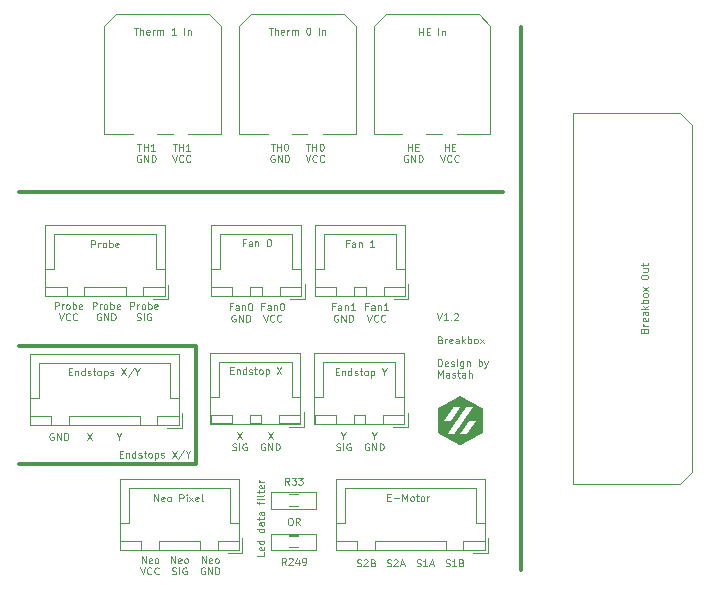
<source format=gbr>
%TF.GenerationSoftware,KiCad,Pcbnew,(6.0.6)*%
%TF.CreationDate,2022-08-12T20:52:17+02:00*%
%TF.ProjectId,breakbox_pcb,62726561-6b62-46f7-985f-7063622e6b69,rev?*%
%TF.SameCoordinates,Original*%
%TF.FileFunction,Legend,Top*%
%TF.FilePolarity,Positive*%
%FSLAX46Y46*%
G04 Gerber Fmt 4.6, Leading zero omitted, Abs format (unit mm)*
G04 Created by KiCad (PCBNEW (6.0.6)) date 2022-08-12 20:52:17*
%MOMM*%
%LPD*%
G01*
G04 APERTURE LIST*
%ADD10C,0.100000*%
%ADD11C,0.300000*%
%ADD12C,0.120000*%
G04 APERTURE END LIST*
D10*
X72771428Y-96471428D02*
X72771428Y-96757142D01*
X72171428Y-96757142D01*
X72742857Y-96042857D02*
X72771428Y-96100000D01*
X72771428Y-96214285D01*
X72742857Y-96271428D01*
X72685714Y-96300000D01*
X72457142Y-96300000D01*
X72400000Y-96271428D01*
X72371428Y-96214285D01*
X72371428Y-96100000D01*
X72400000Y-96042857D01*
X72457142Y-96014285D01*
X72514285Y-96014285D01*
X72571428Y-96300000D01*
X72771428Y-95500000D02*
X72171428Y-95500000D01*
X72742857Y-95500000D02*
X72771428Y-95557142D01*
X72771428Y-95671428D01*
X72742857Y-95728571D01*
X72714285Y-95757142D01*
X72657142Y-95785714D01*
X72485714Y-95785714D01*
X72428571Y-95757142D01*
X72400000Y-95728571D01*
X72371428Y-95671428D01*
X72371428Y-95557142D01*
X72400000Y-95500000D01*
X72771428Y-94500000D02*
X72171428Y-94500000D01*
X72742857Y-94500000D02*
X72771428Y-94557142D01*
X72771428Y-94671428D01*
X72742857Y-94728571D01*
X72714285Y-94757142D01*
X72657142Y-94785714D01*
X72485714Y-94785714D01*
X72428571Y-94757142D01*
X72400000Y-94728571D01*
X72371428Y-94671428D01*
X72371428Y-94557142D01*
X72400000Y-94500000D01*
X72771428Y-93957142D02*
X72457142Y-93957142D01*
X72400000Y-93985714D01*
X72371428Y-94042857D01*
X72371428Y-94157142D01*
X72400000Y-94214285D01*
X72742857Y-93957142D02*
X72771428Y-94014285D01*
X72771428Y-94157142D01*
X72742857Y-94214285D01*
X72685714Y-94242857D01*
X72628571Y-94242857D01*
X72571428Y-94214285D01*
X72542857Y-94157142D01*
X72542857Y-94014285D01*
X72514285Y-93957142D01*
X72371428Y-93757142D02*
X72371428Y-93528571D01*
X72171428Y-93671428D02*
X72685714Y-93671428D01*
X72742857Y-93642857D01*
X72771428Y-93585714D01*
X72771428Y-93528571D01*
X72771428Y-93071428D02*
X72457142Y-93071428D01*
X72400000Y-93100000D01*
X72371428Y-93157142D01*
X72371428Y-93271428D01*
X72400000Y-93328571D01*
X72742857Y-93071428D02*
X72771428Y-93128571D01*
X72771428Y-93271428D01*
X72742857Y-93328571D01*
X72685714Y-93357142D01*
X72628571Y-93357142D01*
X72571428Y-93328571D01*
X72542857Y-93271428D01*
X72542857Y-93128571D01*
X72514285Y-93071428D01*
X72371428Y-92414285D02*
X72371428Y-92185714D01*
X72771428Y-92328571D02*
X72257142Y-92328571D01*
X72200000Y-92300000D01*
X72171428Y-92242857D01*
X72171428Y-92185714D01*
X72771428Y-91985714D02*
X72371428Y-91985714D01*
X72171428Y-91985714D02*
X72200000Y-92014285D01*
X72228571Y-91985714D01*
X72200000Y-91957142D01*
X72171428Y-91985714D01*
X72228571Y-91985714D01*
X72771428Y-91614285D02*
X72742857Y-91671428D01*
X72685714Y-91700000D01*
X72171428Y-91700000D01*
X72371428Y-91471428D02*
X72371428Y-91242857D01*
X72171428Y-91385714D02*
X72685714Y-91385714D01*
X72742857Y-91357142D01*
X72771428Y-91300000D01*
X72771428Y-91242857D01*
X72742857Y-90814285D02*
X72771428Y-90871428D01*
X72771428Y-90985714D01*
X72742857Y-91042857D01*
X72685714Y-91071428D01*
X72457142Y-91071428D01*
X72400000Y-91042857D01*
X72371428Y-90985714D01*
X72371428Y-90871428D01*
X72400000Y-90814285D01*
X72457142Y-90785714D01*
X72514285Y-90785714D01*
X72571428Y-91071428D01*
X72771428Y-90528571D02*
X72371428Y-90528571D01*
X72485714Y-90528571D02*
X72428571Y-90500000D01*
X72400000Y-90471428D01*
X72371428Y-90414285D01*
X72371428Y-90357142D01*
X74942857Y-93571428D02*
X75057142Y-93571428D01*
X75114285Y-93600000D01*
X75171428Y-93657142D01*
X75200000Y-93771428D01*
X75200000Y-93971428D01*
X75171428Y-94085714D01*
X75114285Y-94142857D01*
X75057142Y-94171428D01*
X74942857Y-94171428D01*
X74885714Y-94142857D01*
X74828571Y-94085714D01*
X74800000Y-93971428D01*
X74800000Y-93771428D01*
X74828571Y-93657142D01*
X74885714Y-93600000D01*
X74942857Y-93571428D01*
X75800000Y-94171428D02*
X75600000Y-93885714D01*
X75457142Y-94171428D02*
X75457142Y-93571428D01*
X75685714Y-93571428D01*
X75742857Y-93600000D01*
X75771428Y-93628571D01*
X75800000Y-93685714D01*
X75800000Y-93771428D01*
X75771428Y-93828571D01*
X75742857Y-93857142D01*
X75685714Y-93885714D01*
X75457142Y-93885714D01*
X74628571Y-97571428D02*
X74428571Y-97285714D01*
X74285714Y-97571428D02*
X74285714Y-96971428D01*
X74514285Y-96971428D01*
X74571428Y-97000000D01*
X74600000Y-97028571D01*
X74628571Y-97085714D01*
X74628571Y-97171428D01*
X74600000Y-97228571D01*
X74571428Y-97257142D01*
X74514285Y-97285714D01*
X74285714Y-97285714D01*
X74857142Y-97028571D02*
X74885714Y-97000000D01*
X74942857Y-96971428D01*
X75085714Y-96971428D01*
X75142857Y-97000000D01*
X75171428Y-97028571D01*
X75200000Y-97085714D01*
X75200000Y-97142857D01*
X75171428Y-97228571D01*
X74828571Y-97571428D01*
X75200000Y-97571428D01*
X75714285Y-97171428D02*
X75714285Y-97571428D01*
X75571428Y-96942857D02*
X75428571Y-97371428D01*
X75800000Y-97371428D01*
X76057142Y-97571428D02*
X76171428Y-97571428D01*
X76228571Y-97542857D01*
X76257142Y-97514285D01*
X76314285Y-97428571D01*
X76342857Y-97314285D01*
X76342857Y-97085714D01*
X76314285Y-97028571D01*
X76285714Y-97000000D01*
X76228571Y-96971428D01*
X76114285Y-96971428D01*
X76057142Y-97000000D01*
X76028571Y-97028571D01*
X76000000Y-97085714D01*
X76000000Y-97228571D01*
X76028571Y-97285714D01*
X76057142Y-97314285D01*
X76114285Y-97342857D01*
X76228571Y-97342857D01*
X76285714Y-97314285D01*
X76314285Y-97285714D01*
X76342857Y-97228571D01*
X74914285Y-90771428D02*
X74714285Y-90485714D01*
X74571428Y-90771428D02*
X74571428Y-90171428D01*
X74800000Y-90171428D01*
X74857142Y-90200000D01*
X74885714Y-90228571D01*
X74914285Y-90285714D01*
X74914285Y-90371428D01*
X74885714Y-90428571D01*
X74857142Y-90457142D01*
X74800000Y-90485714D01*
X74571428Y-90485714D01*
X75114285Y-90171428D02*
X75485714Y-90171428D01*
X75285714Y-90400000D01*
X75371428Y-90400000D01*
X75428571Y-90428571D01*
X75457142Y-90457142D01*
X75485714Y-90514285D01*
X75485714Y-90657142D01*
X75457142Y-90714285D01*
X75428571Y-90742857D01*
X75371428Y-90771428D01*
X75200000Y-90771428D01*
X75142857Y-90742857D01*
X75114285Y-90714285D01*
X75685714Y-90171428D02*
X76057142Y-90171428D01*
X75857142Y-90400000D01*
X75942857Y-90400000D01*
X76000000Y-90428571D01*
X76028571Y-90457142D01*
X76057142Y-90514285D01*
X76057142Y-90657142D01*
X76028571Y-90714285D01*
X76000000Y-90742857D01*
X75942857Y-90771428D01*
X75771428Y-90771428D01*
X75714285Y-90742857D01*
X75685714Y-90714285D01*
D11*
X67000000Y-89000000D02*
X52000000Y-89000000D01*
X52000000Y-79000000D02*
X67000000Y-79000000D01*
X52000000Y-66000000D02*
X93000000Y-66000000D01*
X94500000Y-52000000D02*
X94500000Y-98000000D01*
X67000000Y-79000000D02*
X67000000Y-89000000D01*
D10*
X60542857Y-88157142D02*
X60742857Y-88157142D01*
X60828571Y-88471428D02*
X60542857Y-88471428D01*
X60542857Y-87871428D01*
X60828571Y-87871428D01*
X61085714Y-88071428D02*
X61085714Y-88471428D01*
X61085714Y-88128571D02*
X61114285Y-88100000D01*
X61171428Y-88071428D01*
X61257142Y-88071428D01*
X61314285Y-88100000D01*
X61342857Y-88157142D01*
X61342857Y-88471428D01*
X61885714Y-88471428D02*
X61885714Y-87871428D01*
X61885714Y-88442857D02*
X61828571Y-88471428D01*
X61714285Y-88471428D01*
X61657142Y-88442857D01*
X61628571Y-88414285D01*
X61600000Y-88357142D01*
X61600000Y-88185714D01*
X61628571Y-88128571D01*
X61657142Y-88100000D01*
X61714285Y-88071428D01*
X61828571Y-88071428D01*
X61885714Y-88100000D01*
X62142857Y-88442857D02*
X62200000Y-88471428D01*
X62314285Y-88471428D01*
X62371428Y-88442857D01*
X62400000Y-88385714D01*
X62400000Y-88357142D01*
X62371428Y-88300000D01*
X62314285Y-88271428D01*
X62228571Y-88271428D01*
X62171428Y-88242857D01*
X62142857Y-88185714D01*
X62142857Y-88157142D01*
X62171428Y-88100000D01*
X62228571Y-88071428D01*
X62314285Y-88071428D01*
X62371428Y-88100000D01*
X62571428Y-88071428D02*
X62800000Y-88071428D01*
X62657142Y-87871428D02*
X62657142Y-88385714D01*
X62685714Y-88442857D01*
X62742857Y-88471428D01*
X62800000Y-88471428D01*
X63085714Y-88471428D02*
X63028571Y-88442857D01*
X63000000Y-88414285D01*
X62971428Y-88357142D01*
X62971428Y-88185714D01*
X63000000Y-88128571D01*
X63028571Y-88100000D01*
X63085714Y-88071428D01*
X63171428Y-88071428D01*
X63228571Y-88100000D01*
X63257142Y-88128571D01*
X63285714Y-88185714D01*
X63285714Y-88357142D01*
X63257142Y-88414285D01*
X63228571Y-88442857D01*
X63171428Y-88471428D01*
X63085714Y-88471428D01*
X63542857Y-88071428D02*
X63542857Y-88671428D01*
X63542857Y-88100000D02*
X63600000Y-88071428D01*
X63714285Y-88071428D01*
X63771428Y-88100000D01*
X63800000Y-88128571D01*
X63828571Y-88185714D01*
X63828571Y-88357142D01*
X63800000Y-88414285D01*
X63771428Y-88442857D01*
X63714285Y-88471428D01*
X63600000Y-88471428D01*
X63542857Y-88442857D01*
X64057142Y-88442857D02*
X64114285Y-88471428D01*
X64228571Y-88471428D01*
X64285714Y-88442857D01*
X64314285Y-88385714D01*
X64314285Y-88357142D01*
X64285714Y-88300000D01*
X64228571Y-88271428D01*
X64142857Y-88271428D01*
X64085714Y-88242857D01*
X64057142Y-88185714D01*
X64057142Y-88157142D01*
X64085714Y-88100000D01*
X64142857Y-88071428D01*
X64228571Y-88071428D01*
X64285714Y-88100000D01*
X64971428Y-87871428D02*
X65371428Y-88471428D01*
X65371428Y-87871428D02*
X64971428Y-88471428D01*
X66028571Y-87842857D02*
X65514285Y-88614285D01*
X66342857Y-88185714D02*
X66342857Y-88471428D01*
X66142857Y-87871428D02*
X66342857Y-88185714D01*
X66542857Y-87871428D01*
X73100000Y-86288428D02*
X73500000Y-86888428D01*
X73500000Y-86288428D02*
X73100000Y-86888428D01*
X72842857Y-87283000D02*
X72785714Y-87254428D01*
X72700000Y-87254428D01*
X72614285Y-87283000D01*
X72557142Y-87340142D01*
X72528571Y-87397285D01*
X72500000Y-87511571D01*
X72500000Y-87597285D01*
X72528571Y-87711571D01*
X72557142Y-87768714D01*
X72614285Y-87825857D01*
X72700000Y-87854428D01*
X72757142Y-87854428D01*
X72842857Y-87825857D01*
X72871428Y-87797285D01*
X72871428Y-87597285D01*
X72757142Y-87597285D01*
X73128571Y-87854428D02*
X73128571Y-87254428D01*
X73471428Y-87854428D01*
X73471428Y-87254428D01*
X73757142Y-87854428D02*
X73757142Y-87254428D01*
X73900000Y-87254428D01*
X73985714Y-87283000D01*
X74042857Y-87340142D01*
X74071428Y-87397285D01*
X74100000Y-87511571D01*
X74100000Y-87597285D01*
X74071428Y-87711571D01*
X74042857Y-87768714D01*
X73985714Y-87825857D01*
X73900000Y-87854428D01*
X73757142Y-87854428D01*
X62028571Y-61888428D02*
X62371428Y-61888428D01*
X62200000Y-62488428D02*
X62200000Y-61888428D01*
X62571428Y-62488428D02*
X62571428Y-61888428D01*
X62571428Y-62174142D02*
X62914285Y-62174142D01*
X62914285Y-62488428D02*
X62914285Y-61888428D01*
X63514285Y-62488428D02*
X63171428Y-62488428D01*
X63342857Y-62488428D02*
X63342857Y-61888428D01*
X63285714Y-61974142D01*
X63228571Y-62031285D01*
X63171428Y-62059857D01*
X62342857Y-62883000D02*
X62285714Y-62854428D01*
X62200000Y-62854428D01*
X62114285Y-62883000D01*
X62057142Y-62940142D01*
X62028571Y-62997285D01*
X62000000Y-63111571D01*
X62000000Y-63197285D01*
X62028571Y-63311571D01*
X62057142Y-63368714D01*
X62114285Y-63425857D01*
X62200000Y-63454428D01*
X62257142Y-63454428D01*
X62342857Y-63425857D01*
X62371428Y-63397285D01*
X62371428Y-63197285D01*
X62257142Y-63197285D01*
X62628571Y-63454428D02*
X62628571Y-62854428D01*
X62971428Y-63454428D01*
X62971428Y-62854428D01*
X63257142Y-63454428D02*
X63257142Y-62854428D01*
X63400000Y-62854428D01*
X63485714Y-62883000D01*
X63542857Y-62940142D01*
X63571428Y-62997285D01*
X63600000Y-63111571D01*
X63600000Y-63197285D01*
X63571428Y-63311571D01*
X63542857Y-63368714D01*
X63485714Y-63425857D01*
X63400000Y-63454428D01*
X63257142Y-63454428D01*
X87422142Y-76256428D02*
X87622142Y-76856428D01*
X87822142Y-76256428D01*
X88336428Y-76856428D02*
X87993571Y-76856428D01*
X88165000Y-76856428D02*
X88165000Y-76256428D01*
X88107857Y-76342142D01*
X88050714Y-76399285D01*
X87993571Y-76427857D01*
X88593571Y-76799285D02*
X88622142Y-76827857D01*
X88593571Y-76856428D01*
X88565000Y-76827857D01*
X88593571Y-76799285D01*
X88593571Y-76856428D01*
X88850714Y-76313571D02*
X88879285Y-76285000D01*
X88936428Y-76256428D01*
X89079285Y-76256428D01*
X89136428Y-76285000D01*
X89165000Y-76313571D01*
X89193571Y-76370714D01*
X89193571Y-76427857D01*
X89165000Y-76513571D01*
X88822142Y-76856428D01*
X89193571Y-76856428D01*
X87707857Y-78474142D02*
X87793571Y-78502714D01*
X87822142Y-78531285D01*
X87850714Y-78588428D01*
X87850714Y-78674142D01*
X87822142Y-78731285D01*
X87793571Y-78759857D01*
X87736428Y-78788428D01*
X87507857Y-78788428D01*
X87507857Y-78188428D01*
X87707857Y-78188428D01*
X87765000Y-78217000D01*
X87793571Y-78245571D01*
X87822142Y-78302714D01*
X87822142Y-78359857D01*
X87793571Y-78417000D01*
X87765000Y-78445571D01*
X87707857Y-78474142D01*
X87507857Y-78474142D01*
X88107857Y-78788428D02*
X88107857Y-78388428D01*
X88107857Y-78502714D02*
X88136428Y-78445571D01*
X88165000Y-78417000D01*
X88222142Y-78388428D01*
X88279285Y-78388428D01*
X88707857Y-78759857D02*
X88650714Y-78788428D01*
X88536428Y-78788428D01*
X88479285Y-78759857D01*
X88450714Y-78702714D01*
X88450714Y-78474142D01*
X88479285Y-78417000D01*
X88536428Y-78388428D01*
X88650714Y-78388428D01*
X88707857Y-78417000D01*
X88736428Y-78474142D01*
X88736428Y-78531285D01*
X88450714Y-78588428D01*
X89250714Y-78788428D02*
X89250714Y-78474142D01*
X89222142Y-78417000D01*
X89165000Y-78388428D01*
X89050714Y-78388428D01*
X88993571Y-78417000D01*
X89250714Y-78759857D02*
X89193571Y-78788428D01*
X89050714Y-78788428D01*
X88993571Y-78759857D01*
X88965000Y-78702714D01*
X88965000Y-78645571D01*
X88993571Y-78588428D01*
X89050714Y-78559857D01*
X89193571Y-78559857D01*
X89250714Y-78531285D01*
X89536428Y-78788428D02*
X89536428Y-78188428D01*
X89593571Y-78559857D02*
X89765000Y-78788428D01*
X89765000Y-78388428D02*
X89536428Y-78617000D01*
X90022142Y-78788428D02*
X90022142Y-78188428D01*
X90022142Y-78417000D02*
X90079285Y-78388428D01*
X90193571Y-78388428D01*
X90250714Y-78417000D01*
X90279285Y-78445571D01*
X90307857Y-78502714D01*
X90307857Y-78674142D01*
X90279285Y-78731285D01*
X90250714Y-78759857D01*
X90193571Y-78788428D01*
X90079285Y-78788428D01*
X90022142Y-78759857D01*
X90650714Y-78788428D02*
X90593571Y-78759857D01*
X90565000Y-78731285D01*
X90536428Y-78674142D01*
X90536428Y-78502714D01*
X90565000Y-78445571D01*
X90593571Y-78417000D01*
X90650714Y-78388428D01*
X90736428Y-78388428D01*
X90793571Y-78417000D01*
X90822142Y-78445571D01*
X90850714Y-78502714D01*
X90850714Y-78674142D01*
X90822142Y-78731285D01*
X90793571Y-78759857D01*
X90736428Y-78788428D01*
X90650714Y-78788428D01*
X91050714Y-78788428D02*
X91365000Y-78388428D01*
X91050714Y-78388428D02*
X91365000Y-78788428D01*
X87507857Y-80720428D02*
X87507857Y-80120428D01*
X87650714Y-80120428D01*
X87736428Y-80149000D01*
X87793571Y-80206142D01*
X87822142Y-80263285D01*
X87850714Y-80377571D01*
X87850714Y-80463285D01*
X87822142Y-80577571D01*
X87793571Y-80634714D01*
X87736428Y-80691857D01*
X87650714Y-80720428D01*
X87507857Y-80720428D01*
X88336428Y-80691857D02*
X88279285Y-80720428D01*
X88165000Y-80720428D01*
X88107857Y-80691857D01*
X88079285Y-80634714D01*
X88079285Y-80406142D01*
X88107857Y-80349000D01*
X88165000Y-80320428D01*
X88279285Y-80320428D01*
X88336428Y-80349000D01*
X88365000Y-80406142D01*
X88365000Y-80463285D01*
X88079285Y-80520428D01*
X88593571Y-80691857D02*
X88650714Y-80720428D01*
X88765000Y-80720428D01*
X88822142Y-80691857D01*
X88850714Y-80634714D01*
X88850714Y-80606142D01*
X88822142Y-80549000D01*
X88765000Y-80520428D01*
X88679285Y-80520428D01*
X88622142Y-80491857D01*
X88593571Y-80434714D01*
X88593571Y-80406142D01*
X88622142Y-80349000D01*
X88679285Y-80320428D01*
X88765000Y-80320428D01*
X88822142Y-80349000D01*
X89107857Y-80720428D02*
X89107857Y-80320428D01*
X89107857Y-80120428D02*
X89079285Y-80149000D01*
X89107857Y-80177571D01*
X89136428Y-80149000D01*
X89107857Y-80120428D01*
X89107857Y-80177571D01*
X89650714Y-80320428D02*
X89650714Y-80806142D01*
X89622142Y-80863285D01*
X89593571Y-80891857D01*
X89536428Y-80920428D01*
X89450714Y-80920428D01*
X89393571Y-80891857D01*
X89650714Y-80691857D02*
X89593571Y-80720428D01*
X89479285Y-80720428D01*
X89422142Y-80691857D01*
X89393571Y-80663285D01*
X89365000Y-80606142D01*
X89365000Y-80434714D01*
X89393571Y-80377571D01*
X89422142Y-80349000D01*
X89479285Y-80320428D01*
X89593571Y-80320428D01*
X89650714Y-80349000D01*
X89936428Y-80320428D02*
X89936428Y-80720428D01*
X89936428Y-80377571D02*
X89965000Y-80349000D01*
X90022142Y-80320428D01*
X90107857Y-80320428D01*
X90165000Y-80349000D01*
X90193571Y-80406142D01*
X90193571Y-80720428D01*
X90936428Y-80720428D02*
X90936428Y-80120428D01*
X90936428Y-80349000D02*
X90993571Y-80320428D01*
X91107857Y-80320428D01*
X91165000Y-80349000D01*
X91193571Y-80377571D01*
X91222142Y-80434714D01*
X91222142Y-80606142D01*
X91193571Y-80663285D01*
X91165000Y-80691857D01*
X91107857Y-80720428D01*
X90993571Y-80720428D01*
X90936428Y-80691857D01*
X91422142Y-80320428D02*
X91565000Y-80720428D01*
X91707857Y-80320428D02*
X91565000Y-80720428D01*
X91507857Y-80863285D01*
X91479285Y-80891857D01*
X91422142Y-80920428D01*
X87507857Y-81686428D02*
X87507857Y-81086428D01*
X87707857Y-81515000D01*
X87907857Y-81086428D01*
X87907857Y-81686428D01*
X88450714Y-81686428D02*
X88450714Y-81372142D01*
X88422142Y-81315000D01*
X88365000Y-81286428D01*
X88250714Y-81286428D01*
X88193571Y-81315000D01*
X88450714Y-81657857D02*
X88393571Y-81686428D01*
X88250714Y-81686428D01*
X88193571Y-81657857D01*
X88165000Y-81600714D01*
X88165000Y-81543571D01*
X88193571Y-81486428D01*
X88250714Y-81457857D01*
X88393571Y-81457857D01*
X88450714Y-81429285D01*
X88707857Y-81657857D02*
X88765000Y-81686428D01*
X88879285Y-81686428D01*
X88936428Y-81657857D01*
X88965000Y-81600714D01*
X88965000Y-81572142D01*
X88936428Y-81515000D01*
X88879285Y-81486428D01*
X88793571Y-81486428D01*
X88736428Y-81457857D01*
X88707857Y-81400714D01*
X88707857Y-81372142D01*
X88736428Y-81315000D01*
X88793571Y-81286428D01*
X88879285Y-81286428D01*
X88936428Y-81315000D01*
X89136428Y-81286428D02*
X89365000Y-81286428D01*
X89222142Y-81086428D02*
X89222142Y-81600714D01*
X89250714Y-81657857D01*
X89307857Y-81686428D01*
X89365000Y-81686428D01*
X89822142Y-81686428D02*
X89822142Y-81372142D01*
X89793571Y-81315000D01*
X89736428Y-81286428D01*
X89622142Y-81286428D01*
X89565000Y-81315000D01*
X89822142Y-81657857D02*
X89765000Y-81686428D01*
X89622142Y-81686428D01*
X89565000Y-81657857D01*
X89536428Y-81600714D01*
X89536428Y-81543571D01*
X89565000Y-81486428D01*
X89622142Y-81457857D01*
X89765000Y-81457857D01*
X89822142Y-81429285D01*
X90107857Y-81686428D02*
X90107857Y-81086428D01*
X90365000Y-81686428D02*
X90365000Y-81372142D01*
X90336428Y-81315000D01*
X90279285Y-81286428D01*
X90193571Y-81286428D01*
X90136428Y-81315000D01*
X90107857Y-81343571D01*
X62400000Y-97388428D02*
X62400000Y-96788428D01*
X62742857Y-97388428D01*
X62742857Y-96788428D01*
X63257142Y-97359857D02*
X63200000Y-97388428D01*
X63085714Y-97388428D01*
X63028571Y-97359857D01*
X63000000Y-97302714D01*
X63000000Y-97074142D01*
X63028571Y-97017000D01*
X63085714Y-96988428D01*
X63200000Y-96988428D01*
X63257142Y-97017000D01*
X63285714Y-97074142D01*
X63285714Y-97131285D01*
X63000000Y-97188428D01*
X63628571Y-97388428D02*
X63571428Y-97359857D01*
X63542857Y-97331285D01*
X63514285Y-97274142D01*
X63514285Y-97102714D01*
X63542857Y-97045571D01*
X63571428Y-97017000D01*
X63628571Y-96988428D01*
X63714285Y-96988428D01*
X63771428Y-97017000D01*
X63800000Y-97045571D01*
X63828571Y-97102714D01*
X63828571Y-97274142D01*
X63800000Y-97331285D01*
X63771428Y-97359857D01*
X63714285Y-97388428D01*
X63628571Y-97388428D01*
X62300000Y-97754428D02*
X62500000Y-98354428D01*
X62700000Y-97754428D01*
X63242857Y-98297285D02*
X63214285Y-98325857D01*
X63128571Y-98354428D01*
X63071428Y-98354428D01*
X62985714Y-98325857D01*
X62928571Y-98268714D01*
X62900000Y-98211571D01*
X62871428Y-98097285D01*
X62871428Y-98011571D01*
X62900000Y-97897285D01*
X62928571Y-97840142D01*
X62985714Y-97783000D01*
X63071428Y-97754428D01*
X63128571Y-97754428D01*
X63214285Y-97783000D01*
X63242857Y-97811571D01*
X63842857Y-98297285D02*
X63814285Y-98325857D01*
X63728571Y-98354428D01*
X63671428Y-98354428D01*
X63585714Y-98325857D01*
X63528571Y-98268714D01*
X63500000Y-98211571D01*
X63471428Y-98097285D01*
X63471428Y-98011571D01*
X63500000Y-97897285D01*
X63528571Y-97840142D01*
X63585714Y-97783000D01*
X63671428Y-97754428D01*
X63728571Y-97754428D01*
X63814285Y-97783000D01*
X63842857Y-97811571D01*
X55057142Y-75888428D02*
X55057142Y-75288428D01*
X55285714Y-75288428D01*
X55342857Y-75317000D01*
X55371428Y-75345571D01*
X55400000Y-75402714D01*
X55400000Y-75488428D01*
X55371428Y-75545571D01*
X55342857Y-75574142D01*
X55285714Y-75602714D01*
X55057142Y-75602714D01*
X55657142Y-75888428D02*
X55657142Y-75488428D01*
X55657142Y-75602714D02*
X55685714Y-75545571D01*
X55714285Y-75517000D01*
X55771428Y-75488428D01*
X55828571Y-75488428D01*
X56114285Y-75888428D02*
X56057142Y-75859857D01*
X56028571Y-75831285D01*
X56000000Y-75774142D01*
X56000000Y-75602714D01*
X56028571Y-75545571D01*
X56057142Y-75517000D01*
X56114285Y-75488428D01*
X56200000Y-75488428D01*
X56257142Y-75517000D01*
X56285714Y-75545571D01*
X56314285Y-75602714D01*
X56314285Y-75774142D01*
X56285714Y-75831285D01*
X56257142Y-75859857D01*
X56200000Y-75888428D01*
X56114285Y-75888428D01*
X56571428Y-75888428D02*
X56571428Y-75288428D01*
X56571428Y-75517000D02*
X56628571Y-75488428D01*
X56742857Y-75488428D01*
X56800000Y-75517000D01*
X56828571Y-75545571D01*
X56857142Y-75602714D01*
X56857142Y-75774142D01*
X56828571Y-75831285D01*
X56800000Y-75859857D01*
X56742857Y-75888428D01*
X56628571Y-75888428D01*
X56571428Y-75859857D01*
X57342857Y-75859857D02*
X57285714Y-75888428D01*
X57171428Y-75888428D01*
X57114285Y-75859857D01*
X57085714Y-75802714D01*
X57085714Y-75574142D01*
X57114285Y-75517000D01*
X57171428Y-75488428D01*
X57285714Y-75488428D01*
X57342857Y-75517000D01*
X57371428Y-75574142D01*
X57371428Y-75631285D01*
X57085714Y-75688428D01*
X55400000Y-76254428D02*
X55600000Y-76854428D01*
X55800000Y-76254428D01*
X56342857Y-76797285D02*
X56314285Y-76825857D01*
X56228571Y-76854428D01*
X56171428Y-76854428D01*
X56085714Y-76825857D01*
X56028571Y-76768714D01*
X56000000Y-76711571D01*
X55971428Y-76597285D01*
X55971428Y-76511571D01*
X56000000Y-76397285D01*
X56028571Y-76340142D01*
X56085714Y-76283000D01*
X56171428Y-76254428D01*
X56228571Y-76254428D01*
X56314285Y-76283000D01*
X56342857Y-76311571D01*
X56942857Y-76797285D02*
X56914285Y-76825857D01*
X56828571Y-76854428D01*
X56771428Y-76854428D01*
X56685714Y-76825857D01*
X56628571Y-76768714D01*
X56600000Y-76711571D01*
X56571428Y-76597285D01*
X56571428Y-76511571D01*
X56600000Y-76397285D01*
X56628571Y-76340142D01*
X56685714Y-76283000D01*
X56771428Y-76254428D01*
X56828571Y-76254428D01*
X56914285Y-76283000D01*
X56942857Y-76311571D01*
X82100000Y-86602714D02*
X82100000Y-86888428D01*
X81900000Y-86288428D02*
X82100000Y-86602714D01*
X82300000Y-86288428D01*
X81642857Y-87283000D02*
X81585714Y-87254428D01*
X81500000Y-87254428D01*
X81414285Y-87283000D01*
X81357142Y-87340142D01*
X81328571Y-87397285D01*
X81300000Y-87511571D01*
X81300000Y-87597285D01*
X81328571Y-87711571D01*
X81357142Y-87768714D01*
X81414285Y-87825857D01*
X81500000Y-87854428D01*
X81557142Y-87854428D01*
X81642857Y-87825857D01*
X81671428Y-87797285D01*
X81671428Y-87597285D01*
X81557142Y-87597285D01*
X81928571Y-87854428D02*
X81928571Y-87254428D01*
X82271428Y-87854428D01*
X82271428Y-87254428D01*
X82557142Y-87854428D02*
X82557142Y-87254428D01*
X82700000Y-87254428D01*
X82785714Y-87283000D01*
X82842857Y-87340142D01*
X82871428Y-87397285D01*
X82900000Y-87511571D01*
X82900000Y-87597285D01*
X82871428Y-87711571D01*
X82842857Y-87768714D01*
X82785714Y-87825857D01*
X82700000Y-87854428D01*
X82557142Y-87854428D01*
X84957142Y-62488428D02*
X84957142Y-61888428D01*
X84957142Y-62174142D02*
X85300000Y-62174142D01*
X85300000Y-62488428D02*
X85300000Y-61888428D01*
X85585714Y-62174142D02*
X85785714Y-62174142D01*
X85871428Y-62488428D02*
X85585714Y-62488428D01*
X85585714Y-61888428D01*
X85871428Y-61888428D01*
X84942857Y-62883000D02*
X84885714Y-62854428D01*
X84800000Y-62854428D01*
X84714285Y-62883000D01*
X84657142Y-62940142D01*
X84628571Y-62997285D01*
X84600000Y-63111571D01*
X84600000Y-63197285D01*
X84628571Y-63311571D01*
X84657142Y-63368714D01*
X84714285Y-63425857D01*
X84800000Y-63454428D01*
X84857142Y-63454428D01*
X84942857Y-63425857D01*
X84971428Y-63397285D01*
X84971428Y-63197285D01*
X84857142Y-63197285D01*
X85228571Y-63454428D02*
X85228571Y-62854428D01*
X85571428Y-63454428D01*
X85571428Y-62854428D01*
X85857142Y-63454428D02*
X85857142Y-62854428D01*
X86000000Y-62854428D01*
X86085714Y-62883000D01*
X86142857Y-62940142D01*
X86171428Y-62997285D01*
X86200000Y-63111571D01*
X86200000Y-63197285D01*
X86171428Y-63311571D01*
X86142857Y-63368714D01*
X86085714Y-63425857D01*
X86000000Y-63454428D01*
X85857142Y-63454428D01*
X72757142Y-75674142D02*
X72557142Y-75674142D01*
X72557142Y-75988428D02*
X72557142Y-75388428D01*
X72842857Y-75388428D01*
X73328571Y-75988428D02*
X73328571Y-75674142D01*
X73300000Y-75617000D01*
X73242857Y-75588428D01*
X73128571Y-75588428D01*
X73071428Y-75617000D01*
X73328571Y-75959857D02*
X73271428Y-75988428D01*
X73128571Y-75988428D01*
X73071428Y-75959857D01*
X73042857Y-75902714D01*
X73042857Y-75845571D01*
X73071428Y-75788428D01*
X73128571Y-75759857D01*
X73271428Y-75759857D01*
X73328571Y-75731285D01*
X73614285Y-75588428D02*
X73614285Y-75988428D01*
X73614285Y-75645571D02*
X73642857Y-75617000D01*
X73700000Y-75588428D01*
X73785714Y-75588428D01*
X73842857Y-75617000D01*
X73871428Y-75674142D01*
X73871428Y-75988428D01*
X74271428Y-75388428D02*
X74328571Y-75388428D01*
X74385714Y-75417000D01*
X74414285Y-75445571D01*
X74442857Y-75502714D01*
X74471428Y-75617000D01*
X74471428Y-75759857D01*
X74442857Y-75874142D01*
X74414285Y-75931285D01*
X74385714Y-75959857D01*
X74328571Y-75988428D01*
X74271428Y-75988428D01*
X74214285Y-75959857D01*
X74185714Y-75931285D01*
X74157142Y-75874142D01*
X74128571Y-75759857D01*
X74128571Y-75617000D01*
X74157142Y-75502714D01*
X74185714Y-75445571D01*
X74214285Y-75417000D01*
X74271428Y-75388428D01*
X72700000Y-76354428D02*
X72900000Y-76954428D01*
X73100000Y-76354428D01*
X73642857Y-76897285D02*
X73614285Y-76925857D01*
X73528571Y-76954428D01*
X73471428Y-76954428D01*
X73385714Y-76925857D01*
X73328571Y-76868714D01*
X73300000Y-76811571D01*
X73271428Y-76697285D01*
X73271428Y-76611571D01*
X73300000Y-76497285D01*
X73328571Y-76440142D01*
X73385714Y-76383000D01*
X73471428Y-76354428D01*
X73528571Y-76354428D01*
X73614285Y-76383000D01*
X73642857Y-76411571D01*
X74242857Y-76897285D02*
X74214285Y-76925857D01*
X74128571Y-76954428D01*
X74071428Y-76954428D01*
X73985714Y-76925857D01*
X73928571Y-76868714D01*
X73900000Y-76811571D01*
X73871428Y-76697285D01*
X73871428Y-76611571D01*
X73900000Y-76497285D01*
X73928571Y-76440142D01*
X73985714Y-76383000D01*
X74071428Y-76354428D01*
X74128571Y-76354428D01*
X74214285Y-76383000D01*
X74242857Y-76411571D01*
X88057142Y-62488428D02*
X88057142Y-61888428D01*
X88057142Y-62174142D02*
X88400000Y-62174142D01*
X88400000Y-62488428D02*
X88400000Y-61888428D01*
X88685714Y-62174142D02*
X88885714Y-62174142D01*
X88971428Y-62488428D02*
X88685714Y-62488428D01*
X88685714Y-61888428D01*
X88971428Y-61888428D01*
X87700000Y-62854428D02*
X87900000Y-63454428D01*
X88100000Y-62854428D01*
X88642857Y-63397285D02*
X88614285Y-63425857D01*
X88528571Y-63454428D01*
X88471428Y-63454428D01*
X88385714Y-63425857D01*
X88328571Y-63368714D01*
X88300000Y-63311571D01*
X88271428Y-63197285D01*
X88271428Y-63111571D01*
X88300000Y-62997285D01*
X88328571Y-62940142D01*
X88385714Y-62883000D01*
X88471428Y-62854428D01*
X88528571Y-62854428D01*
X88614285Y-62883000D01*
X88642857Y-62911571D01*
X89242857Y-63397285D02*
X89214285Y-63425857D01*
X89128571Y-63454428D01*
X89071428Y-63454428D01*
X88985714Y-63425857D01*
X88928571Y-63368714D01*
X88900000Y-63311571D01*
X88871428Y-63197285D01*
X88871428Y-63111571D01*
X88900000Y-62997285D01*
X88928571Y-62940142D01*
X88985714Y-62883000D01*
X89071428Y-62854428D01*
X89128571Y-62854428D01*
X89214285Y-62883000D01*
X89242857Y-62911571D01*
X70500000Y-86288428D02*
X70900000Y-86888428D01*
X70900000Y-86288428D02*
X70500000Y-86888428D01*
X70085714Y-87825857D02*
X70171428Y-87854428D01*
X70314285Y-87854428D01*
X70371428Y-87825857D01*
X70400000Y-87797285D01*
X70428571Y-87740142D01*
X70428571Y-87683000D01*
X70400000Y-87625857D01*
X70371428Y-87597285D01*
X70314285Y-87568714D01*
X70200000Y-87540142D01*
X70142857Y-87511571D01*
X70114285Y-87483000D01*
X70085714Y-87425857D01*
X70085714Y-87368714D01*
X70114285Y-87311571D01*
X70142857Y-87283000D01*
X70200000Y-87254428D01*
X70342857Y-87254428D01*
X70428571Y-87283000D01*
X70685714Y-87854428D02*
X70685714Y-87254428D01*
X71285714Y-87283000D02*
X71228571Y-87254428D01*
X71142857Y-87254428D01*
X71057142Y-87283000D01*
X71000000Y-87340142D01*
X70971428Y-87397285D01*
X70942857Y-87511571D01*
X70942857Y-87597285D01*
X70971428Y-87711571D01*
X71000000Y-87768714D01*
X71057142Y-87825857D01*
X71142857Y-87854428D01*
X71200000Y-87854428D01*
X71285714Y-87825857D01*
X71314285Y-87797285D01*
X71314285Y-87597285D01*
X71200000Y-87597285D01*
X73328571Y-61888428D02*
X73671428Y-61888428D01*
X73500000Y-62488428D02*
X73500000Y-61888428D01*
X73871428Y-62488428D02*
X73871428Y-61888428D01*
X73871428Y-62174142D02*
X74214285Y-62174142D01*
X74214285Y-62488428D02*
X74214285Y-61888428D01*
X74614285Y-61888428D02*
X74671428Y-61888428D01*
X74728571Y-61917000D01*
X74757142Y-61945571D01*
X74785714Y-62002714D01*
X74814285Y-62117000D01*
X74814285Y-62259857D01*
X74785714Y-62374142D01*
X74757142Y-62431285D01*
X74728571Y-62459857D01*
X74671428Y-62488428D01*
X74614285Y-62488428D01*
X74557142Y-62459857D01*
X74528571Y-62431285D01*
X74500000Y-62374142D01*
X74471428Y-62259857D01*
X74471428Y-62117000D01*
X74500000Y-62002714D01*
X74528571Y-61945571D01*
X74557142Y-61917000D01*
X74614285Y-61888428D01*
X73642857Y-62883000D02*
X73585714Y-62854428D01*
X73500000Y-62854428D01*
X73414285Y-62883000D01*
X73357142Y-62940142D01*
X73328571Y-62997285D01*
X73300000Y-63111571D01*
X73300000Y-63197285D01*
X73328571Y-63311571D01*
X73357142Y-63368714D01*
X73414285Y-63425857D01*
X73500000Y-63454428D01*
X73557142Y-63454428D01*
X73642857Y-63425857D01*
X73671428Y-63397285D01*
X73671428Y-63197285D01*
X73557142Y-63197285D01*
X73928571Y-63454428D02*
X73928571Y-62854428D01*
X74271428Y-63454428D01*
X74271428Y-62854428D01*
X74557142Y-63454428D02*
X74557142Y-62854428D01*
X74700000Y-62854428D01*
X74785714Y-62883000D01*
X74842857Y-62940142D01*
X74871428Y-62997285D01*
X74900000Y-63111571D01*
X74900000Y-63197285D01*
X74871428Y-63311571D01*
X74842857Y-63368714D01*
X74785714Y-63425857D01*
X74700000Y-63454428D01*
X74557142Y-63454428D01*
X65028571Y-61888428D02*
X65371428Y-61888428D01*
X65200000Y-62488428D02*
X65200000Y-61888428D01*
X65571428Y-62488428D02*
X65571428Y-61888428D01*
X65571428Y-62174142D02*
X65914285Y-62174142D01*
X65914285Y-62488428D02*
X65914285Y-61888428D01*
X66514285Y-62488428D02*
X66171428Y-62488428D01*
X66342857Y-62488428D02*
X66342857Y-61888428D01*
X66285714Y-61974142D01*
X66228571Y-62031285D01*
X66171428Y-62059857D01*
X65000000Y-62854428D02*
X65200000Y-63454428D01*
X65400000Y-62854428D01*
X65942857Y-63397285D02*
X65914285Y-63425857D01*
X65828571Y-63454428D01*
X65771428Y-63454428D01*
X65685714Y-63425857D01*
X65628571Y-63368714D01*
X65600000Y-63311571D01*
X65571428Y-63197285D01*
X65571428Y-63111571D01*
X65600000Y-62997285D01*
X65628571Y-62940142D01*
X65685714Y-62883000D01*
X65771428Y-62854428D01*
X65828571Y-62854428D01*
X65914285Y-62883000D01*
X65942857Y-62911571D01*
X66542857Y-63397285D02*
X66514285Y-63425857D01*
X66428571Y-63454428D01*
X66371428Y-63454428D01*
X66285714Y-63425857D01*
X66228571Y-63368714D01*
X66200000Y-63311571D01*
X66171428Y-63197285D01*
X66171428Y-63111571D01*
X66200000Y-62997285D01*
X66228571Y-62940142D01*
X66285714Y-62883000D01*
X66371428Y-62854428D01*
X66428571Y-62854428D01*
X66514285Y-62883000D01*
X66542857Y-62911571D01*
X88142857Y-97642857D02*
X88228571Y-97671428D01*
X88371428Y-97671428D01*
X88428571Y-97642857D01*
X88457142Y-97614285D01*
X88485714Y-97557142D01*
X88485714Y-97500000D01*
X88457142Y-97442857D01*
X88428571Y-97414285D01*
X88371428Y-97385714D01*
X88257142Y-97357142D01*
X88200000Y-97328571D01*
X88171428Y-97300000D01*
X88142857Y-97242857D01*
X88142857Y-97185714D01*
X88171428Y-97128571D01*
X88200000Y-97100000D01*
X88257142Y-97071428D01*
X88400000Y-97071428D01*
X88485714Y-97100000D01*
X89057142Y-97671428D02*
X88714285Y-97671428D01*
X88885714Y-97671428D02*
X88885714Y-97071428D01*
X88828571Y-97157142D01*
X88771428Y-97214285D01*
X88714285Y-97242857D01*
X89514285Y-97357142D02*
X89600000Y-97385714D01*
X89628571Y-97414285D01*
X89657142Y-97471428D01*
X89657142Y-97557142D01*
X89628571Y-97614285D01*
X89600000Y-97642857D01*
X89542857Y-97671428D01*
X89314285Y-97671428D01*
X89314285Y-97071428D01*
X89514285Y-97071428D01*
X89571428Y-97100000D01*
X89600000Y-97128571D01*
X89628571Y-97185714D01*
X89628571Y-97242857D01*
X89600000Y-97300000D01*
X89571428Y-97328571D01*
X89514285Y-97357142D01*
X89314285Y-97357142D01*
X85685714Y-97642857D02*
X85771428Y-97671428D01*
X85914285Y-97671428D01*
X85971428Y-97642857D01*
X86000000Y-97614285D01*
X86028571Y-97557142D01*
X86028571Y-97500000D01*
X86000000Y-97442857D01*
X85971428Y-97414285D01*
X85914285Y-97385714D01*
X85800000Y-97357142D01*
X85742857Y-97328571D01*
X85714285Y-97300000D01*
X85685714Y-97242857D01*
X85685714Y-97185714D01*
X85714285Y-97128571D01*
X85742857Y-97100000D01*
X85800000Y-97071428D01*
X85942857Y-97071428D01*
X86028571Y-97100000D01*
X86600000Y-97671428D02*
X86257142Y-97671428D01*
X86428571Y-97671428D02*
X86428571Y-97071428D01*
X86371428Y-97157142D01*
X86314285Y-97214285D01*
X86257142Y-97242857D01*
X86828571Y-97500000D02*
X87114285Y-97500000D01*
X86771428Y-97671428D02*
X86971428Y-97071428D01*
X87171428Y-97671428D01*
X64900000Y-97388428D02*
X64900000Y-96788428D01*
X65242857Y-97388428D01*
X65242857Y-96788428D01*
X65757142Y-97359857D02*
X65700000Y-97388428D01*
X65585714Y-97388428D01*
X65528571Y-97359857D01*
X65500000Y-97302714D01*
X65500000Y-97074142D01*
X65528571Y-97017000D01*
X65585714Y-96988428D01*
X65700000Y-96988428D01*
X65757142Y-97017000D01*
X65785714Y-97074142D01*
X65785714Y-97131285D01*
X65500000Y-97188428D01*
X66128571Y-97388428D02*
X66071428Y-97359857D01*
X66042857Y-97331285D01*
X66014285Y-97274142D01*
X66014285Y-97102714D01*
X66042857Y-97045571D01*
X66071428Y-97017000D01*
X66128571Y-96988428D01*
X66214285Y-96988428D01*
X66271428Y-97017000D01*
X66300000Y-97045571D01*
X66328571Y-97102714D01*
X66328571Y-97274142D01*
X66300000Y-97331285D01*
X66271428Y-97359857D01*
X66214285Y-97388428D01*
X66128571Y-97388428D01*
X64985714Y-98325857D02*
X65071428Y-98354428D01*
X65214285Y-98354428D01*
X65271428Y-98325857D01*
X65300000Y-98297285D01*
X65328571Y-98240142D01*
X65328571Y-98183000D01*
X65300000Y-98125857D01*
X65271428Y-98097285D01*
X65214285Y-98068714D01*
X65100000Y-98040142D01*
X65042857Y-98011571D01*
X65014285Y-97983000D01*
X64985714Y-97925857D01*
X64985714Y-97868714D01*
X65014285Y-97811571D01*
X65042857Y-97783000D01*
X65100000Y-97754428D01*
X65242857Y-97754428D01*
X65328571Y-97783000D01*
X65585714Y-98354428D02*
X65585714Y-97754428D01*
X66185714Y-97783000D02*
X66128571Y-97754428D01*
X66042857Y-97754428D01*
X65957142Y-97783000D01*
X65900000Y-97840142D01*
X65871428Y-97897285D01*
X65842857Y-98011571D01*
X65842857Y-98097285D01*
X65871428Y-98211571D01*
X65900000Y-98268714D01*
X65957142Y-98325857D01*
X66042857Y-98354428D01*
X66100000Y-98354428D01*
X66185714Y-98325857D01*
X66214285Y-98297285D01*
X66214285Y-98097285D01*
X66100000Y-98097285D01*
X79500000Y-86602714D02*
X79500000Y-86888428D01*
X79300000Y-86288428D02*
X79500000Y-86602714D01*
X79700000Y-86288428D01*
X78885714Y-87825857D02*
X78971428Y-87854428D01*
X79114285Y-87854428D01*
X79171428Y-87825857D01*
X79200000Y-87797285D01*
X79228571Y-87740142D01*
X79228571Y-87683000D01*
X79200000Y-87625857D01*
X79171428Y-87597285D01*
X79114285Y-87568714D01*
X79000000Y-87540142D01*
X78942857Y-87511571D01*
X78914285Y-87483000D01*
X78885714Y-87425857D01*
X78885714Y-87368714D01*
X78914285Y-87311571D01*
X78942857Y-87283000D01*
X79000000Y-87254428D01*
X79142857Y-87254428D01*
X79228571Y-87283000D01*
X79485714Y-87854428D02*
X79485714Y-87254428D01*
X80085714Y-87283000D02*
X80028571Y-87254428D01*
X79942857Y-87254428D01*
X79857142Y-87283000D01*
X79800000Y-87340142D01*
X79771428Y-87397285D01*
X79742857Y-87511571D01*
X79742857Y-87597285D01*
X79771428Y-87711571D01*
X79800000Y-87768714D01*
X79857142Y-87825857D01*
X79942857Y-87854428D01*
X80000000Y-87854428D01*
X80085714Y-87825857D01*
X80114285Y-87797285D01*
X80114285Y-87597285D01*
X80000000Y-87597285D01*
X76328571Y-61888428D02*
X76671428Y-61888428D01*
X76500000Y-62488428D02*
X76500000Y-61888428D01*
X76871428Y-62488428D02*
X76871428Y-61888428D01*
X76871428Y-62174142D02*
X77214285Y-62174142D01*
X77214285Y-62488428D02*
X77214285Y-61888428D01*
X77614285Y-61888428D02*
X77671428Y-61888428D01*
X77728571Y-61917000D01*
X77757142Y-61945571D01*
X77785714Y-62002714D01*
X77814285Y-62117000D01*
X77814285Y-62259857D01*
X77785714Y-62374142D01*
X77757142Y-62431285D01*
X77728571Y-62459857D01*
X77671428Y-62488428D01*
X77614285Y-62488428D01*
X77557142Y-62459857D01*
X77528571Y-62431285D01*
X77500000Y-62374142D01*
X77471428Y-62259857D01*
X77471428Y-62117000D01*
X77500000Y-62002714D01*
X77528571Y-61945571D01*
X77557142Y-61917000D01*
X77614285Y-61888428D01*
X76300000Y-62854428D02*
X76500000Y-63454428D01*
X76700000Y-62854428D01*
X77242857Y-63397285D02*
X77214285Y-63425857D01*
X77128571Y-63454428D01*
X77071428Y-63454428D01*
X76985714Y-63425857D01*
X76928571Y-63368714D01*
X76900000Y-63311571D01*
X76871428Y-63197285D01*
X76871428Y-63111571D01*
X76900000Y-62997285D01*
X76928571Y-62940142D01*
X76985714Y-62883000D01*
X77071428Y-62854428D01*
X77128571Y-62854428D01*
X77214285Y-62883000D01*
X77242857Y-62911571D01*
X77842857Y-63397285D02*
X77814285Y-63425857D01*
X77728571Y-63454428D01*
X77671428Y-63454428D01*
X77585714Y-63425857D01*
X77528571Y-63368714D01*
X77500000Y-63311571D01*
X77471428Y-63197285D01*
X77471428Y-63111571D01*
X77500000Y-62997285D01*
X77528571Y-62940142D01*
X77585714Y-62883000D01*
X77671428Y-62854428D01*
X77728571Y-62854428D01*
X77814285Y-62883000D01*
X77842857Y-62911571D01*
X80642857Y-97642857D02*
X80728571Y-97671428D01*
X80871428Y-97671428D01*
X80928571Y-97642857D01*
X80957142Y-97614285D01*
X80985714Y-97557142D01*
X80985714Y-97500000D01*
X80957142Y-97442857D01*
X80928571Y-97414285D01*
X80871428Y-97385714D01*
X80757142Y-97357142D01*
X80700000Y-97328571D01*
X80671428Y-97300000D01*
X80642857Y-97242857D01*
X80642857Y-97185714D01*
X80671428Y-97128571D01*
X80700000Y-97100000D01*
X80757142Y-97071428D01*
X80900000Y-97071428D01*
X80985714Y-97100000D01*
X81214285Y-97128571D02*
X81242857Y-97100000D01*
X81300000Y-97071428D01*
X81442857Y-97071428D01*
X81500000Y-97100000D01*
X81528571Y-97128571D01*
X81557142Y-97185714D01*
X81557142Y-97242857D01*
X81528571Y-97328571D01*
X81185714Y-97671428D01*
X81557142Y-97671428D01*
X82014285Y-97357142D02*
X82100000Y-97385714D01*
X82128571Y-97414285D01*
X82157142Y-97471428D01*
X82157142Y-97557142D01*
X82128571Y-97614285D01*
X82100000Y-97642857D01*
X82042857Y-97671428D01*
X81814285Y-97671428D01*
X81814285Y-97071428D01*
X82014285Y-97071428D01*
X82071428Y-97100000D01*
X82100000Y-97128571D01*
X82128571Y-97185714D01*
X82128571Y-97242857D01*
X82100000Y-97300000D01*
X82071428Y-97328571D01*
X82014285Y-97357142D01*
X81814285Y-97357142D01*
X54942857Y-86400000D02*
X54885714Y-86371428D01*
X54800000Y-86371428D01*
X54714285Y-86400000D01*
X54657142Y-86457142D01*
X54628571Y-86514285D01*
X54600000Y-86628571D01*
X54600000Y-86714285D01*
X54628571Y-86828571D01*
X54657142Y-86885714D01*
X54714285Y-86942857D01*
X54800000Y-86971428D01*
X54857142Y-86971428D01*
X54942857Y-86942857D01*
X54971428Y-86914285D01*
X54971428Y-86714285D01*
X54857142Y-86714285D01*
X55228571Y-86971428D02*
X55228571Y-86371428D01*
X55571428Y-86971428D01*
X55571428Y-86371428D01*
X55857142Y-86971428D02*
X55857142Y-86371428D01*
X56000000Y-86371428D01*
X56085714Y-86400000D01*
X56142857Y-86457142D01*
X56171428Y-86514285D01*
X56200000Y-86628571D01*
X56200000Y-86714285D01*
X56171428Y-86828571D01*
X56142857Y-86885714D01*
X56085714Y-86942857D01*
X56000000Y-86971428D01*
X55857142Y-86971428D01*
X83185714Y-97642857D02*
X83271428Y-97671428D01*
X83414285Y-97671428D01*
X83471428Y-97642857D01*
X83500000Y-97614285D01*
X83528571Y-97557142D01*
X83528571Y-97500000D01*
X83500000Y-97442857D01*
X83471428Y-97414285D01*
X83414285Y-97385714D01*
X83300000Y-97357142D01*
X83242857Y-97328571D01*
X83214285Y-97300000D01*
X83185714Y-97242857D01*
X83185714Y-97185714D01*
X83214285Y-97128571D01*
X83242857Y-97100000D01*
X83300000Y-97071428D01*
X83442857Y-97071428D01*
X83528571Y-97100000D01*
X83757142Y-97128571D02*
X83785714Y-97100000D01*
X83842857Y-97071428D01*
X83985714Y-97071428D01*
X84042857Y-97100000D01*
X84071428Y-97128571D01*
X84100000Y-97185714D01*
X84100000Y-97242857D01*
X84071428Y-97328571D01*
X83728571Y-97671428D01*
X84100000Y-97671428D01*
X84328571Y-97500000D02*
X84614285Y-97500000D01*
X84271428Y-97671428D02*
X84471428Y-97071428D01*
X84671428Y-97671428D01*
X67500000Y-97388428D02*
X67500000Y-96788428D01*
X67842857Y-97388428D01*
X67842857Y-96788428D01*
X68357142Y-97359857D02*
X68300000Y-97388428D01*
X68185714Y-97388428D01*
X68128571Y-97359857D01*
X68100000Y-97302714D01*
X68100000Y-97074142D01*
X68128571Y-97017000D01*
X68185714Y-96988428D01*
X68300000Y-96988428D01*
X68357142Y-97017000D01*
X68385714Y-97074142D01*
X68385714Y-97131285D01*
X68100000Y-97188428D01*
X68728571Y-97388428D02*
X68671428Y-97359857D01*
X68642857Y-97331285D01*
X68614285Y-97274142D01*
X68614285Y-97102714D01*
X68642857Y-97045571D01*
X68671428Y-97017000D01*
X68728571Y-96988428D01*
X68814285Y-96988428D01*
X68871428Y-97017000D01*
X68900000Y-97045571D01*
X68928571Y-97102714D01*
X68928571Y-97274142D01*
X68900000Y-97331285D01*
X68871428Y-97359857D01*
X68814285Y-97388428D01*
X68728571Y-97388428D01*
X67742857Y-97783000D02*
X67685714Y-97754428D01*
X67600000Y-97754428D01*
X67514285Y-97783000D01*
X67457142Y-97840142D01*
X67428571Y-97897285D01*
X67400000Y-98011571D01*
X67400000Y-98097285D01*
X67428571Y-98211571D01*
X67457142Y-98268714D01*
X67514285Y-98325857D01*
X67600000Y-98354428D01*
X67657142Y-98354428D01*
X67742857Y-98325857D01*
X67771428Y-98297285D01*
X67771428Y-98097285D01*
X67657142Y-98097285D01*
X68028571Y-98354428D02*
X68028571Y-97754428D01*
X68371428Y-98354428D01*
X68371428Y-97754428D01*
X68657142Y-98354428D02*
X68657142Y-97754428D01*
X68800000Y-97754428D01*
X68885714Y-97783000D01*
X68942857Y-97840142D01*
X68971428Y-97897285D01*
X69000000Y-98011571D01*
X69000000Y-98097285D01*
X68971428Y-98211571D01*
X68942857Y-98268714D01*
X68885714Y-98325857D01*
X68800000Y-98354428D01*
X68657142Y-98354428D01*
X60500000Y-86685714D02*
X60500000Y-86971428D01*
X60300000Y-86371428D02*
X60500000Y-86685714D01*
X60700000Y-86371428D01*
X70057142Y-75674142D02*
X69857142Y-75674142D01*
X69857142Y-75988428D02*
X69857142Y-75388428D01*
X70142857Y-75388428D01*
X70628571Y-75988428D02*
X70628571Y-75674142D01*
X70600000Y-75617000D01*
X70542857Y-75588428D01*
X70428571Y-75588428D01*
X70371428Y-75617000D01*
X70628571Y-75959857D02*
X70571428Y-75988428D01*
X70428571Y-75988428D01*
X70371428Y-75959857D01*
X70342857Y-75902714D01*
X70342857Y-75845571D01*
X70371428Y-75788428D01*
X70428571Y-75759857D01*
X70571428Y-75759857D01*
X70628571Y-75731285D01*
X70914285Y-75588428D02*
X70914285Y-75988428D01*
X70914285Y-75645571D02*
X70942857Y-75617000D01*
X71000000Y-75588428D01*
X71085714Y-75588428D01*
X71142857Y-75617000D01*
X71171428Y-75674142D01*
X71171428Y-75988428D01*
X71571428Y-75388428D02*
X71628571Y-75388428D01*
X71685714Y-75417000D01*
X71714285Y-75445571D01*
X71742857Y-75502714D01*
X71771428Y-75617000D01*
X71771428Y-75759857D01*
X71742857Y-75874142D01*
X71714285Y-75931285D01*
X71685714Y-75959857D01*
X71628571Y-75988428D01*
X71571428Y-75988428D01*
X71514285Y-75959857D01*
X71485714Y-75931285D01*
X71457142Y-75874142D01*
X71428571Y-75759857D01*
X71428571Y-75617000D01*
X71457142Y-75502714D01*
X71485714Y-75445571D01*
X71514285Y-75417000D01*
X71571428Y-75388428D01*
X70342857Y-76383000D02*
X70285714Y-76354428D01*
X70200000Y-76354428D01*
X70114285Y-76383000D01*
X70057142Y-76440142D01*
X70028571Y-76497285D01*
X70000000Y-76611571D01*
X70000000Y-76697285D01*
X70028571Y-76811571D01*
X70057142Y-76868714D01*
X70114285Y-76925857D01*
X70200000Y-76954428D01*
X70257142Y-76954428D01*
X70342857Y-76925857D01*
X70371428Y-76897285D01*
X70371428Y-76697285D01*
X70257142Y-76697285D01*
X70628571Y-76954428D02*
X70628571Y-76354428D01*
X70971428Y-76954428D01*
X70971428Y-76354428D01*
X71257142Y-76954428D02*
X71257142Y-76354428D01*
X71400000Y-76354428D01*
X71485714Y-76383000D01*
X71542857Y-76440142D01*
X71571428Y-76497285D01*
X71600000Y-76611571D01*
X71600000Y-76697285D01*
X71571428Y-76811571D01*
X71542857Y-76868714D01*
X71485714Y-76925857D01*
X71400000Y-76954428D01*
X71257142Y-76954428D01*
X61457142Y-75888428D02*
X61457142Y-75288428D01*
X61685714Y-75288428D01*
X61742857Y-75317000D01*
X61771428Y-75345571D01*
X61800000Y-75402714D01*
X61800000Y-75488428D01*
X61771428Y-75545571D01*
X61742857Y-75574142D01*
X61685714Y-75602714D01*
X61457142Y-75602714D01*
X62057142Y-75888428D02*
X62057142Y-75488428D01*
X62057142Y-75602714D02*
X62085714Y-75545571D01*
X62114285Y-75517000D01*
X62171428Y-75488428D01*
X62228571Y-75488428D01*
X62514285Y-75888428D02*
X62457142Y-75859857D01*
X62428571Y-75831285D01*
X62400000Y-75774142D01*
X62400000Y-75602714D01*
X62428571Y-75545571D01*
X62457142Y-75517000D01*
X62514285Y-75488428D01*
X62600000Y-75488428D01*
X62657142Y-75517000D01*
X62685714Y-75545571D01*
X62714285Y-75602714D01*
X62714285Y-75774142D01*
X62685714Y-75831285D01*
X62657142Y-75859857D01*
X62600000Y-75888428D01*
X62514285Y-75888428D01*
X62971428Y-75888428D02*
X62971428Y-75288428D01*
X62971428Y-75517000D02*
X63028571Y-75488428D01*
X63142857Y-75488428D01*
X63200000Y-75517000D01*
X63228571Y-75545571D01*
X63257142Y-75602714D01*
X63257142Y-75774142D01*
X63228571Y-75831285D01*
X63200000Y-75859857D01*
X63142857Y-75888428D01*
X63028571Y-75888428D01*
X62971428Y-75859857D01*
X63742857Y-75859857D02*
X63685714Y-75888428D01*
X63571428Y-75888428D01*
X63514285Y-75859857D01*
X63485714Y-75802714D01*
X63485714Y-75574142D01*
X63514285Y-75517000D01*
X63571428Y-75488428D01*
X63685714Y-75488428D01*
X63742857Y-75517000D01*
X63771428Y-75574142D01*
X63771428Y-75631285D01*
X63485714Y-75688428D01*
X61985714Y-76825857D02*
X62071428Y-76854428D01*
X62214285Y-76854428D01*
X62271428Y-76825857D01*
X62300000Y-76797285D01*
X62328571Y-76740142D01*
X62328571Y-76683000D01*
X62300000Y-76625857D01*
X62271428Y-76597285D01*
X62214285Y-76568714D01*
X62100000Y-76540142D01*
X62042857Y-76511571D01*
X62014285Y-76483000D01*
X61985714Y-76425857D01*
X61985714Y-76368714D01*
X62014285Y-76311571D01*
X62042857Y-76283000D01*
X62100000Y-76254428D01*
X62242857Y-76254428D01*
X62328571Y-76283000D01*
X62585714Y-76854428D02*
X62585714Y-76254428D01*
X63185714Y-76283000D02*
X63128571Y-76254428D01*
X63042857Y-76254428D01*
X62957142Y-76283000D01*
X62900000Y-76340142D01*
X62871428Y-76397285D01*
X62842857Y-76511571D01*
X62842857Y-76597285D01*
X62871428Y-76711571D01*
X62900000Y-76768714D01*
X62957142Y-76825857D01*
X63042857Y-76854428D01*
X63100000Y-76854428D01*
X63185714Y-76825857D01*
X63214285Y-76797285D01*
X63214285Y-76597285D01*
X63100000Y-76597285D01*
X57800000Y-86371428D02*
X58200000Y-86971428D01*
X58200000Y-86371428D02*
X57800000Y-86971428D01*
X78757142Y-75674142D02*
X78557142Y-75674142D01*
X78557142Y-75988428D02*
X78557142Y-75388428D01*
X78842857Y-75388428D01*
X79328571Y-75988428D02*
X79328571Y-75674142D01*
X79300000Y-75617000D01*
X79242857Y-75588428D01*
X79128571Y-75588428D01*
X79071428Y-75617000D01*
X79328571Y-75959857D02*
X79271428Y-75988428D01*
X79128571Y-75988428D01*
X79071428Y-75959857D01*
X79042857Y-75902714D01*
X79042857Y-75845571D01*
X79071428Y-75788428D01*
X79128571Y-75759857D01*
X79271428Y-75759857D01*
X79328571Y-75731285D01*
X79614285Y-75588428D02*
X79614285Y-75988428D01*
X79614285Y-75645571D02*
X79642857Y-75617000D01*
X79700000Y-75588428D01*
X79785714Y-75588428D01*
X79842857Y-75617000D01*
X79871428Y-75674142D01*
X79871428Y-75988428D01*
X80471428Y-75988428D02*
X80128571Y-75988428D01*
X80300000Y-75988428D02*
X80300000Y-75388428D01*
X80242857Y-75474142D01*
X80185714Y-75531285D01*
X80128571Y-75559857D01*
X79042857Y-76383000D02*
X78985714Y-76354428D01*
X78900000Y-76354428D01*
X78814285Y-76383000D01*
X78757142Y-76440142D01*
X78728571Y-76497285D01*
X78700000Y-76611571D01*
X78700000Y-76697285D01*
X78728571Y-76811571D01*
X78757142Y-76868714D01*
X78814285Y-76925857D01*
X78900000Y-76954428D01*
X78957142Y-76954428D01*
X79042857Y-76925857D01*
X79071428Y-76897285D01*
X79071428Y-76697285D01*
X78957142Y-76697285D01*
X79328571Y-76954428D02*
X79328571Y-76354428D01*
X79671428Y-76954428D01*
X79671428Y-76354428D01*
X79957142Y-76954428D02*
X79957142Y-76354428D01*
X80100000Y-76354428D01*
X80185714Y-76383000D01*
X80242857Y-76440142D01*
X80271428Y-76497285D01*
X80300000Y-76611571D01*
X80300000Y-76697285D01*
X80271428Y-76811571D01*
X80242857Y-76868714D01*
X80185714Y-76925857D01*
X80100000Y-76954428D01*
X79957142Y-76954428D01*
X58257142Y-75888428D02*
X58257142Y-75288428D01*
X58485714Y-75288428D01*
X58542857Y-75317000D01*
X58571428Y-75345571D01*
X58600000Y-75402714D01*
X58600000Y-75488428D01*
X58571428Y-75545571D01*
X58542857Y-75574142D01*
X58485714Y-75602714D01*
X58257142Y-75602714D01*
X58857142Y-75888428D02*
X58857142Y-75488428D01*
X58857142Y-75602714D02*
X58885714Y-75545571D01*
X58914285Y-75517000D01*
X58971428Y-75488428D01*
X59028571Y-75488428D01*
X59314285Y-75888428D02*
X59257142Y-75859857D01*
X59228571Y-75831285D01*
X59200000Y-75774142D01*
X59200000Y-75602714D01*
X59228571Y-75545571D01*
X59257142Y-75517000D01*
X59314285Y-75488428D01*
X59400000Y-75488428D01*
X59457142Y-75517000D01*
X59485714Y-75545571D01*
X59514285Y-75602714D01*
X59514285Y-75774142D01*
X59485714Y-75831285D01*
X59457142Y-75859857D01*
X59400000Y-75888428D01*
X59314285Y-75888428D01*
X59771428Y-75888428D02*
X59771428Y-75288428D01*
X59771428Y-75517000D02*
X59828571Y-75488428D01*
X59942857Y-75488428D01*
X60000000Y-75517000D01*
X60028571Y-75545571D01*
X60057142Y-75602714D01*
X60057142Y-75774142D01*
X60028571Y-75831285D01*
X60000000Y-75859857D01*
X59942857Y-75888428D01*
X59828571Y-75888428D01*
X59771428Y-75859857D01*
X60542857Y-75859857D02*
X60485714Y-75888428D01*
X60371428Y-75888428D01*
X60314285Y-75859857D01*
X60285714Y-75802714D01*
X60285714Y-75574142D01*
X60314285Y-75517000D01*
X60371428Y-75488428D01*
X60485714Y-75488428D01*
X60542857Y-75517000D01*
X60571428Y-75574142D01*
X60571428Y-75631285D01*
X60285714Y-75688428D01*
X58942857Y-76283000D02*
X58885714Y-76254428D01*
X58800000Y-76254428D01*
X58714285Y-76283000D01*
X58657142Y-76340142D01*
X58628571Y-76397285D01*
X58600000Y-76511571D01*
X58600000Y-76597285D01*
X58628571Y-76711571D01*
X58657142Y-76768714D01*
X58714285Y-76825857D01*
X58800000Y-76854428D01*
X58857142Y-76854428D01*
X58942857Y-76825857D01*
X58971428Y-76797285D01*
X58971428Y-76597285D01*
X58857142Y-76597285D01*
X59228571Y-76854428D02*
X59228571Y-76254428D01*
X59571428Y-76854428D01*
X59571428Y-76254428D01*
X59857142Y-76854428D02*
X59857142Y-76254428D01*
X60000000Y-76254428D01*
X60085714Y-76283000D01*
X60142857Y-76340142D01*
X60171428Y-76397285D01*
X60200000Y-76511571D01*
X60200000Y-76597285D01*
X60171428Y-76711571D01*
X60142857Y-76768714D01*
X60085714Y-76825857D01*
X60000000Y-76854428D01*
X59857142Y-76854428D01*
X81557142Y-75674142D02*
X81357142Y-75674142D01*
X81357142Y-75988428D02*
X81357142Y-75388428D01*
X81642857Y-75388428D01*
X82128571Y-75988428D02*
X82128571Y-75674142D01*
X82100000Y-75617000D01*
X82042857Y-75588428D01*
X81928571Y-75588428D01*
X81871428Y-75617000D01*
X82128571Y-75959857D02*
X82071428Y-75988428D01*
X81928571Y-75988428D01*
X81871428Y-75959857D01*
X81842857Y-75902714D01*
X81842857Y-75845571D01*
X81871428Y-75788428D01*
X81928571Y-75759857D01*
X82071428Y-75759857D01*
X82128571Y-75731285D01*
X82414285Y-75588428D02*
X82414285Y-75988428D01*
X82414285Y-75645571D02*
X82442857Y-75617000D01*
X82500000Y-75588428D01*
X82585714Y-75588428D01*
X82642857Y-75617000D01*
X82671428Y-75674142D01*
X82671428Y-75988428D01*
X83271428Y-75988428D02*
X82928571Y-75988428D01*
X83100000Y-75988428D02*
X83100000Y-75388428D01*
X83042857Y-75474142D01*
X82985714Y-75531285D01*
X82928571Y-75559857D01*
X81500000Y-76354428D02*
X81700000Y-76954428D01*
X81900000Y-76354428D01*
X82442857Y-76897285D02*
X82414285Y-76925857D01*
X82328571Y-76954428D01*
X82271428Y-76954428D01*
X82185714Y-76925857D01*
X82128571Y-76868714D01*
X82100000Y-76811571D01*
X82071428Y-76697285D01*
X82071428Y-76611571D01*
X82100000Y-76497285D01*
X82128571Y-76440142D01*
X82185714Y-76383000D01*
X82271428Y-76354428D01*
X82328571Y-76354428D01*
X82414285Y-76383000D01*
X82442857Y-76411571D01*
X83042857Y-76897285D02*
X83014285Y-76925857D01*
X82928571Y-76954428D01*
X82871428Y-76954428D01*
X82785714Y-76925857D01*
X82728571Y-76868714D01*
X82700000Y-76811571D01*
X82671428Y-76697285D01*
X82671428Y-76611571D01*
X82700000Y-76497285D01*
X82728571Y-76440142D01*
X82785714Y-76383000D01*
X82871428Y-76354428D01*
X82928571Y-76354428D01*
X83014285Y-76383000D01*
X83042857Y-76411571D01*
%TO.C,Breakbox Out*%
X104957142Y-77685714D02*
X104985714Y-77600000D01*
X105014285Y-77571428D01*
X105071428Y-77542857D01*
X105157142Y-77542857D01*
X105214285Y-77571428D01*
X105242857Y-77600000D01*
X105271428Y-77657142D01*
X105271428Y-77885714D01*
X104671428Y-77885714D01*
X104671428Y-77685714D01*
X104700000Y-77628571D01*
X104728571Y-77600000D01*
X104785714Y-77571428D01*
X104842857Y-77571428D01*
X104900000Y-77600000D01*
X104928571Y-77628571D01*
X104957142Y-77685714D01*
X104957142Y-77885714D01*
X105271428Y-77285714D02*
X104871428Y-77285714D01*
X104985714Y-77285714D02*
X104928571Y-77257142D01*
X104900000Y-77228571D01*
X104871428Y-77171428D01*
X104871428Y-77114285D01*
X105242857Y-76685714D02*
X105271428Y-76742857D01*
X105271428Y-76857142D01*
X105242857Y-76914285D01*
X105185714Y-76942857D01*
X104957142Y-76942857D01*
X104900000Y-76914285D01*
X104871428Y-76857142D01*
X104871428Y-76742857D01*
X104900000Y-76685714D01*
X104957142Y-76657142D01*
X105014285Y-76657142D01*
X105071428Y-76942857D01*
X105271428Y-76142857D02*
X104957142Y-76142857D01*
X104900000Y-76171428D01*
X104871428Y-76228571D01*
X104871428Y-76342857D01*
X104900000Y-76400000D01*
X105242857Y-76142857D02*
X105271428Y-76200000D01*
X105271428Y-76342857D01*
X105242857Y-76400000D01*
X105185714Y-76428571D01*
X105128571Y-76428571D01*
X105071428Y-76400000D01*
X105042857Y-76342857D01*
X105042857Y-76200000D01*
X105014285Y-76142857D01*
X105271428Y-75857142D02*
X104671428Y-75857142D01*
X105042857Y-75800000D02*
X105271428Y-75628571D01*
X104871428Y-75628571D02*
X105100000Y-75857142D01*
X105271428Y-75371428D02*
X104671428Y-75371428D01*
X104900000Y-75371428D02*
X104871428Y-75314285D01*
X104871428Y-75200000D01*
X104900000Y-75142857D01*
X104928571Y-75114285D01*
X104985714Y-75085714D01*
X105157142Y-75085714D01*
X105214285Y-75114285D01*
X105242857Y-75142857D01*
X105271428Y-75200000D01*
X105271428Y-75314285D01*
X105242857Y-75371428D01*
X105271428Y-74742857D02*
X105242857Y-74800000D01*
X105214285Y-74828571D01*
X105157142Y-74857142D01*
X104985714Y-74857142D01*
X104928571Y-74828571D01*
X104900000Y-74800000D01*
X104871428Y-74742857D01*
X104871428Y-74657142D01*
X104900000Y-74600000D01*
X104928571Y-74571428D01*
X104985714Y-74542857D01*
X105157142Y-74542857D01*
X105214285Y-74571428D01*
X105242857Y-74600000D01*
X105271428Y-74657142D01*
X105271428Y-74742857D01*
X105271428Y-74342857D02*
X104871428Y-74028571D01*
X104871428Y-74342857D02*
X105271428Y-74028571D01*
X104671428Y-73228571D02*
X104671428Y-73114285D01*
X104700000Y-73057142D01*
X104757142Y-73000000D01*
X104871428Y-72971428D01*
X105071428Y-72971428D01*
X105185714Y-73000000D01*
X105242857Y-73057142D01*
X105271428Y-73114285D01*
X105271428Y-73228571D01*
X105242857Y-73285714D01*
X105185714Y-73342857D01*
X105071428Y-73371428D01*
X104871428Y-73371428D01*
X104757142Y-73342857D01*
X104700000Y-73285714D01*
X104671428Y-73228571D01*
X104871428Y-72457142D02*
X105271428Y-72457142D01*
X104871428Y-72714285D02*
X105185714Y-72714285D01*
X105242857Y-72685714D01*
X105271428Y-72628571D01*
X105271428Y-72542857D01*
X105242857Y-72485714D01*
X105214285Y-72457142D01*
X104871428Y-72257142D02*
X104871428Y-72028571D01*
X104671428Y-72171428D02*
X105185714Y-72171428D01*
X105242857Y-72142857D01*
X105271428Y-72085714D01*
X105271428Y-72028571D01*
%TO.C,Neo Pixel*%
X63471428Y-92171428D02*
X63471428Y-91571428D01*
X63814285Y-92171428D01*
X63814285Y-91571428D01*
X64328571Y-92142857D02*
X64271428Y-92171428D01*
X64157142Y-92171428D01*
X64100000Y-92142857D01*
X64071428Y-92085714D01*
X64071428Y-91857142D01*
X64100000Y-91800000D01*
X64157142Y-91771428D01*
X64271428Y-91771428D01*
X64328571Y-91800000D01*
X64357142Y-91857142D01*
X64357142Y-91914285D01*
X64071428Y-91971428D01*
X64700000Y-92171428D02*
X64642857Y-92142857D01*
X64614285Y-92114285D01*
X64585714Y-92057142D01*
X64585714Y-91885714D01*
X64614285Y-91828571D01*
X64642857Y-91800000D01*
X64700000Y-91771428D01*
X64785714Y-91771428D01*
X64842857Y-91800000D01*
X64871428Y-91828571D01*
X64900000Y-91885714D01*
X64900000Y-92057142D01*
X64871428Y-92114285D01*
X64842857Y-92142857D01*
X64785714Y-92171428D01*
X64700000Y-92171428D01*
X65614285Y-92171428D02*
X65614285Y-91571428D01*
X65842857Y-91571428D01*
X65900000Y-91600000D01*
X65928571Y-91628571D01*
X65957142Y-91685714D01*
X65957142Y-91771428D01*
X65928571Y-91828571D01*
X65900000Y-91857142D01*
X65842857Y-91885714D01*
X65614285Y-91885714D01*
X66214285Y-92171428D02*
X66214285Y-91771428D01*
X66214285Y-91571428D02*
X66185714Y-91600000D01*
X66214285Y-91628571D01*
X66242857Y-91600000D01*
X66214285Y-91571428D01*
X66214285Y-91628571D01*
X66442857Y-92171428D02*
X66757142Y-91771428D01*
X66442857Y-91771428D02*
X66757142Y-92171428D01*
X67214285Y-92142857D02*
X67157142Y-92171428D01*
X67042857Y-92171428D01*
X66985714Y-92142857D01*
X66957142Y-92085714D01*
X66957142Y-91857142D01*
X66985714Y-91800000D01*
X67042857Y-91771428D01*
X67157142Y-91771428D01*
X67214285Y-91800000D01*
X67242857Y-91857142D01*
X67242857Y-91914285D01*
X66957142Y-91971428D01*
X67585714Y-92171428D02*
X67528571Y-92142857D01*
X67500000Y-92085714D01*
X67500000Y-91571428D01*
%TO.C,Fan 1*%
X79928571Y-70332142D02*
X79728571Y-70332142D01*
X79728571Y-70646428D02*
X79728571Y-70046428D01*
X80014285Y-70046428D01*
X80500000Y-70646428D02*
X80500000Y-70332142D01*
X80471428Y-70275000D01*
X80414285Y-70246428D01*
X80300000Y-70246428D01*
X80242857Y-70275000D01*
X80500000Y-70617857D02*
X80442857Y-70646428D01*
X80300000Y-70646428D01*
X80242857Y-70617857D01*
X80214285Y-70560714D01*
X80214285Y-70503571D01*
X80242857Y-70446428D01*
X80300000Y-70417857D01*
X80442857Y-70417857D01*
X80500000Y-70389285D01*
X80785714Y-70246428D02*
X80785714Y-70646428D01*
X80785714Y-70303571D02*
X80814285Y-70275000D01*
X80871428Y-70246428D01*
X80957142Y-70246428D01*
X81014285Y-70275000D01*
X81042857Y-70332142D01*
X81042857Y-70646428D01*
X82100000Y-70646428D02*
X81757142Y-70646428D01*
X81928571Y-70646428D02*
X81928571Y-70046428D01*
X81871428Y-70132142D01*
X81814285Y-70189285D01*
X81757142Y-70217857D01*
%TO.C,Therm 0 In*%
X73157142Y-52071428D02*
X73500000Y-52071428D01*
X73328571Y-52671428D02*
X73328571Y-52071428D01*
X73700000Y-52671428D02*
X73700000Y-52071428D01*
X73957142Y-52671428D02*
X73957142Y-52357142D01*
X73928571Y-52300000D01*
X73871428Y-52271428D01*
X73785714Y-52271428D01*
X73728571Y-52300000D01*
X73700000Y-52328571D01*
X74471428Y-52642857D02*
X74414285Y-52671428D01*
X74300000Y-52671428D01*
X74242857Y-52642857D01*
X74214285Y-52585714D01*
X74214285Y-52357142D01*
X74242857Y-52300000D01*
X74300000Y-52271428D01*
X74414285Y-52271428D01*
X74471428Y-52300000D01*
X74500000Y-52357142D01*
X74500000Y-52414285D01*
X74214285Y-52471428D01*
X74757142Y-52671428D02*
X74757142Y-52271428D01*
X74757142Y-52385714D02*
X74785714Y-52328571D01*
X74814285Y-52300000D01*
X74871428Y-52271428D01*
X74928571Y-52271428D01*
X75128571Y-52671428D02*
X75128571Y-52271428D01*
X75128571Y-52328571D02*
X75157142Y-52300000D01*
X75214285Y-52271428D01*
X75300000Y-52271428D01*
X75357142Y-52300000D01*
X75385714Y-52357142D01*
X75385714Y-52671428D01*
X75385714Y-52357142D02*
X75414285Y-52300000D01*
X75471428Y-52271428D01*
X75557142Y-52271428D01*
X75614285Y-52300000D01*
X75642857Y-52357142D01*
X75642857Y-52671428D01*
X76500000Y-52071428D02*
X76557142Y-52071428D01*
X76614285Y-52100000D01*
X76642857Y-52128571D01*
X76671428Y-52185714D01*
X76700000Y-52300000D01*
X76700000Y-52442857D01*
X76671428Y-52557142D01*
X76642857Y-52614285D01*
X76614285Y-52642857D01*
X76557142Y-52671428D01*
X76500000Y-52671428D01*
X76442857Y-52642857D01*
X76414285Y-52614285D01*
X76385714Y-52557142D01*
X76357142Y-52442857D01*
X76357142Y-52300000D01*
X76385714Y-52185714D01*
X76414285Y-52128571D01*
X76442857Y-52100000D01*
X76500000Y-52071428D01*
X77414285Y-52671428D02*
X77414285Y-52071428D01*
X77700000Y-52271428D02*
X77700000Y-52671428D01*
X77700000Y-52328571D02*
X77728571Y-52300000D01*
X77785714Y-52271428D01*
X77871428Y-52271428D01*
X77928571Y-52300000D01*
X77957142Y-52357142D01*
X77957142Y-52671428D01*
%TO.C,Probe*%
X58157142Y-70671428D02*
X58157142Y-70071428D01*
X58385714Y-70071428D01*
X58442857Y-70100000D01*
X58471428Y-70128571D01*
X58500000Y-70185714D01*
X58500000Y-70271428D01*
X58471428Y-70328571D01*
X58442857Y-70357142D01*
X58385714Y-70385714D01*
X58157142Y-70385714D01*
X58757142Y-70671428D02*
X58757142Y-70271428D01*
X58757142Y-70385714D02*
X58785714Y-70328571D01*
X58814285Y-70300000D01*
X58871428Y-70271428D01*
X58928571Y-70271428D01*
X59214285Y-70671428D02*
X59157142Y-70642857D01*
X59128571Y-70614285D01*
X59100000Y-70557142D01*
X59100000Y-70385714D01*
X59128571Y-70328571D01*
X59157142Y-70300000D01*
X59214285Y-70271428D01*
X59300000Y-70271428D01*
X59357142Y-70300000D01*
X59385714Y-70328571D01*
X59414285Y-70385714D01*
X59414285Y-70557142D01*
X59385714Y-70614285D01*
X59357142Y-70642857D01*
X59300000Y-70671428D01*
X59214285Y-70671428D01*
X59671428Y-70671428D02*
X59671428Y-70071428D01*
X59671428Y-70300000D02*
X59728571Y-70271428D01*
X59842857Y-70271428D01*
X59900000Y-70300000D01*
X59928571Y-70328571D01*
X59957142Y-70385714D01*
X59957142Y-70557142D01*
X59928571Y-70614285D01*
X59900000Y-70642857D01*
X59842857Y-70671428D01*
X59728571Y-70671428D01*
X59671428Y-70642857D01*
X60442857Y-70642857D02*
X60385714Y-70671428D01*
X60271428Y-70671428D01*
X60214285Y-70642857D01*
X60185714Y-70585714D01*
X60185714Y-70357142D01*
X60214285Y-70300000D01*
X60271428Y-70271428D01*
X60385714Y-70271428D01*
X60442857Y-70300000D01*
X60471428Y-70357142D01*
X60471428Y-70414285D01*
X60185714Y-70471428D01*
%TO.C,Endstop Y*%
X78835714Y-81182142D02*
X79035714Y-81182142D01*
X79121428Y-81496428D02*
X78835714Y-81496428D01*
X78835714Y-80896428D01*
X79121428Y-80896428D01*
X79378571Y-81096428D02*
X79378571Y-81496428D01*
X79378571Y-81153571D02*
X79407142Y-81125000D01*
X79464285Y-81096428D01*
X79550000Y-81096428D01*
X79607142Y-81125000D01*
X79635714Y-81182142D01*
X79635714Y-81496428D01*
X80178571Y-81496428D02*
X80178571Y-80896428D01*
X80178571Y-81467857D02*
X80121428Y-81496428D01*
X80007142Y-81496428D01*
X79950000Y-81467857D01*
X79921428Y-81439285D01*
X79892857Y-81382142D01*
X79892857Y-81210714D01*
X79921428Y-81153571D01*
X79950000Y-81125000D01*
X80007142Y-81096428D01*
X80121428Y-81096428D01*
X80178571Y-81125000D01*
X80435714Y-81467857D02*
X80492857Y-81496428D01*
X80607142Y-81496428D01*
X80664285Y-81467857D01*
X80692857Y-81410714D01*
X80692857Y-81382142D01*
X80664285Y-81325000D01*
X80607142Y-81296428D01*
X80521428Y-81296428D01*
X80464285Y-81267857D01*
X80435714Y-81210714D01*
X80435714Y-81182142D01*
X80464285Y-81125000D01*
X80521428Y-81096428D01*
X80607142Y-81096428D01*
X80664285Y-81125000D01*
X80864285Y-81096428D02*
X81092857Y-81096428D01*
X80950000Y-80896428D02*
X80950000Y-81410714D01*
X80978571Y-81467857D01*
X81035714Y-81496428D01*
X81092857Y-81496428D01*
X81378571Y-81496428D02*
X81321428Y-81467857D01*
X81292857Y-81439285D01*
X81264285Y-81382142D01*
X81264285Y-81210714D01*
X81292857Y-81153571D01*
X81321428Y-81125000D01*
X81378571Y-81096428D01*
X81464285Y-81096428D01*
X81521428Y-81125000D01*
X81550000Y-81153571D01*
X81578571Y-81210714D01*
X81578571Y-81382142D01*
X81550000Y-81439285D01*
X81521428Y-81467857D01*
X81464285Y-81496428D01*
X81378571Y-81496428D01*
X81835714Y-81096428D02*
X81835714Y-81696428D01*
X81835714Y-81125000D02*
X81892857Y-81096428D01*
X82007142Y-81096428D01*
X82064285Y-81125000D01*
X82092857Y-81153571D01*
X82121428Y-81210714D01*
X82121428Y-81382142D01*
X82092857Y-81439285D01*
X82064285Y-81467857D01*
X82007142Y-81496428D01*
X81892857Y-81496428D01*
X81835714Y-81467857D01*
X82950000Y-81210714D02*
X82950000Y-81496428D01*
X82750000Y-80896428D02*
X82950000Y-81210714D01*
X83150000Y-80896428D01*
%TO.C,Therm 1 In*%
X61757142Y-52071428D02*
X62100000Y-52071428D01*
X61928571Y-52671428D02*
X61928571Y-52071428D01*
X62300000Y-52671428D02*
X62300000Y-52071428D01*
X62557142Y-52671428D02*
X62557142Y-52357142D01*
X62528571Y-52300000D01*
X62471428Y-52271428D01*
X62385714Y-52271428D01*
X62328571Y-52300000D01*
X62300000Y-52328571D01*
X63071428Y-52642857D02*
X63014285Y-52671428D01*
X62900000Y-52671428D01*
X62842857Y-52642857D01*
X62814285Y-52585714D01*
X62814285Y-52357142D01*
X62842857Y-52300000D01*
X62900000Y-52271428D01*
X63014285Y-52271428D01*
X63071428Y-52300000D01*
X63100000Y-52357142D01*
X63100000Y-52414285D01*
X62814285Y-52471428D01*
X63357142Y-52671428D02*
X63357142Y-52271428D01*
X63357142Y-52385714D02*
X63385714Y-52328571D01*
X63414285Y-52300000D01*
X63471428Y-52271428D01*
X63528571Y-52271428D01*
X63728571Y-52671428D02*
X63728571Y-52271428D01*
X63728571Y-52328571D02*
X63757142Y-52300000D01*
X63814285Y-52271428D01*
X63900000Y-52271428D01*
X63957142Y-52300000D01*
X63985714Y-52357142D01*
X63985714Y-52671428D01*
X63985714Y-52357142D02*
X64014285Y-52300000D01*
X64071428Y-52271428D01*
X64157142Y-52271428D01*
X64214285Y-52300000D01*
X64242857Y-52357142D01*
X64242857Y-52671428D01*
X65300000Y-52671428D02*
X64957142Y-52671428D01*
X65128571Y-52671428D02*
X65128571Y-52071428D01*
X65071428Y-52157142D01*
X65014285Y-52214285D01*
X64957142Y-52242857D01*
X66014285Y-52671428D02*
X66014285Y-52071428D01*
X66300000Y-52271428D02*
X66300000Y-52671428D01*
X66300000Y-52328571D02*
X66328571Y-52300000D01*
X66385714Y-52271428D01*
X66471428Y-52271428D01*
X66528571Y-52300000D01*
X66557142Y-52357142D01*
X66557142Y-52671428D01*
%TO.C,E-Motor*%
X83207142Y-91832142D02*
X83407142Y-91832142D01*
X83492857Y-92146428D02*
X83207142Y-92146428D01*
X83207142Y-91546428D01*
X83492857Y-91546428D01*
X83750000Y-91917857D02*
X84207142Y-91917857D01*
X84492857Y-92146428D02*
X84492857Y-91546428D01*
X84692857Y-91975000D01*
X84892857Y-91546428D01*
X84892857Y-92146428D01*
X85264285Y-92146428D02*
X85207142Y-92117857D01*
X85178571Y-92089285D01*
X85150000Y-92032142D01*
X85150000Y-91860714D01*
X85178571Y-91803571D01*
X85207142Y-91775000D01*
X85264285Y-91746428D01*
X85350000Y-91746428D01*
X85407142Y-91775000D01*
X85435714Y-91803571D01*
X85464285Y-91860714D01*
X85464285Y-92032142D01*
X85435714Y-92089285D01*
X85407142Y-92117857D01*
X85350000Y-92146428D01*
X85264285Y-92146428D01*
X85635714Y-91746428D02*
X85864285Y-91746428D01*
X85721428Y-91546428D02*
X85721428Y-92060714D01*
X85750000Y-92117857D01*
X85807142Y-92146428D01*
X85864285Y-92146428D01*
X86150000Y-92146428D02*
X86092857Y-92117857D01*
X86064285Y-92089285D01*
X86035714Y-92032142D01*
X86035714Y-91860714D01*
X86064285Y-91803571D01*
X86092857Y-91775000D01*
X86150000Y-91746428D01*
X86235714Y-91746428D01*
X86292857Y-91775000D01*
X86321428Y-91803571D01*
X86350000Y-91860714D01*
X86350000Y-92032142D01*
X86321428Y-92089285D01*
X86292857Y-92117857D01*
X86235714Y-92146428D01*
X86150000Y-92146428D01*
X86607142Y-92146428D02*
X86607142Y-91746428D01*
X86607142Y-91860714D02*
X86635714Y-91803571D01*
X86664285Y-91775000D01*
X86721428Y-91746428D01*
X86778571Y-91746428D01*
%TO.C,HE In*%
X85914285Y-52721428D02*
X85914285Y-52121428D01*
X85914285Y-52407142D02*
X86257142Y-52407142D01*
X86257142Y-52721428D02*
X86257142Y-52121428D01*
X86542857Y-52407142D02*
X86742857Y-52407142D01*
X86828571Y-52721428D02*
X86542857Y-52721428D01*
X86542857Y-52121428D01*
X86828571Y-52121428D01*
X87542857Y-52721428D02*
X87542857Y-52121428D01*
X87828571Y-52321428D02*
X87828571Y-52721428D01*
X87828571Y-52378571D02*
X87857142Y-52350000D01*
X87914285Y-52321428D01*
X88000000Y-52321428D01*
X88057142Y-52350000D01*
X88085714Y-52407142D01*
X88085714Y-52721428D01*
%TO.C,Endstops X/Y*%
X56242857Y-81182142D02*
X56442857Y-81182142D01*
X56528571Y-81496428D02*
X56242857Y-81496428D01*
X56242857Y-80896428D01*
X56528571Y-80896428D01*
X56785714Y-81096428D02*
X56785714Y-81496428D01*
X56785714Y-81153571D02*
X56814285Y-81125000D01*
X56871428Y-81096428D01*
X56957142Y-81096428D01*
X57014285Y-81125000D01*
X57042857Y-81182142D01*
X57042857Y-81496428D01*
X57585714Y-81496428D02*
X57585714Y-80896428D01*
X57585714Y-81467857D02*
X57528571Y-81496428D01*
X57414285Y-81496428D01*
X57357142Y-81467857D01*
X57328571Y-81439285D01*
X57300000Y-81382142D01*
X57300000Y-81210714D01*
X57328571Y-81153571D01*
X57357142Y-81125000D01*
X57414285Y-81096428D01*
X57528571Y-81096428D01*
X57585714Y-81125000D01*
X57842857Y-81467857D02*
X57900000Y-81496428D01*
X58014285Y-81496428D01*
X58071428Y-81467857D01*
X58100000Y-81410714D01*
X58100000Y-81382142D01*
X58071428Y-81325000D01*
X58014285Y-81296428D01*
X57928571Y-81296428D01*
X57871428Y-81267857D01*
X57842857Y-81210714D01*
X57842857Y-81182142D01*
X57871428Y-81125000D01*
X57928571Y-81096428D01*
X58014285Y-81096428D01*
X58071428Y-81125000D01*
X58271428Y-81096428D02*
X58500000Y-81096428D01*
X58357142Y-80896428D02*
X58357142Y-81410714D01*
X58385714Y-81467857D01*
X58442857Y-81496428D01*
X58500000Y-81496428D01*
X58785714Y-81496428D02*
X58728571Y-81467857D01*
X58700000Y-81439285D01*
X58671428Y-81382142D01*
X58671428Y-81210714D01*
X58700000Y-81153571D01*
X58728571Y-81125000D01*
X58785714Y-81096428D01*
X58871428Y-81096428D01*
X58928571Y-81125000D01*
X58957142Y-81153571D01*
X58985714Y-81210714D01*
X58985714Y-81382142D01*
X58957142Y-81439285D01*
X58928571Y-81467857D01*
X58871428Y-81496428D01*
X58785714Y-81496428D01*
X59242857Y-81096428D02*
X59242857Y-81696428D01*
X59242857Y-81125000D02*
X59300000Y-81096428D01*
X59414285Y-81096428D01*
X59471428Y-81125000D01*
X59500000Y-81153571D01*
X59528571Y-81210714D01*
X59528571Y-81382142D01*
X59500000Y-81439285D01*
X59471428Y-81467857D01*
X59414285Y-81496428D01*
X59300000Y-81496428D01*
X59242857Y-81467857D01*
X59757142Y-81467857D02*
X59814285Y-81496428D01*
X59928571Y-81496428D01*
X59985714Y-81467857D01*
X60014285Y-81410714D01*
X60014285Y-81382142D01*
X59985714Y-81325000D01*
X59928571Y-81296428D01*
X59842857Y-81296428D01*
X59785714Y-81267857D01*
X59757142Y-81210714D01*
X59757142Y-81182142D01*
X59785714Y-81125000D01*
X59842857Y-81096428D01*
X59928571Y-81096428D01*
X59985714Y-81125000D01*
X60671428Y-80896428D02*
X61071428Y-81496428D01*
X61071428Y-80896428D02*
X60671428Y-81496428D01*
X61728571Y-80867857D02*
X61214285Y-81639285D01*
X62042857Y-81210714D02*
X62042857Y-81496428D01*
X61842857Y-80896428D02*
X62042857Y-81210714D01*
X62242857Y-80896428D01*
%TO.C,Fan 0*%
X71178571Y-70257142D02*
X70978571Y-70257142D01*
X70978571Y-70571428D02*
X70978571Y-69971428D01*
X71264285Y-69971428D01*
X71750000Y-70571428D02*
X71750000Y-70257142D01*
X71721428Y-70200000D01*
X71664285Y-70171428D01*
X71550000Y-70171428D01*
X71492857Y-70200000D01*
X71750000Y-70542857D02*
X71692857Y-70571428D01*
X71550000Y-70571428D01*
X71492857Y-70542857D01*
X71464285Y-70485714D01*
X71464285Y-70428571D01*
X71492857Y-70371428D01*
X71550000Y-70342857D01*
X71692857Y-70342857D01*
X71750000Y-70314285D01*
X72035714Y-70171428D02*
X72035714Y-70571428D01*
X72035714Y-70228571D02*
X72064285Y-70200000D01*
X72121428Y-70171428D01*
X72207142Y-70171428D01*
X72264285Y-70200000D01*
X72292857Y-70257142D01*
X72292857Y-70571428D01*
X73150000Y-69971428D02*
X73207142Y-69971428D01*
X73264285Y-70000000D01*
X73292857Y-70028571D01*
X73321428Y-70085714D01*
X73350000Y-70200000D01*
X73350000Y-70342857D01*
X73321428Y-70457142D01*
X73292857Y-70514285D01*
X73264285Y-70542857D01*
X73207142Y-70571428D01*
X73150000Y-70571428D01*
X73092857Y-70542857D01*
X73064285Y-70514285D01*
X73035714Y-70457142D01*
X73007142Y-70342857D01*
X73007142Y-70200000D01*
X73035714Y-70085714D01*
X73064285Y-70028571D01*
X73092857Y-70000000D01*
X73150000Y-69971428D01*
%TO.C,Endstop X*%
X69907142Y-81082142D02*
X70107142Y-81082142D01*
X70192857Y-81396428D02*
X69907142Y-81396428D01*
X69907142Y-80796428D01*
X70192857Y-80796428D01*
X70450000Y-80996428D02*
X70450000Y-81396428D01*
X70450000Y-81053571D02*
X70478571Y-81025000D01*
X70535714Y-80996428D01*
X70621428Y-80996428D01*
X70678571Y-81025000D01*
X70707142Y-81082142D01*
X70707142Y-81396428D01*
X71250000Y-81396428D02*
X71250000Y-80796428D01*
X71250000Y-81367857D02*
X71192857Y-81396428D01*
X71078571Y-81396428D01*
X71021428Y-81367857D01*
X70992857Y-81339285D01*
X70964285Y-81282142D01*
X70964285Y-81110714D01*
X70992857Y-81053571D01*
X71021428Y-81025000D01*
X71078571Y-80996428D01*
X71192857Y-80996428D01*
X71250000Y-81025000D01*
X71507142Y-81367857D02*
X71564285Y-81396428D01*
X71678571Y-81396428D01*
X71735714Y-81367857D01*
X71764285Y-81310714D01*
X71764285Y-81282142D01*
X71735714Y-81225000D01*
X71678571Y-81196428D01*
X71592857Y-81196428D01*
X71535714Y-81167857D01*
X71507142Y-81110714D01*
X71507142Y-81082142D01*
X71535714Y-81025000D01*
X71592857Y-80996428D01*
X71678571Y-80996428D01*
X71735714Y-81025000D01*
X71935714Y-80996428D02*
X72164285Y-80996428D01*
X72021428Y-80796428D02*
X72021428Y-81310714D01*
X72050000Y-81367857D01*
X72107142Y-81396428D01*
X72164285Y-81396428D01*
X72450000Y-81396428D02*
X72392857Y-81367857D01*
X72364285Y-81339285D01*
X72335714Y-81282142D01*
X72335714Y-81110714D01*
X72364285Y-81053571D01*
X72392857Y-81025000D01*
X72450000Y-80996428D01*
X72535714Y-80996428D01*
X72592857Y-81025000D01*
X72621428Y-81053571D01*
X72650000Y-81110714D01*
X72650000Y-81282142D01*
X72621428Y-81339285D01*
X72592857Y-81367857D01*
X72535714Y-81396428D01*
X72450000Y-81396428D01*
X72907142Y-80996428D02*
X72907142Y-81596428D01*
X72907142Y-81025000D02*
X72964285Y-80996428D01*
X73078571Y-80996428D01*
X73135714Y-81025000D01*
X73164285Y-81053571D01*
X73192857Y-81110714D01*
X73192857Y-81282142D01*
X73164285Y-81339285D01*
X73135714Y-81367857D01*
X73078571Y-81396428D01*
X72964285Y-81396428D01*
X72907142Y-81367857D01*
X73850000Y-80796428D02*
X74250000Y-81396428D01*
X74250000Y-80796428D02*
X73850000Y-81396428D01*
%TO.C,REF\u002A\u002A*%
G36*
X74900000Y-95040000D02*
G01*
X75700000Y-95040000D01*
X75700000Y-95160000D01*
X74900000Y-95160000D01*
X74900000Y-95040000D01*
G37*
X73400000Y-94900000D02*
X77200000Y-94900000D01*
X77200000Y-94900000D02*
X77200000Y-96300000D01*
X77200000Y-96300000D02*
X73400000Y-96300000D01*
X73400000Y-96300000D02*
X73400000Y-94900000D01*
G36*
X74900000Y-96040000D02*
G01*
X75700000Y-96040000D01*
X75700000Y-96160000D01*
X74900000Y-96160000D01*
X74900000Y-96040000D01*
G37*
G36*
X74900000Y-91540000D02*
G01*
X75700000Y-91540000D01*
X75700000Y-91660000D01*
X74900000Y-91660000D01*
X74900000Y-91540000D01*
G37*
X73400000Y-91400000D02*
X77200000Y-91400000D01*
X77200000Y-91400000D02*
X77200000Y-92800000D01*
X77200000Y-92800000D02*
X73400000Y-92800000D01*
X73400000Y-92800000D02*
X73400000Y-91400000D01*
G36*
X74900000Y-92540000D02*
G01*
X75700000Y-92540000D01*
X75700000Y-92660000D01*
X74900000Y-92660000D01*
X74900000Y-92540000D01*
G37*
D12*
%TO.C,Breakbox Out*%
X108030000Y-90685000D02*
X98900000Y-90685000D01*
X109030000Y-60315000D02*
X109030000Y-89685000D01*
X98900000Y-90685000D02*
X98900000Y-59315000D01*
X109030000Y-89685000D02*
X108030000Y-90685000D01*
X98900000Y-59315000D02*
X108030000Y-59315000D01*
X108030000Y-59315000D02*
X109030000Y-60315000D01*
%TO.C,Neo Pixel*%
X62350000Y-96250000D02*
X62350000Y-95500000D01*
X63850000Y-96250000D02*
X67350000Y-96250000D01*
X67350000Y-96250000D02*
X67350000Y-95500000D01*
X62350000Y-95500000D02*
X60550000Y-95500000D01*
X69700000Y-96550000D02*
X70950000Y-96550000D01*
X70660000Y-90290000D02*
X60540000Y-90290000D01*
X70950000Y-96550000D02*
X70950000Y-95300000D01*
X61300000Y-91050000D02*
X65600000Y-91050000D01*
X69900000Y-94000000D02*
X69900000Y-91050000D01*
X60540000Y-90290000D02*
X60540000Y-96260000D01*
X70650000Y-96250000D02*
X70650000Y-95500000D01*
X68850000Y-95500000D02*
X68850000Y-96250000D01*
X68850000Y-96250000D02*
X70650000Y-96250000D01*
X70650000Y-94000000D02*
X69900000Y-94000000D01*
X60550000Y-95500000D02*
X60550000Y-96250000D01*
X70660000Y-96260000D02*
X70660000Y-90290000D01*
X60550000Y-96250000D02*
X62350000Y-96250000D01*
X69900000Y-91050000D02*
X65600000Y-91050000D01*
X60550000Y-94000000D02*
X61300000Y-94000000D01*
X67350000Y-95500000D02*
X63850000Y-95500000D01*
X61300000Y-94000000D02*
X61300000Y-91050000D01*
X63850000Y-95500000D02*
X63850000Y-96250000D01*
X70650000Y-95500000D02*
X68850000Y-95500000D01*
X60540000Y-96260000D02*
X70660000Y-96260000D01*
%TO.C,Fan 1*%
X77090000Y-68790000D02*
X77090000Y-74760000D01*
X77850000Y-72500000D02*
X77850000Y-69550000D01*
X77100000Y-72500000D02*
X77850000Y-72500000D01*
X77090000Y-74760000D02*
X84710000Y-74760000D01*
X84700000Y-74000000D02*
X82900000Y-74000000D01*
X81400000Y-74000000D02*
X80400000Y-74000000D01*
X77100000Y-74000000D02*
X77100000Y-74750000D01*
X80400000Y-74000000D02*
X80400000Y-74750000D01*
X82900000Y-74000000D02*
X82900000Y-74750000D01*
X82900000Y-74750000D02*
X84700000Y-74750000D01*
X78900000Y-74750000D02*
X78900000Y-74000000D01*
X84700000Y-74750000D02*
X84700000Y-74000000D01*
X83950000Y-72500000D02*
X83950000Y-69550000D01*
X77850000Y-69550000D02*
X80900000Y-69550000D01*
X83750000Y-75050000D02*
X85000000Y-75050000D01*
X84710000Y-68790000D02*
X77090000Y-68790000D01*
X81400000Y-74750000D02*
X81400000Y-74000000D01*
X84710000Y-74760000D02*
X84710000Y-68790000D01*
X77100000Y-74750000D02*
X78900000Y-74750000D01*
X84700000Y-72500000D02*
X83950000Y-72500000D01*
X85000000Y-75050000D02*
X85000000Y-73800000D01*
X80400000Y-74750000D02*
X81400000Y-74750000D01*
X83950000Y-69550000D02*
X80900000Y-69550000D01*
X78900000Y-74000000D02*
X77100000Y-74000000D01*
%TO.C,Therm 0 In*%
X70665000Y-51940000D02*
X71665000Y-50940000D01*
X70665000Y-61060000D02*
X73090000Y-61060000D01*
X79535000Y-50940000D02*
X80535000Y-51940000D01*
X80535000Y-51940000D02*
X80535000Y-61060000D01*
X75110000Y-61060000D02*
X76448233Y-61060000D01*
X71665000Y-50940000D02*
X79535000Y-50940000D01*
X80535000Y-61060000D02*
X77751767Y-61060000D01*
X70665000Y-61060000D02*
X70665000Y-51940000D01*
%TO.C,Probe*%
X56050000Y-74025000D02*
X54250000Y-74025000D01*
X57550000Y-74025000D02*
X57550000Y-74775000D01*
X55000000Y-69575000D02*
X59300000Y-69575000D01*
X64360000Y-68815000D02*
X54240000Y-68815000D01*
X57550000Y-74775000D02*
X61050000Y-74775000D01*
X64350000Y-74025000D02*
X62550000Y-74025000D01*
X56050000Y-74775000D02*
X56050000Y-74025000D01*
X63600000Y-72525000D02*
X63600000Y-69575000D01*
X55000000Y-72525000D02*
X55000000Y-69575000D01*
X54240000Y-68815000D02*
X54240000Y-74785000D01*
X62550000Y-74775000D02*
X64350000Y-74775000D01*
X64650000Y-75075000D02*
X64650000Y-73825000D01*
X64350000Y-72525000D02*
X63600000Y-72525000D01*
X54240000Y-74785000D02*
X64360000Y-74785000D01*
X62550000Y-74025000D02*
X62550000Y-74775000D01*
X64360000Y-74785000D02*
X64360000Y-68815000D01*
X61050000Y-74025000D02*
X57550000Y-74025000D01*
X63600000Y-69575000D02*
X59300000Y-69575000D01*
X61050000Y-74775000D02*
X61050000Y-74025000D01*
X54250000Y-72525000D02*
X55000000Y-72525000D01*
X64350000Y-74775000D02*
X64350000Y-74025000D01*
X54250000Y-74025000D02*
X54250000Y-74775000D01*
X63400000Y-75075000D02*
X64650000Y-75075000D01*
X54250000Y-74775000D02*
X56050000Y-74775000D01*
%TO.C,Endstop Y*%
X78850000Y-85600000D02*
X78850000Y-84850000D01*
X80350000Y-85600000D02*
X81350000Y-85600000D01*
X84660000Y-79640000D02*
X77040000Y-79640000D01*
X77050000Y-84850000D02*
X77050000Y-85600000D01*
X77800000Y-83350000D02*
X77800000Y-80400000D01*
X84650000Y-84850000D02*
X82850000Y-84850000D01*
X84950000Y-85900000D02*
X84950000Y-84650000D01*
X84660000Y-85610000D02*
X84660000Y-79640000D01*
X78850000Y-84850000D02*
X77050000Y-84850000D01*
X80350000Y-84850000D02*
X80350000Y-85600000D01*
X77040000Y-85610000D02*
X84660000Y-85610000D01*
X84650000Y-83350000D02*
X83900000Y-83350000D01*
X82850000Y-85600000D02*
X84650000Y-85600000D01*
X83900000Y-80400000D02*
X80850000Y-80400000D01*
X77040000Y-79640000D02*
X77040000Y-85610000D01*
X83700000Y-85900000D02*
X84950000Y-85900000D01*
X82850000Y-84850000D02*
X82850000Y-85600000D01*
X83900000Y-83350000D02*
X83900000Y-80400000D01*
X77800000Y-80400000D02*
X80850000Y-80400000D01*
X84650000Y-85600000D02*
X84650000Y-84850000D01*
X77050000Y-85600000D02*
X78850000Y-85600000D01*
X81350000Y-85600000D02*
X81350000Y-84850000D01*
X77050000Y-83350000D02*
X77800000Y-83350000D01*
X81350000Y-84850000D02*
X80350000Y-84850000D01*
%TO.C,Therm 1 In*%
X63710000Y-61060000D02*
X65048233Y-61060000D01*
X59265000Y-61060000D02*
X59265000Y-51940000D01*
X59265000Y-51940000D02*
X60265000Y-50940000D01*
X60265000Y-50940000D02*
X68135000Y-50940000D01*
X68135000Y-50940000D02*
X69135000Y-51940000D01*
X59265000Y-61060000D02*
X61690000Y-61060000D01*
X69135000Y-61060000D02*
X66351767Y-61060000D01*
X69135000Y-51940000D02*
X69135000Y-61060000D01*
%TO.C,E-Motor*%
X91450000Y-95500000D02*
X89650000Y-95500000D01*
X91750000Y-96550000D02*
X91750000Y-95300000D01*
X80650000Y-96250000D02*
X80650000Y-95500000D01*
X78850000Y-95500000D02*
X78850000Y-96250000D01*
X89650000Y-95500000D02*
X89650000Y-96250000D01*
X78840000Y-90290000D02*
X78840000Y-96260000D01*
X88150000Y-95500000D02*
X82150000Y-95500000D01*
X90500000Y-96550000D02*
X91750000Y-96550000D01*
X90700000Y-94000000D02*
X90700000Y-91050000D01*
X78850000Y-96250000D02*
X80650000Y-96250000D01*
X79600000Y-94000000D02*
X79600000Y-91050000D01*
X78850000Y-94000000D02*
X79600000Y-94000000D01*
X90700000Y-91050000D02*
X85150000Y-91050000D01*
X78840000Y-96260000D02*
X91460000Y-96260000D01*
X82150000Y-96250000D02*
X88150000Y-96250000D01*
X79600000Y-91050000D02*
X85150000Y-91050000D01*
X91450000Y-94000000D02*
X90700000Y-94000000D01*
X80650000Y-95500000D02*
X78850000Y-95500000D01*
X82150000Y-95500000D02*
X82150000Y-96250000D01*
X91460000Y-90290000D02*
X78840000Y-90290000D01*
X91460000Y-96260000D02*
X91460000Y-90290000D01*
X91450000Y-96250000D02*
X91450000Y-95500000D01*
X89650000Y-96250000D02*
X91450000Y-96250000D01*
X88150000Y-96250000D02*
X88150000Y-95500000D01*
%TO.C,HE In*%
X83065000Y-50940000D02*
X90935000Y-50940000D01*
X90935000Y-50940000D02*
X91935000Y-51940000D01*
X82065000Y-61060000D02*
X84490000Y-61060000D01*
X86510000Y-61060000D02*
X87848233Y-61060000D01*
X91935000Y-51940000D02*
X91935000Y-61060000D01*
X82065000Y-51940000D02*
X83065000Y-50940000D01*
X82065000Y-61060000D02*
X82065000Y-51940000D01*
X91935000Y-61060000D02*
X89151767Y-61060000D01*
%TO.C,Endstops X/Y*%
X65550000Y-85675000D02*
X65550000Y-84925000D01*
X52940000Y-85685000D02*
X65560000Y-85685000D01*
X65560000Y-79715000D02*
X52940000Y-79715000D01*
X65550000Y-84925000D02*
X63750000Y-84925000D01*
X52950000Y-83425000D02*
X53700000Y-83425000D01*
X65560000Y-85685000D02*
X65560000Y-79715000D01*
X56250000Y-85675000D02*
X62250000Y-85675000D01*
X56250000Y-84925000D02*
X56250000Y-85675000D01*
X54750000Y-85675000D02*
X54750000Y-84925000D01*
X65550000Y-83425000D02*
X64800000Y-83425000D01*
X62250000Y-84925000D02*
X56250000Y-84925000D01*
X63750000Y-84925000D02*
X63750000Y-85675000D01*
X53700000Y-80475000D02*
X59250000Y-80475000D01*
X63750000Y-85675000D02*
X65550000Y-85675000D01*
X53700000Y-83425000D02*
X53700000Y-80475000D01*
X64600000Y-85975000D02*
X65850000Y-85975000D01*
X52940000Y-79715000D02*
X52940000Y-85685000D01*
X54750000Y-84925000D02*
X52950000Y-84925000D01*
X62250000Y-85675000D02*
X62250000Y-84925000D01*
X64800000Y-80475000D02*
X59250000Y-80475000D01*
X52950000Y-84925000D02*
X52950000Y-85675000D01*
X65850000Y-85975000D02*
X65850000Y-84725000D01*
X52950000Y-85675000D02*
X54750000Y-85675000D01*
X64800000Y-83425000D02*
X64800000Y-80475000D01*
%TO.C,Fan 0*%
X75150000Y-69550000D02*
X72100000Y-69550000D01*
X72600000Y-74000000D02*
X71600000Y-74000000D01*
X74100000Y-74750000D02*
X75900000Y-74750000D01*
X71600000Y-74750000D02*
X72600000Y-74750000D01*
X69050000Y-72500000D02*
X69050000Y-69550000D01*
X75150000Y-72500000D02*
X75150000Y-69550000D01*
X68290000Y-74760000D02*
X75910000Y-74760000D01*
X71600000Y-74000000D02*
X71600000Y-74750000D01*
X68290000Y-68790000D02*
X68290000Y-74760000D01*
X68300000Y-72500000D02*
X69050000Y-72500000D01*
X75900000Y-74750000D02*
X75900000Y-74000000D01*
X70100000Y-74000000D02*
X68300000Y-74000000D01*
X76200000Y-75050000D02*
X76200000Y-73800000D01*
X68300000Y-74000000D02*
X68300000Y-74750000D01*
X75900000Y-72500000D02*
X75150000Y-72500000D01*
X75900000Y-74000000D02*
X74100000Y-74000000D01*
X72600000Y-74750000D02*
X72600000Y-74000000D01*
X75910000Y-68790000D02*
X68290000Y-68790000D01*
X68300000Y-74750000D02*
X70100000Y-74750000D01*
X70100000Y-74750000D02*
X70100000Y-74000000D01*
X74950000Y-75050000D02*
X76200000Y-75050000D01*
X69050000Y-69550000D02*
X72100000Y-69550000D01*
X74100000Y-74000000D02*
X74100000Y-74750000D01*
X75910000Y-74760000D02*
X75910000Y-68790000D01*
%TO.C,G\u002A\u002A\u002A*%
G36*
X87657326Y-86488113D02*
G01*
X87654905Y-86486750D01*
X87652775Y-86485568D01*
X87650755Y-86484466D01*
X87648661Y-86483343D01*
X87646376Y-86482133D01*
X87643782Y-86480748D01*
X87641197Y-86479342D01*
X87638880Y-86478056D01*
X87637089Y-86477033D01*
X87636714Y-86476812D01*
X87635001Y-86475805D01*
X87632990Y-86474660D01*
X87630587Y-86473326D01*
X87627697Y-86471750D01*
X87624227Y-86469882D01*
X87620083Y-86467671D01*
X87615458Y-86465217D01*
X87610587Y-86462632D01*
X87606480Y-86460439D01*
X87603042Y-86458587D01*
X87600180Y-86457026D01*
X87597799Y-86455702D01*
X87595805Y-86454565D01*
X87594202Y-86453623D01*
X87592361Y-86452549D01*
X87590042Y-86451235D01*
X87587621Y-86449892D01*
X87586473Y-86449267D01*
X87583972Y-86447903D01*
X87581215Y-86446378D01*
X87578662Y-86444946D01*
X87577777Y-86444443D01*
X87575864Y-86443377D01*
X87573361Y-86442020D01*
X87570538Y-86440519D01*
X87567670Y-86439018D01*
X87566472Y-86438400D01*
X87563960Y-86437097D01*
X87561655Y-86435877D01*
X87559737Y-86434838D01*
X87558385Y-86434076D01*
X87557897Y-86433776D01*
X87556446Y-86432799D01*
X87555134Y-86431915D01*
X87554224Y-86431368D01*
X87552643Y-86430484D01*
X87550579Y-86429367D01*
X87548222Y-86428119D01*
X87547042Y-86427504D01*
X87544685Y-86426270D01*
X87542602Y-86425157D01*
X87540959Y-86424255D01*
X87539921Y-86423654D01*
X87539671Y-86423487D01*
X87538811Y-86422920D01*
X87537110Y-86421934D01*
X87534564Y-86420526D01*
X87531166Y-86418692D01*
X87526911Y-86416431D01*
X87525120Y-86415486D01*
X87522636Y-86414159D01*
X87520270Y-86412861D01*
X87518242Y-86411717D01*
X87516773Y-86410848D01*
X87516425Y-86410627D01*
X87515263Y-86409924D01*
X87513440Y-86408887D01*
X87511149Y-86407625D01*
X87508590Y-86406247D01*
X87506763Y-86405282D01*
X87502055Y-86402808D01*
X87498148Y-86400737D01*
X87494981Y-86399035D01*
X87492493Y-86397670D01*
X87490622Y-86396606D01*
X87489307Y-86395812D01*
X87488615Y-86395348D01*
X87487681Y-86394767D01*
X87486075Y-86393868D01*
X87483996Y-86392758D01*
X87481640Y-86391543D01*
X87480699Y-86391069D01*
X87476590Y-86388918D01*
X87473385Y-86387028D01*
X87471062Y-86385383D01*
X87469597Y-86383969D01*
X87469220Y-86383416D01*
X87469197Y-86383190D01*
X87469175Y-86382586D01*
X87469154Y-86381594D01*
X87469133Y-86380204D01*
X87469112Y-86378407D01*
X87469092Y-86376193D01*
X87469073Y-86373551D01*
X87469054Y-86370472D01*
X87469035Y-86366946D01*
X87469018Y-86362964D01*
X87469000Y-86358514D01*
X87468983Y-86353588D01*
X87468967Y-86348175D01*
X87468951Y-86342265D01*
X87468935Y-86335850D01*
X87468920Y-86328918D01*
X87468905Y-86321459D01*
X87468891Y-86313465D01*
X87468877Y-86304925D01*
X87468864Y-86295829D01*
X87468851Y-86286167D01*
X87468838Y-86275930D01*
X87468826Y-86265107D01*
X87468815Y-86253689D01*
X87468803Y-86241666D01*
X87468792Y-86229027D01*
X87468782Y-86215764D01*
X87468772Y-86201865D01*
X87468762Y-86187322D01*
X87468753Y-86172124D01*
X87468743Y-86156262D01*
X87468735Y-86139725D01*
X87468727Y-86122503D01*
X87468719Y-86104588D01*
X87468711Y-86085968D01*
X87468704Y-86066634D01*
X87468697Y-86046576D01*
X87468690Y-86025785D01*
X87468684Y-86004250D01*
X87468678Y-85981961D01*
X87468672Y-85958908D01*
X87468667Y-85935083D01*
X87468662Y-85910474D01*
X87468657Y-85885072D01*
X87468653Y-85858867D01*
X87468648Y-85831849D01*
X87468645Y-85804008D01*
X87468641Y-85775335D01*
X87468637Y-85745819D01*
X87468634Y-85715450D01*
X87468631Y-85684220D01*
X87468629Y-85652117D01*
X87468626Y-85619131D01*
X87468624Y-85585254D01*
X87468622Y-85550475D01*
X87468621Y-85514784D01*
X87468619Y-85478172D01*
X87468618Y-85440628D01*
X87468617Y-85402142D01*
X87468616Y-85362705D01*
X87468616Y-85336714D01*
X88025149Y-85336714D01*
X88607709Y-85336714D01*
X88608691Y-85334903D01*
X88609564Y-85333408D01*
X88610785Y-85331519D01*
X88612432Y-85329123D01*
X88614582Y-85326103D01*
X88615085Y-85325405D01*
X88616220Y-85323793D01*
X88617206Y-85322316D01*
X88617828Y-85321299D01*
X88618420Y-85320359D01*
X88619428Y-85318907D01*
X88620675Y-85317195D01*
X88621254Y-85316425D01*
X88622543Y-85314685D01*
X88623664Y-85313102D01*
X88624443Y-85311923D01*
X88624635Y-85311594D01*
X88625255Y-85310587D01*
X88626251Y-85309149D01*
X88627301Y-85307729D01*
X88628592Y-85305912D01*
X88629836Y-85303954D01*
X88630562Y-85302657D01*
X88631632Y-85300880D01*
X88633014Y-85298999D01*
X88633815Y-85298067D01*
X88635105Y-85296567D01*
X88636255Y-85295036D01*
X88636786Y-85294202D01*
X88638089Y-85291949D01*
X88639421Y-85289831D01*
X88640987Y-85287538D01*
X88642645Y-85285230D01*
X88645848Y-85280768D01*
X88648573Y-85276819D01*
X88650105Y-85274509D01*
X88651049Y-85273105D01*
X88652315Y-85271280D01*
X88653654Y-85269392D01*
X88653864Y-85269099D01*
X88655221Y-85267159D01*
X88656564Y-85265143D01*
X88657628Y-85263449D01*
X88657729Y-85263279D01*
X88658602Y-85261899D01*
X88659884Y-85260008D01*
X88661397Y-85257864D01*
X88662841Y-85255887D01*
X88664301Y-85253899D01*
X88665594Y-85252088D01*
X88666584Y-85250649D01*
X88667134Y-85249777D01*
X88667145Y-85249758D01*
X88667719Y-85248839D01*
X88668712Y-85247406D01*
X88669950Y-85245706D01*
X88670535Y-85244927D01*
X88671852Y-85243149D01*
X88673028Y-85241488D01*
X88673876Y-85240212D01*
X88674088Y-85239855D01*
X88674503Y-85239138D01*
X88675039Y-85238279D01*
X88675783Y-85237153D01*
X88676818Y-85235633D01*
X88678228Y-85233596D01*
X88680099Y-85230914D01*
X88680434Y-85230434D01*
X88682766Y-85227089D01*
X88684627Y-85224391D01*
X88686111Y-85222204D01*
X88687303Y-85220402D01*
X88688101Y-85219232D01*
X88689320Y-85217507D01*
X88690805Y-85215447D01*
X88692397Y-85213271D01*
X88692632Y-85212952D01*
X88694076Y-85210978D01*
X88695287Y-85209281D01*
X88696160Y-85208012D01*
X88696591Y-85207320D01*
X88696618Y-85207247D01*
X88696888Y-85206754D01*
X88697622Y-85205656D01*
X88698704Y-85204121D01*
X88699879Y-85202506D01*
X88701359Y-85200486D01*
X88702587Y-85198771D01*
X88703737Y-85197110D01*
X88704984Y-85195246D01*
X88706503Y-85192925D01*
X88707246Y-85191781D01*
X88709350Y-85188578D01*
X88711825Y-85184879D01*
X88714476Y-85180975D01*
X88716175Y-85178502D01*
X88717376Y-85176742D01*
X88718604Y-85174911D01*
X88719187Y-85174026D01*
X88720121Y-85172645D01*
X88721392Y-85170832D01*
X88722759Y-85168929D01*
X88723067Y-85168507D01*
X88724198Y-85166931D01*
X88725069Y-85165654D01*
X88725549Y-85164870D01*
X88725603Y-85164731D01*
X88725878Y-85164257D01*
X88726636Y-85163146D01*
X88727782Y-85161535D01*
X88729218Y-85159561D01*
X88730314Y-85158079D01*
X88732042Y-85155721D01*
X88733682Y-85153424D01*
X88735093Y-85151390D01*
X88736133Y-85149821D01*
X88736473Y-85149269D01*
X88737533Y-85147574D01*
X88738882Y-85145568D01*
X88740138Y-85143809D01*
X88741307Y-85142187D01*
X88742314Y-85140710D01*
X88742956Y-85139675D01*
X88742990Y-85139613D01*
X88743612Y-85138605D01*
X88744607Y-85137167D01*
X88745655Y-85135748D01*
X88746831Y-85134150D01*
X88747874Y-85132631D01*
X88748487Y-85131642D01*
X88749101Y-85130601D01*
X88749968Y-85129254D01*
X88751158Y-85127501D01*
X88752743Y-85125237D01*
X88754791Y-85122362D01*
X88756280Y-85120289D01*
X88758641Y-85116996D01*
X88760497Y-85114376D01*
X88761917Y-85112327D01*
X88762971Y-85110747D01*
X88763729Y-85109534D01*
X88764073Y-85108937D01*
X88764790Y-85107789D01*
X88765860Y-85106244D01*
X88766904Y-85104830D01*
X88768044Y-85103284D01*
X88769017Y-85101869D01*
X88769571Y-85100966D01*
X88770127Y-85100066D01*
X88771105Y-85098628D01*
X88772344Y-85096884D01*
X88773147Y-85095785D01*
X88774572Y-85093834D01*
X88775940Y-85091917D01*
X88777041Y-85090329D01*
X88777430Y-85089747D01*
X88779883Y-85086080D01*
X88782737Y-85081990D01*
X88784167Y-85079995D01*
X88785302Y-85078382D01*
X88786290Y-85076905D01*
X88786913Y-85075889D01*
X88787446Y-85075056D01*
X88788439Y-85073634D01*
X88789763Y-85071802D01*
X88791291Y-85069739D01*
X88791785Y-85069082D01*
X88793346Y-85066988D01*
X88794738Y-85065075D01*
X88795835Y-85063521D01*
X88796510Y-85062500D01*
X88796615Y-85062318D01*
X88797285Y-85061208D01*
X88798255Y-85059773D01*
X88798747Y-85059090D01*
X88799886Y-85057452D01*
X88801116Y-85055541D01*
X88801690Y-85054590D01*
X88802750Y-85052891D01*
X88804100Y-85050883D01*
X88805357Y-85049123D01*
X88806535Y-85047492D01*
X88807559Y-85045996D01*
X88808222Y-85044939D01*
X88808256Y-85044879D01*
X88808836Y-85043943D01*
X88809827Y-85042478D01*
X88811058Y-85040731D01*
X88811728Y-85039807D01*
X88814966Y-85035305D01*
X88817735Y-85031290D01*
X88819187Y-85029098D01*
X88820041Y-85027841D01*
X88821285Y-85026075D01*
X88822732Y-85024063D01*
X88823792Y-85022614D01*
X88825088Y-85020828D01*
X88826140Y-85019330D01*
X88826833Y-85018286D01*
X88827053Y-85017873D01*
X88827325Y-85017390D01*
X88828072Y-85016284D01*
X88829189Y-85014704D01*
X88830572Y-85012800D01*
X88831038Y-85012168D01*
X88832647Y-85009974D01*
X88834183Y-85007844D01*
X88835484Y-85006006D01*
X88836390Y-85004684D01*
X88836473Y-85004559D01*
X88837582Y-85002859D01*
X88838711Y-85001127D01*
X88839130Y-85000483D01*
X88840143Y-84998927D01*
X88841307Y-84997141D01*
X88841787Y-84996406D01*
X88842632Y-84995159D01*
X88843886Y-84993367D01*
X88845387Y-84991259D01*
X88846969Y-84989070D01*
X88847101Y-84988888D01*
X88848683Y-84986702D01*
X88850196Y-84984579D01*
X88851478Y-84982751D01*
X88852364Y-84981449D01*
X88852415Y-84981370D01*
X88853524Y-84979670D01*
X88854653Y-84977938D01*
X88855072Y-84977294D01*
X88856085Y-84975739D01*
X88857250Y-84973953D01*
X88857729Y-84973218D01*
X88858574Y-84971971D01*
X88859828Y-84970178D01*
X88861329Y-84968071D01*
X88862911Y-84965881D01*
X88863043Y-84965700D01*
X88864611Y-84963534D01*
X88866099Y-84961450D01*
X88867346Y-84959672D01*
X88868195Y-84958427D01*
X88868251Y-84958341D01*
X88869325Y-84956720D01*
X88870586Y-84954852D01*
X88871263Y-84953864D01*
X88875831Y-84947166D01*
X88877331Y-84944927D01*
X88878475Y-84943227D01*
X88879782Y-84941304D01*
X88880445Y-84940338D01*
X88884385Y-84934564D01*
X88886510Y-84931400D01*
X88887654Y-84929700D01*
X88888961Y-84927778D01*
X88889624Y-84926811D01*
X88890856Y-84925015D01*
X88892147Y-84923119D01*
X88892753Y-84922222D01*
X88893906Y-84920521D01*
X88895220Y-84918599D01*
X88895886Y-84917632D01*
X88897087Y-84915872D01*
X88898314Y-84914041D01*
X88898897Y-84913156D01*
X88899655Y-84912042D01*
X88900850Y-84910344D01*
X88902344Y-84908256D01*
X88903999Y-84905969D01*
X88904830Y-84904830D01*
X88906515Y-84902517D01*
X88908106Y-84900306D01*
X88909466Y-84898392D01*
X88910456Y-84896967D01*
X88910766Y-84896505D01*
X88912417Y-84894008D01*
X88914021Y-84891656D01*
X88915757Y-84889196D01*
X88917802Y-84886374D01*
X88919202Y-84884467D01*
X88920645Y-84882489D01*
X88921855Y-84880788D01*
X88922728Y-84879516D01*
X88923160Y-84878821D01*
X88923188Y-84878745D01*
X88923456Y-84878240D01*
X88924174Y-84877158D01*
X88925209Y-84875693D01*
X88925724Y-84874988D01*
X88927110Y-84873047D01*
X88928473Y-84871036D01*
X88929556Y-84869339D01*
X88929710Y-84869082D01*
X88930710Y-84867487D01*
X88932039Y-84865507D01*
X88933441Y-84863523D01*
X88933695Y-84863175D01*
X88934827Y-84861605D01*
X88935699Y-84860333D01*
X88936179Y-84859553D01*
X88936231Y-84859417D01*
X88936505Y-84858942D01*
X88937262Y-84857831D01*
X88938406Y-84856218D01*
X88939841Y-84854241D01*
X88940942Y-84852747D01*
X88942651Y-84850425D01*
X88944264Y-84848207D01*
X88945644Y-84846282D01*
X88946653Y-84844840D01*
X88946995Y-84844331D01*
X88948069Y-84842710D01*
X88949330Y-84840842D01*
X88950007Y-84839855D01*
X88951851Y-84837176D01*
X88953268Y-84835092D01*
X88954391Y-84833405D01*
X88955348Y-84831920D01*
X88956272Y-84830441D01*
X88956276Y-84830434D01*
X88957418Y-84828643D01*
X88958818Y-84826537D01*
X88960127Y-84824637D01*
X88962840Y-84820763D01*
X88965035Y-84817569D01*
X88966775Y-84814967D01*
X88967013Y-84814601D01*
X88967787Y-84813467D01*
X88968996Y-84811763D01*
X88970496Y-84809688D01*
X88972140Y-84807445D01*
X88972744Y-84806629D01*
X88974332Y-84804470D01*
X88975752Y-84802496D01*
X88976886Y-84800878D01*
X88977613Y-84799786D01*
X88977773Y-84799515D01*
X88978347Y-84798597D01*
X88979339Y-84797164D01*
X88980576Y-84795463D01*
X88981159Y-84794685D01*
X88982448Y-84792946D01*
X88983570Y-84791362D01*
X88984351Y-84790184D01*
X88984543Y-84789855D01*
X88985141Y-84788876D01*
X88986121Y-84787425D01*
X88987281Y-84785799D01*
X88987397Y-84785641D01*
X88988704Y-84783834D01*
X88989988Y-84782004D01*
X88990957Y-84780569D01*
X88992674Y-84777981D01*
X88994719Y-84775002D01*
X88997196Y-84771481D01*
X88998561Y-84769565D01*
X89001236Y-84765761D01*
X89003748Y-84762070D01*
X89005967Y-84758688D01*
X89007762Y-84755813D01*
X89008201Y-84755072D01*
X89008902Y-84753923D01*
X89009825Y-84752505D01*
X89011052Y-84750700D01*
X89012664Y-84748388D01*
X89014742Y-84745451D01*
X89015458Y-84744444D01*
X89018151Y-84740639D01*
X89020362Y-84737457D01*
X89022194Y-84734748D01*
X89023052Y-84733446D01*
X89023906Y-84732189D01*
X89025150Y-84730422D01*
X89026596Y-84728411D01*
X89027657Y-84726961D01*
X89028953Y-84725176D01*
X89030005Y-84723677D01*
X89030697Y-84722633D01*
X89030917Y-84722221D01*
X89031191Y-84721745D01*
X89031948Y-84720633D01*
X89033092Y-84719020D01*
X89034527Y-84717043D01*
X89035628Y-84715549D01*
X89037337Y-84713227D01*
X89038950Y-84711009D01*
X89040330Y-84709084D01*
X89041339Y-84707642D01*
X89041681Y-84707133D01*
X89042755Y-84705512D01*
X89044016Y-84703644D01*
X89044693Y-84702657D01*
X89046537Y-84699978D01*
X89047954Y-84697894D01*
X89049077Y-84696207D01*
X89050034Y-84694722D01*
X89050958Y-84693243D01*
X89050962Y-84693236D01*
X89052104Y-84691445D01*
X89053504Y-84689339D01*
X89054813Y-84687439D01*
X89057570Y-84683502D01*
X89059802Y-84680253D01*
X89061567Y-84677610D01*
X89061699Y-84677407D01*
X89062455Y-84676302D01*
X89063653Y-84674612D01*
X89065157Y-84672528D01*
X89066832Y-84670238D01*
X89067753Y-84668991D01*
X89069332Y-84666843D01*
X89070685Y-84664967D01*
X89071717Y-84663498D01*
X89072333Y-84662573D01*
X89072463Y-84662323D01*
X89072728Y-84661799D01*
X89073417Y-84660742D01*
X89074275Y-84659531D01*
X89075563Y-84657682D01*
X89076881Y-84655658D01*
X89077536Y-84654586D01*
X89078338Y-84653322D01*
X89079576Y-84651491D01*
X89081107Y-84649298D01*
X89082789Y-84646951D01*
X89083574Y-84645875D01*
X89085261Y-84643566D01*
X89086853Y-84641359D01*
X89088212Y-84639448D01*
X89089201Y-84638026D01*
X89089507Y-84637568D01*
X89092013Y-84633827D01*
X89094908Y-84629684D01*
X89096244Y-84627821D01*
X89097379Y-84626209D01*
X89098366Y-84624732D01*
X89098989Y-84623715D01*
X89099547Y-84622837D01*
X89100547Y-84621400D01*
X89101843Y-84619611D01*
X89103138Y-84617874D01*
X89104568Y-84615952D01*
X89105829Y-84614201D01*
X89106776Y-84612826D01*
X89107242Y-84612077D01*
X89107863Y-84611069D01*
X89108858Y-84609631D01*
X89109907Y-84608212D01*
X89111083Y-84606613D01*
X89112125Y-84605095D01*
X89112738Y-84604106D01*
X89113209Y-84603296D01*
X89113847Y-84602286D01*
X89114737Y-84600950D01*
X89115960Y-84599166D01*
X89117602Y-84596810D01*
X89119092Y-84594685D01*
X89120394Y-84592817D01*
X89121700Y-84590917D01*
X89122731Y-84589392D01*
X89122745Y-84589371D01*
X89123887Y-84587671D01*
X89125193Y-84585749D01*
X89125856Y-84584782D01*
X89127087Y-84582986D01*
X89128378Y-84581090D01*
X89128985Y-84580193D01*
X89130138Y-84578492D01*
X89131452Y-84576570D01*
X89132118Y-84575603D01*
X89133318Y-84573844D01*
X89134546Y-84572012D01*
X89135129Y-84571127D01*
X89135983Y-84569870D01*
X89137227Y-84568104D01*
X89138674Y-84566092D01*
X89139734Y-84564643D01*
X89141030Y-84562858D01*
X89142082Y-84561359D01*
X89142775Y-84560316D01*
X89142995Y-84559904D01*
X89143262Y-84559399D01*
X89143978Y-84558315D01*
X89145010Y-84556847D01*
X89145531Y-84556130D01*
X89149029Y-84551172D01*
X89151906Y-84546704D01*
X89152623Y-84545622D01*
X89153733Y-84544048D01*
X89155039Y-84542260D01*
X89155573Y-84541545D01*
X89156855Y-84539803D01*
X89157971Y-84538219D01*
X89158746Y-84537040D01*
X89158934Y-84536714D01*
X89159553Y-84535704D01*
X89160543Y-84534262D01*
X89161576Y-84532850D01*
X89162770Y-84531225D01*
X89163862Y-84529665D01*
X89164521Y-84528657D01*
X89166311Y-84525822D01*
X89168303Y-84522874D01*
X89170677Y-84519549D01*
X89171618Y-84518266D01*
X89172914Y-84516481D01*
X89173966Y-84514982D01*
X89174659Y-84513938D01*
X89174879Y-84513526D01*
X89175149Y-84513034D01*
X89175883Y-84511936D01*
X89176965Y-84510401D01*
X89178140Y-84508786D01*
X89179615Y-84506763D01*
X89181024Y-84504793D01*
X89182177Y-84503143D01*
X89182744Y-84502302D01*
X89185318Y-84498460D01*
X89188265Y-84494270D01*
X89190204Y-84491593D01*
X89191493Y-84489797D01*
X89192627Y-84488157D01*
X89193438Y-84486919D01*
X89193673Y-84486521D01*
X89194266Y-84485579D01*
X89195274Y-84484126D01*
X89196521Y-84482412D01*
X89197099Y-84481642D01*
X89198389Y-84479902D01*
X89199511Y-84478319D01*
X89200291Y-84477141D01*
X89200483Y-84476811D01*
X89201151Y-84475701D01*
X89202119Y-84474266D01*
X89202612Y-84473583D01*
X89203752Y-84471944D01*
X89204983Y-84470034D01*
X89205555Y-84469088D01*
X89206357Y-84467821D01*
X89207595Y-84465986D01*
X89209127Y-84463792D01*
X89210809Y-84461443D01*
X89211594Y-84460368D01*
X89213280Y-84458058D01*
X89214872Y-84455851D01*
X89216231Y-84453940D01*
X89217220Y-84452518D01*
X89217527Y-84452061D01*
X89218601Y-84450439D01*
X89219862Y-84448572D01*
X89220539Y-84447584D01*
X89221771Y-84445789D01*
X89223063Y-84443893D01*
X89223671Y-84442995D01*
X89224824Y-84441294D01*
X89226138Y-84439372D01*
X89226803Y-84438405D01*
X89228004Y-84436645D01*
X89229232Y-84434814D01*
X89229815Y-84433929D01*
X89230616Y-84432748D01*
X89231831Y-84431013D01*
X89233302Y-84428949D01*
X89234869Y-84426781D01*
X89235024Y-84426570D01*
X89237425Y-84423244D01*
X89239371Y-84420467D01*
X89241007Y-84418026D01*
X89242475Y-84415712D01*
X89242727Y-84415303D01*
X89243444Y-84414221D01*
X89244554Y-84412647D01*
X89245860Y-84410859D01*
X89246394Y-84410144D01*
X89247677Y-84408403D01*
X89248792Y-84406818D01*
X89249567Y-84405639D01*
X89249756Y-84405314D01*
X89250375Y-84404303D01*
X89251364Y-84402861D01*
X89252397Y-84401449D01*
X89253591Y-84399824D01*
X89254684Y-84398264D01*
X89255342Y-84397256D01*
X89257133Y-84394421D01*
X89259124Y-84391474D01*
X89261499Y-84388148D01*
X89262439Y-84386865D01*
X89263735Y-84385080D01*
X89264788Y-84383583D01*
X89265480Y-84382540D01*
X89265700Y-84382129D01*
X89265964Y-84381605D01*
X89266654Y-84380549D01*
X89267512Y-84379337D01*
X89268800Y-84377488D01*
X89270118Y-84375463D01*
X89270772Y-84374390D01*
X89271550Y-84373173D01*
X89272779Y-84371373D01*
X89274330Y-84369179D01*
X89276069Y-84366777D01*
X89277358Y-84365032D01*
X89279085Y-84362696D01*
X89280658Y-84360531D01*
X89281964Y-84358696D01*
X89282891Y-84357348D01*
X89283283Y-84356728D01*
X89283758Y-84355918D01*
X89284410Y-84354891D01*
X89285322Y-84353526D01*
X89286576Y-84351701D01*
X89288256Y-84349291D01*
X89289624Y-84347342D01*
X89293488Y-84341708D01*
X89296135Y-84337687D01*
X89297773Y-84335167D01*
X89299026Y-84333260D01*
X89300029Y-84331767D01*
X89300918Y-84330488D01*
X89301828Y-84329224D01*
X89302457Y-84328368D01*
X89303624Y-84326740D01*
X89304631Y-84325259D01*
X89305275Y-84324221D01*
X89305311Y-84324154D01*
X89305884Y-84323235D01*
X89306876Y-84321801D01*
X89308112Y-84320101D01*
X89308695Y-84319323D01*
X89309985Y-84317583D01*
X89311107Y-84316000D01*
X89311889Y-84314821D01*
X89312081Y-84314492D01*
X89312611Y-84313646D01*
X89313585Y-84312224D01*
X89314867Y-84310421D01*
X89316321Y-84308432D01*
X89316385Y-84308345D01*
X89317930Y-84306242D01*
X89319396Y-84304209D01*
X89320614Y-84302484D01*
X89321391Y-84301340D01*
X89322466Y-84299716D01*
X89323727Y-84297847D01*
X89324403Y-84296859D01*
X89325636Y-84295064D01*
X89326928Y-84293169D01*
X89327536Y-84292270D01*
X89328689Y-84290570D01*
X89330003Y-84288648D01*
X89330668Y-84287681D01*
X89331869Y-84285921D01*
X89333097Y-84284089D01*
X89333680Y-84283204D01*
X89334478Y-84282034D01*
X89335697Y-84280309D01*
X89337181Y-84278249D01*
X89338774Y-84276073D01*
X89339009Y-84275754D01*
X89340453Y-84273780D01*
X89341664Y-84272084D01*
X89342537Y-84270815D01*
X89342967Y-84270123D01*
X89342995Y-84270050D01*
X89343263Y-84269545D01*
X89343981Y-84268462D01*
X89345016Y-84266998D01*
X89345531Y-84266293D01*
X89346917Y-84264351D01*
X89348280Y-84262341D01*
X89349363Y-84260642D01*
X89349516Y-84260385D01*
X89350432Y-84258926D01*
X89351723Y-84256992D01*
X89353190Y-84254882D01*
X89354106Y-84253605D01*
X89356713Y-84249960D01*
X89358871Y-84246797D01*
X89360754Y-84243859D01*
X89361084Y-84243323D01*
X89361802Y-84242240D01*
X89362912Y-84240667D01*
X89364218Y-84238878D01*
X89364752Y-84238164D01*
X89366034Y-84236422D01*
X89367150Y-84234837D01*
X89367926Y-84233659D01*
X89368115Y-84233333D01*
X89368687Y-84232414D01*
X89369678Y-84230980D01*
X89370914Y-84229280D01*
X89371497Y-84228502D01*
X89372786Y-84226762D01*
X89373906Y-84225179D01*
X89374685Y-84224000D01*
X89374876Y-84223671D01*
X89375497Y-84222664D01*
X89376492Y-84221225D01*
X89377541Y-84219806D01*
X89378796Y-84218054D01*
X89379973Y-84216225D01*
X89380665Y-84215003D01*
X89381327Y-84213886D01*
X89382452Y-84212187D01*
X89383911Y-84210091D01*
X89385578Y-84207782D01*
X89386672Y-84206307D01*
X89388399Y-84203981D01*
X89390000Y-84201777D01*
X89391349Y-84199873D01*
X89392320Y-84198447D01*
X89392684Y-84197866D01*
X89393782Y-84195974D01*
X89179177Y-84196296D01*
X89164066Y-84196318D01*
X89148870Y-84196340D01*
X89133635Y-84196362D01*
X89118409Y-84196383D01*
X89103238Y-84196403D01*
X89088168Y-84196423D01*
X89073247Y-84196443D01*
X89058521Y-84196461D01*
X89044036Y-84196479D01*
X89029840Y-84196496D01*
X89015979Y-84196512D01*
X89002499Y-84196527D01*
X88989448Y-84196541D01*
X88976872Y-84196555D01*
X88964818Y-84196567D01*
X88953332Y-84196578D01*
X88942461Y-84196588D01*
X88932252Y-84196596D01*
X88922752Y-84196603D01*
X88914006Y-84196609D01*
X88906062Y-84196614D01*
X88898967Y-84196617D01*
X88892766Y-84196619D01*
X88889895Y-84196619D01*
X88815217Y-84196620D01*
X88814251Y-84198288D01*
X88813059Y-84200259D01*
X88811642Y-84202427D01*
X88809892Y-84204950D01*
X88807699Y-84207988D01*
X88806400Y-84209752D01*
X88804956Y-84211727D01*
X88803746Y-84213423D01*
X88802873Y-84214692D01*
X88802442Y-84215384D01*
X88802415Y-84215458D01*
X88802145Y-84215950D01*
X88801411Y-84217048D01*
X88800328Y-84218583D01*
X88799154Y-84220198D01*
X88797678Y-84222222D01*
X88796270Y-84224191D01*
X88795116Y-84225841D01*
X88794550Y-84226683D01*
X88793346Y-84228501D01*
X88791856Y-84230696D01*
X88789988Y-84233404D01*
X88787681Y-84236714D01*
X88785347Y-84240063D01*
X88783484Y-84242764D01*
X88781999Y-84244954D01*
X88780812Y-84246746D01*
X88779951Y-84248019D01*
X88778710Y-84249796D01*
X88777280Y-84251804D01*
X88776328Y-84253122D01*
X88774855Y-84255191D01*
X88773431Y-84257272D01*
X88772256Y-84259065D01*
X88771739Y-84259908D01*
X88770865Y-84261288D01*
X88769583Y-84263179D01*
X88768071Y-84265323D01*
X88766626Y-84267300D01*
X88765167Y-84269288D01*
X88763873Y-84271099D01*
X88762881Y-84272539D01*
X88762331Y-84273410D01*
X88762320Y-84273429D01*
X88761802Y-84274245D01*
X88760822Y-84275651D01*
X88759507Y-84277471D01*
X88757985Y-84279527D01*
X88757480Y-84280199D01*
X88755899Y-84282319D01*
X88754470Y-84284284D01*
X88753325Y-84285909D01*
X88752596Y-84287007D01*
X88752480Y-84287204D01*
X88752064Y-84287921D01*
X88751524Y-84288783D01*
X88750776Y-84289915D01*
X88749735Y-84291443D01*
X88748317Y-84293491D01*
X88746437Y-84296185D01*
X88746135Y-84296618D01*
X88743801Y-84299967D01*
X88741938Y-84302668D01*
X88740453Y-84304857D01*
X88739266Y-84306650D01*
X88738405Y-84307922D01*
X88737164Y-84309699D01*
X88735734Y-84311708D01*
X88734782Y-84313025D01*
X88733310Y-84315094D01*
X88731885Y-84317174D01*
X88730710Y-84318965D01*
X88730193Y-84319807D01*
X88729428Y-84321007D01*
X88728211Y-84322800D01*
X88726668Y-84325003D01*
X88724925Y-84327437D01*
X88723429Y-84329486D01*
X88721023Y-84332768D01*
X88719091Y-84335447D01*
X88717517Y-84337688D01*
X88716188Y-84339656D01*
X88714990Y-84341513D01*
X88714272Y-84342667D01*
X88713618Y-84343651D01*
X88712535Y-84345197D01*
X88711173Y-84347092D01*
X88709683Y-84349124D01*
X88708121Y-84351275D01*
X88706625Y-84353410D01*
X88705372Y-84355271D01*
X88704589Y-84356517D01*
X88703739Y-84357866D01*
X88702476Y-84359747D01*
X88700966Y-84361916D01*
X88699376Y-84364131D01*
X88699275Y-84364269D01*
X88697705Y-84366431D01*
X88696216Y-84368511D01*
X88694968Y-84370285D01*
X88694120Y-84371528D01*
X88694066Y-84371610D01*
X88691557Y-84375355D01*
X88688660Y-84379502D01*
X88687329Y-84381357D01*
X88686195Y-84382969D01*
X88685208Y-84384446D01*
X88684586Y-84385463D01*
X88683994Y-84386403D01*
X88682986Y-84387855D01*
X88681739Y-84389567D01*
X88681161Y-84390338D01*
X88679871Y-84392077D01*
X88678749Y-84393660D01*
X88677969Y-84394839D01*
X88677777Y-84395169D01*
X88677205Y-84396087D01*
X88676215Y-84397521D01*
X88674979Y-84399222D01*
X88674396Y-84400000D01*
X88673107Y-84401739D01*
X88671986Y-84403322D01*
X88671208Y-84404501D01*
X88671016Y-84404830D01*
X88670396Y-84405838D01*
X88669401Y-84407277D01*
X88668353Y-84408695D01*
X88667177Y-84410294D01*
X88666135Y-84411812D01*
X88665522Y-84412801D01*
X88664908Y-84413843D01*
X88664041Y-84415189D01*
X88662850Y-84416943D01*
X88661266Y-84419206D01*
X88659218Y-84422081D01*
X88657729Y-84424154D01*
X88655165Y-84427736D01*
X88653060Y-84430722D01*
X88651294Y-84433288D01*
X88649743Y-84435611D01*
X88649411Y-84436119D01*
X88648610Y-84437300D01*
X88647395Y-84439034D01*
X88645924Y-84441098D01*
X88644357Y-84443266D01*
X88644202Y-84443478D01*
X88642634Y-84445644D01*
X88641147Y-84447728D01*
X88639899Y-84449505D01*
X88639050Y-84450751D01*
X88638994Y-84450837D01*
X88637494Y-84453096D01*
X88635604Y-84455864D01*
X88633248Y-84459253D01*
X88632115Y-84460869D01*
X88630813Y-84462737D01*
X88629506Y-84464637D01*
X88628475Y-84466162D01*
X88628462Y-84466183D01*
X88626361Y-84469299D01*
X88623786Y-84473042D01*
X88621497Y-84476328D01*
X88619193Y-84479634D01*
X88617358Y-84482294D01*
X88615896Y-84484448D01*
X88614713Y-84486234D01*
X88614628Y-84486365D01*
X88613740Y-84487675D01*
X88612481Y-84489462D01*
X88611059Y-84491433D01*
X88610345Y-84492404D01*
X88609027Y-84494219D01*
X88607873Y-84495868D01*
X88607044Y-84497120D01*
X88606769Y-84497584D01*
X88606148Y-84498595D01*
X88605157Y-84500037D01*
X88604124Y-84501449D01*
X88602929Y-84503073D01*
X88601837Y-84504634D01*
X88601178Y-84505641D01*
X88600040Y-84507465D01*
X88598819Y-84509331D01*
X88597404Y-84511395D01*
X88595688Y-84513816D01*
X88593560Y-84516751D01*
X88592028Y-84518840D01*
X88590222Y-84521311D01*
X88588511Y-84523677D01*
X88587019Y-84525764D01*
X88585871Y-84527397D01*
X88585265Y-84528290D01*
X88584156Y-84529990D01*
X88583028Y-84531722D01*
X88582608Y-84532367D01*
X88581596Y-84533921D01*
X88580433Y-84535708D01*
X88579951Y-84536447D01*
X88579084Y-84537723D01*
X88577811Y-84539526D01*
X88576308Y-84541611D01*
X88574839Y-84543611D01*
X88573381Y-84545603D01*
X88572088Y-84547418D01*
X88571098Y-84548861D01*
X88570546Y-84549736D01*
X88570534Y-84549758D01*
X88569992Y-84550617D01*
X88569006Y-84552038D01*
X88567721Y-84553814D01*
X88566425Y-84555555D01*
X88564995Y-84557478D01*
X88563733Y-84559229D01*
X88562785Y-84560604D01*
X88562318Y-84561352D01*
X88561719Y-84562331D01*
X88560738Y-84563782D01*
X88559577Y-84565408D01*
X88559462Y-84565566D01*
X88558155Y-84567373D01*
X88556871Y-84569203D01*
X88555902Y-84570638D01*
X88554185Y-84573226D01*
X88552140Y-84576205D01*
X88549663Y-84579726D01*
X88548298Y-84581642D01*
X88546877Y-84583646D01*
X88545492Y-84585624D01*
X88544353Y-84587277D01*
X88543918Y-84587922D01*
X88542778Y-84589622D01*
X88541473Y-84591544D01*
X88540810Y-84592512D01*
X88536870Y-84598285D01*
X88534745Y-84601449D01*
X88533601Y-84603149D01*
X88532294Y-84605071D01*
X88531631Y-84606038D01*
X88530399Y-84607834D01*
X88529108Y-84609730D01*
X88528502Y-84610628D01*
X88527349Y-84612328D01*
X88526035Y-84614250D01*
X88525369Y-84615217D01*
X88524169Y-84616977D01*
X88522941Y-84618808D01*
X88522358Y-84619694D01*
X88521600Y-84620807D01*
X88520405Y-84622505D01*
X88518911Y-84624594D01*
X88517256Y-84626881D01*
X88516425Y-84628019D01*
X88514740Y-84630333D01*
X88513149Y-84632543D01*
X88511791Y-84634457D01*
X88510801Y-84635882D01*
X88510492Y-84636344D01*
X88509292Y-84638155D01*
X88507809Y-84640342D01*
X88505949Y-84643039D01*
X88503623Y-84646376D01*
X88501292Y-84649720D01*
X88499433Y-84652416D01*
X88497950Y-84654601D01*
X88496754Y-84656409D01*
X88495995Y-84657522D01*
X88494799Y-84659219D01*
X88493303Y-84661306D01*
X88491645Y-84663590D01*
X88490821Y-84664716D01*
X88489118Y-84667065D01*
X88487499Y-84669355D01*
X88486108Y-84671378D01*
X88485088Y-84672929D01*
X88484782Y-84673427D01*
X88483635Y-84675270D01*
X88482283Y-84677295D01*
X88481521Y-84678371D01*
X88480582Y-84679703D01*
X88479927Y-84680718D01*
X88479710Y-84681164D01*
X88479436Y-84681638D01*
X88478679Y-84682749D01*
X88477535Y-84684361D01*
X88476100Y-84686338D01*
X88475000Y-84687831D01*
X88473290Y-84690154D01*
X88471677Y-84692372D01*
X88470297Y-84694297D01*
X88469288Y-84695739D01*
X88468946Y-84696247D01*
X88467279Y-84698756D01*
X88465289Y-84701659D01*
X88462873Y-84705104D01*
X88461352Y-84707246D01*
X88458663Y-84711046D01*
X88456455Y-84714224D01*
X88454626Y-84716927D01*
X88453759Y-84718244D01*
X88453003Y-84719349D01*
X88451805Y-84721039D01*
X88450301Y-84723123D01*
X88448626Y-84725413D01*
X88447705Y-84726660D01*
X88446126Y-84728808D01*
X88444773Y-84730685D01*
X88443740Y-84732155D01*
X88443125Y-84733081D01*
X88442995Y-84733332D01*
X88442724Y-84733824D01*
X88441990Y-84734922D01*
X88440908Y-84736458D01*
X88439734Y-84738072D01*
X88438258Y-84740096D01*
X88436850Y-84742065D01*
X88435696Y-84743716D01*
X88435129Y-84744557D01*
X88433393Y-84747165D01*
X88431192Y-84750375D01*
X88428468Y-84754269D01*
X88428243Y-84754589D01*
X88426887Y-84756558D01*
X88425491Y-84758662D01*
X88424392Y-84760386D01*
X88423468Y-84761866D01*
X88422511Y-84763351D01*
X88421389Y-84765036D01*
X88419973Y-84767118D01*
X88418132Y-84769794D01*
X88418123Y-84769806D01*
X88416922Y-84771566D01*
X88415695Y-84773397D01*
X88415111Y-84774282D01*
X88414177Y-84775663D01*
X88412907Y-84777476D01*
X88411540Y-84779379D01*
X88411231Y-84779801D01*
X88410101Y-84781377D01*
X88409230Y-84782654D01*
X88408749Y-84783437D01*
X88408695Y-84783576D01*
X88408425Y-84784067D01*
X88407691Y-84785165D01*
X88406609Y-84786699D01*
X88405434Y-84788314D01*
X88403959Y-84790338D01*
X88402550Y-84792307D01*
X88401396Y-84793957D01*
X88400830Y-84794799D01*
X88398256Y-84798640D01*
X88395309Y-84802831D01*
X88393370Y-84805507D01*
X88392080Y-84807304D01*
X88390945Y-84808944D01*
X88390134Y-84810181D01*
X88389898Y-84810579D01*
X88389364Y-84811414D01*
X88388371Y-84812837D01*
X88387047Y-84814669D01*
X88385518Y-84816733D01*
X88385024Y-84817391D01*
X88383458Y-84819489D01*
X88382057Y-84821411D01*
X88380947Y-84822979D01*
X88380258Y-84824013D01*
X88380150Y-84824198D01*
X88379522Y-84825222D01*
X88378533Y-84826700D01*
X88377404Y-84828304D01*
X88374412Y-84832518D01*
X88371706Y-84836478D01*
X88370667Y-84838051D01*
X88369911Y-84839156D01*
X88368713Y-84840845D01*
X88367209Y-84842930D01*
X88365534Y-84845220D01*
X88364613Y-84846467D01*
X88363035Y-84848615D01*
X88361681Y-84850492D01*
X88360649Y-84851961D01*
X88360034Y-84852887D01*
X88359903Y-84853137D01*
X88359634Y-84853643D01*
X88358917Y-84854725D01*
X88357881Y-84856190D01*
X88357367Y-84856895D01*
X88355981Y-84858836D01*
X88354618Y-84860847D01*
X88353535Y-84862544D01*
X88353381Y-84862801D01*
X88352381Y-84864396D01*
X88351052Y-84866376D01*
X88349650Y-84868360D01*
X88349396Y-84868708D01*
X88348263Y-84870278D01*
X88347392Y-84871550D01*
X88346912Y-84872330D01*
X88346859Y-84872466D01*
X88346586Y-84872941D01*
X88345829Y-84874053D01*
X88344685Y-84875665D01*
X88343250Y-84877642D01*
X88342149Y-84879136D01*
X88340439Y-84881458D01*
X88338827Y-84883676D01*
X88337447Y-84885601D01*
X88336437Y-84887043D01*
X88336095Y-84887552D01*
X88334896Y-84889363D01*
X88333413Y-84891549D01*
X88331553Y-84894247D01*
X88329227Y-84897584D01*
X88326895Y-84900930D01*
X88325034Y-84903628D01*
X88323550Y-84905815D01*
X88322358Y-84907616D01*
X88321557Y-84908797D01*
X88320341Y-84910532D01*
X88318871Y-84912596D01*
X88317303Y-84914764D01*
X88317149Y-84914975D01*
X88315581Y-84917142D01*
X88314094Y-84919226D01*
X88312846Y-84921003D01*
X88311997Y-84922249D01*
X88311941Y-84922335D01*
X88310867Y-84923956D01*
X88309606Y-84925824D01*
X88308929Y-84926811D01*
X88304361Y-84933510D01*
X88302861Y-84935748D01*
X88300008Y-84939960D01*
X88296588Y-84944888D01*
X88295883Y-84945893D01*
X88294581Y-84947762D01*
X88293275Y-84949661D01*
X88292243Y-84951186D01*
X88292230Y-84951207D01*
X88289994Y-84954523D01*
X88287565Y-84958037D01*
X88284751Y-84962023D01*
X88284541Y-84962318D01*
X88281880Y-84966077D01*
X88279702Y-84969212D01*
X88277903Y-84971870D01*
X88276947Y-84973322D01*
X88275960Y-84974784D01*
X88274674Y-84976617D01*
X88273387Y-84978395D01*
X88272220Y-84980022D01*
X88271213Y-84981503D01*
X88270568Y-84982542D01*
X88270532Y-84982608D01*
X88269991Y-84983467D01*
X88269005Y-84984888D01*
X88267721Y-84986664D01*
X88266425Y-84988405D01*
X88264995Y-84990328D01*
X88263734Y-84992079D01*
X88262786Y-84993454D01*
X88262320Y-84994202D01*
X88261748Y-84995123D01*
X88260760Y-84996559D01*
X88259529Y-84998263D01*
X88258955Y-84999033D01*
X88257625Y-85000831D01*
X88256413Y-85002524D01*
X88255515Y-85003836D01*
X88255287Y-85004192D01*
X88254139Y-85006029D01*
X88252913Y-85007899D01*
X88251500Y-85009960D01*
X88249789Y-85012373D01*
X88247669Y-85015297D01*
X88246135Y-85017391D01*
X88244329Y-85019861D01*
X88242617Y-85022228D01*
X88241125Y-85024315D01*
X88239977Y-85025948D01*
X88239371Y-85026841D01*
X88238263Y-85028541D01*
X88237134Y-85030273D01*
X88236714Y-85030917D01*
X88235703Y-85032472D01*
X88234539Y-85034259D01*
X88234057Y-85034998D01*
X88233118Y-85036386D01*
X88231814Y-85038238D01*
X88230364Y-85040250D01*
X88229669Y-85041196D01*
X88228351Y-85043011D01*
X88227196Y-85044661D01*
X88226366Y-85045912D01*
X88226090Y-85046376D01*
X88225517Y-85047297D01*
X88224528Y-85048733D01*
X88223297Y-85050437D01*
X88222723Y-85051207D01*
X88221393Y-85053005D01*
X88220181Y-85054697D01*
X88219283Y-85056009D01*
X88219055Y-85056366D01*
X88216048Y-85061027D01*
X88212681Y-85065792D01*
X88211550Y-85067367D01*
X88210679Y-85068644D01*
X88210198Y-85069428D01*
X88210144Y-85069566D01*
X88209874Y-85070058D01*
X88209140Y-85071155D01*
X88208058Y-85072690D01*
X88206884Y-85074304D01*
X88205408Y-85076328D01*
X88203999Y-85078297D01*
X88202846Y-85079948D01*
X88202279Y-85080789D01*
X88200606Y-85083306D01*
X88198610Y-85086218D01*
X88196187Y-85089672D01*
X88194685Y-85091787D01*
X88191993Y-85095592D01*
X88189782Y-85098774D01*
X88187950Y-85101483D01*
X88187092Y-85102785D01*
X88186238Y-85104042D01*
X88184994Y-85105808D01*
X88183548Y-85107820D01*
X88182487Y-85109270D01*
X88181191Y-85111055D01*
X88180139Y-85112553D01*
X88179447Y-85113597D01*
X88179227Y-85114009D01*
X88178956Y-85114501D01*
X88178222Y-85115599D01*
X88177140Y-85117134D01*
X88175966Y-85118749D01*
X88173417Y-85122267D01*
X88171314Y-85125315D01*
X88169475Y-85128158D01*
X88168869Y-85129140D01*
X88168076Y-85130344D01*
X88166954Y-85131936D01*
X88165924Y-85133333D01*
X88164793Y-85134883D01*
X88163828Y-85136300D01*
X88163282Y-85137198D01*
X88162711Y-85138116D01*
X88161721Y-85139550D01*
X88160486Y-85141251D01*
X88159903Y-85142028D01*
X88158614Y-85143768D01*
X88157493Y-85145352D01*
X88156713Y-85146530D01*
X88156521Y-85146859D01*
X88155949Y-85147778D01*
X88154959Y-85149212D01*
X88153723Y-85150913D01*
X88153140Y-85151690D01*
X88151851Y-85153430D01*
X88150729Y-85155013D01*
X88149950Y-85156192D01*
X88149758Y-85156521D01*
X88149186Y-85157440D01*
X88148195Y-85158874D01*
X88146960Y-85160575D01*
X88146376Y-85161352D01*
X88145087Y-85163092D01*
X88143964Y-85164675D01*
X88143183Y-85165853D01*
X88142990Y-85166182D01*
X88142482Y-85166988D01*
X88141512Y-85168395D01*
X88140203Y-85170233D01*
X88138675Y-85172332D01*
X88137962Y-85173296D01*
X88136308Y-85175547D01*
X88134758Y-85177705D01*
X88133453Y-85179566D01*
X88132536Y-85180931D01*
X88132325Y-85181268D01*
X88131296Y-85182963D01*
X88130138Y-85184864D01*
X88129668Y-85185635D01*
X88128842Y-85186903D01*
X88127595Y-85188713D01*
X88126089Y-85190837D01*
X88124483Y-85193045D01*
X88124275Y-85193327D01*
X88122831Y-85195302D01*
X88121620Y-85196998D01*
X88120747Y-85198268D01*
X88120317Y-85198960D01*
X88120289Y-85199034D01*
X88120014Y-85199504D01*
X88119248Y-85200620D01*
X88118081Y-85202256D01*
X88116604Y-85204287D01*
X88114904Y-85206587D01*
X88114855Y-85206654D01*
X88113019Y-85209150D01*
X88111280Y-85211564D01*
X88109766Y-85213718D01*
X88108600Y-85215435D01*
X88107971Y-85216430D01*
X88106911Y-85218125D01*
X88105562Y-85220131D01*
X88104305Y-85221891D01*
X88103136Y-85223513D01*
X88102128Y-85224990D01*
X88101485Y-85226024D01*
X88101451Y-85226086D01*
X88100878Y-85227005D01*
X88099887Y-85228439D01*
X88098650Y-85230140D01*
X88098067Y-85230917D01*
X88096778Y-85232657D01*
X88095656Y-85234240D01*
X88094875Y-85235419D01*
X88094683Y-85235748D01*
X88094085Y-85236727D01*
X88093105Y-85238178D01*
X88091945Y-85239804D01*
X88091829Y-85239962D01*
X88085889Y-85248761D01*
X88085775Y-85248947D01*
X88085057Y-85250029D01*
X88083947Y-85251603D01*
X88082641Y-85253392D01*
X88082107Y-85254106D01*
X88080824Y-85255848D01*
X88079707Y-85257433D01*
X88078930Y-85258611D01*
X88078741Y-85258937D01*
X88078224Y-85259753D01*
X88077246Y-85261159D01*
X88075933Y-85262979D01*
X88074412Y-85265035D01*
X88073913Y-85265700D01*
X88072352Y-85267794D01*
X88070960Y-85269706D01*
X88069863Y-85271261D01*
X88069187Y-85272282D01*
X88069082Y-85272463D01*
X88068481Y-85273442D01*
X88067497Y-85274892D01*
X88066333Y-85276513D01*
X88066225Y-85276659D01*
X88064881Y-85278545D01*
X88063542Y-85280545D01*
X88062560Y-85282120D01*
X88061757Y-85283387D01*
X88060517Y-85285221D01*
X88058983Y-85287413D01*
X88057299Y-85289758D01*
X88056521Y-85290821D01*
X88054816Y-85293167D01*
X88053196Y-85295454D01*
X88051805Y-85297477D01*
X88050785Y-85299027D01*
X88050483Y-85299521D01*
X88049535Y-85301030D01*
X88048223Y-85302981D01*
X88046768Y-85305048D01*
X88046112Y-85305948D01*
X88044754Y-85307812D01*
X88043514Y-85309559D01*
X88042573Y-85310933D01*
X88042247Y-85311439D01*
X88040776Y-85313774D01*
X88039181Y-85316174D01*
X88037312Y-85318858D01*
X88035023Y-85322043D01*
X88034541Y-85322705D01*
X88032311Y-85325788D01*
X88030501Y-85328362D01*
X88028938Y-85330680D01*
X88027448Y-85332995D01*
X88026463Y-85334580D01*
X88025149Y-85336714D01*
X87468616Y-85336714D01*
X87468615Y-85303844D01*
X87468615Y-85266034D01*
X87468614Y-85229167D01*
X87468614Y-85124109D01*
X87468615Y-85090899D01*
X87468615Y-85058574D01*
X87468616Y-85027122D01*
X87468617Y-84996533D01*
X87468618Y-84966794D01*
X87468619Y-84937894D01*
X87468621Y-84909822D01*
X87468623Y-84882566D01*
X87468625Y-84856113D01*
X87468627Y-84830454D01*
X87468629Y-84805576D01*
X87468632Y-84781467D01*
X87468635Y-84758116D01*
X87468638Y-84735512D01*
X87468642Y-84713643D01*
X87468646Y-84692497D01*
X87468650Y-84672063D01*
X87468654Y-84652329D01*
X87468659Y-84633284D01*
X87468664Y-84614915D01*
X87468670Y-84597213D01*
X87468675Y-84580164D01*
X87468681Y-84563758D01*
X87468688Y-84547982D01*
X87468695Y-84532826D01*
X87468702Y-84518278D01*
X87468709Y-84504325D01*
X87468717Y-84490958D01*
X87468725Y-84478163D01*
X87468734Y-84465930D01*
X87468743Y-84454246D01*
X87468752Y-84443101D01*
X87468762Y-84432483D01*
X87468773Y-84422380D01*
X87468783Y-84412780D01*
X87468795Y-84403673D01*
X87468806Y-84395046D01*
X87468818Y-84386888D01*
X87468831Y-84379188D01*
X87468844Y-84371933D01*
X87468857Y-84365112D01*
X87468871Y-84358714D01*
X87468886Y-84352728D01*
X87468901Y-84347141D01*
X87468916Y-84341942D01*
X87468932Y-84337119D01*
X87468949Y-84332661D01*
X87468966Y-84328557D01*
X87468983Y-84324794D01*
X87469001Y-84321361D01*
X87469020Y-84318247D01*
X87469039Y-84315440D01*
X87469059Y-84312929D01*
X87469079Y-84310702D01*
X87469100Y-84308746D01*
X87469122Y-84307052D01*
X87469144Y-84305607D01*
X87469167Y-84304400D01*
X87469190Y-84303418D01*
X87469214Y-84302651D01*
X87469239Y-84302088D01*
X87469264Y-84301715D01*
X87469290Y-84301523D01*
X87469298Y-84301497D01*
X87469741Y-84300767D01*
X87470344Y-84300083D01*
X87471238Y-84299357D01*
X87472551Y-84298499D01*
X87474414Y-84297420D01*
X87476955Y-84296032D01*
X87478251Y-84295337D01*
X87483963Y-84292273D01*
X87488903Y-84289592D01*
X87493161Y-84287244D01*
X87496828Y-84285179D01*
X87497101Y-84285024D01*
X87499734Y-84283539D01*
X87503082Y-84281684D01*
X87507003Y-84279533D01*
X87511358Y-84277165D01*
X87516004Y-84274654D01*
X87520800Y-84272078D01*
X87525605Y-84269513D01*
X87530278Y-84267035D01*
X87530917Y-84266698D01*
X87533401Y-84265370D01*
X87535767Y-84264071D01*
X87537795Y-84262926D01*
X87539264Y-84262058D01*
X87539613Y-84261837D01*
X87541307Y-84260770D01*
X87543292Y-84259577D01*
X87544444Y-84258911D01*
X87548983Y-84256361D01*
X87553892Y-84253641D01*
X87558758Y-84250979D01*
X87562801Y-84248797D01*
X87565399Y-84247394D01*
X87568163Y-84245880D01*
X87570734Y-84244454D01*
X87572463Y-84243478D01*
X87574599Y-84242274D01*
X87577227Y-84240818D01*
X87579988Y-84239307D01*
X87582125Y-84238153D01*
X87587430Y-84235307D01*
X87591989Y-84232856D01*
X87595909Y-84230742D01*
X87599295Y-84228907D01*
X87602254Y-84227292D01*
X87604894Y-84225839D01*
X87607321Y-84224490D01*
X87609642Y-84223187D01*
X87611962Y-84221871D01*
X87613043Y-84221254D01*
X87614918Y-84220205D01*
X87617393Y-84218851D01*
X87620208Y-84217332D01*
X87623106Y-84215789D01*
X87624637Y-84214983D01*
X87627366Y-84213538D01*
X87630056Y-84212090D01*
X87632480Y-84210761D01*
X87634412Y-84209676D01*
X87635265Y-84209178D01*
X87636861Y-84208256D01*
X87639057Y-84207031D01*
X87641593Y-84205646D01*
X87644211Y-84204243D01*
X87644927Y-84203864D01*
X87647522Y-84202482D01*
X87650107Y-84201077D01*
X87652425Y-84199793D01*
X87654215Y-84198771D01*
X87654589Y-84198550D01*
X87656102Y-84197678D01*
X87658247Y-84196487D01*
X87660799Y-84195100D01*
X87663531Y-84193641D01*
X87665217Y-84192753D01*
X87667947Y-84191311D01*
X87670637Y-84189864D01*
X87673061Y-84188537D01*
X87674993Y-84187453D01*
X87675845Y-84186957D01*
X87677686Y-84185882D01*
X87680005Y-84184568D01*
X87682426Y-84183225D01*
X87683574Y-84182601D01*
X87686075Y-84181238D01*
X87688832Y-84179715D01*
X87691385Y-84178287D01*
X87692270Y-84177785D01*
X87696068Y-84175628D01*
X87699253Y-84173834D01*
X87702046Y-84172280D01*
X87704671Y-84170844D01*
X87707349Y-84169404D01*
X87710302Y-84167837D01*
X87711594Y-84167157D01*
X87714425Y-84165655D01*
X87717316Y-84164103D01*
X87720009Y-84162638D01*
X87722245Y-84161402D01*
X87723188Y-84160869D01*
X87725323Y-84159666D01*
X87727952Y-84158210D01*
X87730714Y-84156700D01*
X87732850Y-84155547D01*
X87739218Y-84152123D01*
X87744994Y-84148987D01*
X87750443Y-84145992D01*
X87755835Y-84142989D01*
X87761438Y-84139830D01*
X87767520Y-84136366D01*
X87768599Y-84135748D01*
X87772154Y-84133715D01*
X87775044Y-84132070D01*
X87777440Y-84130716D01*
X87779513Y-84129558D01*
X87781435Y-84128500D01*
X87783377Y-84127447D01*
X87785024Y-84126562D01*
X87787604Y-84125171D01*
X87790336Y-84123683D01*
X87792866Y-84122290D01*
X87794580Y-84121334D01*
X87800944Y-84117799D01*
X87807960Y-84113991D01*
X87815396Y-84110035D01*
X87818840Y-84108228D01*
X87821701Y-84106721D01*
X87824499Y-84105224D01*
X87827033Y-84103848D01*
X87829100Y-84102702D01*
X87830434Y-84101933D01*
X87832476Y-84100735D01*
X87834866Y-84099365D01*
X87837103Y-84098112D01*
X87837198Y-84098060D01*
X87839370Y-84096853D01*
X87841913Y-84095427D01*
X87844359Y-84094042D01*
X87844927Y-84093718D01*
X87846916Y-84092601D01*
X87849461Y-84091200D01*
X87852263Y-84089679D01*
X87855020Y-84088201D01*
X87855555Y-84087917D01*
X87858393Y-84086404D01*
X87861459Y-84084753D01*
X87864406Y-84083152D01*
X87866888Y-84081787D01*
X87867149Y-84081642D01*
X87869741Y-84080211D01*
X87872761Y-84078560D01*
X87875783Y-84076919D01*
X87877777Y-84075845D01*
X87881939Y-84073599D01*
X87886076Y-84071336D01*
X87889980Y-84069173D01*
X87893443Y-84067225D01*
X87896240Y-84065616D01*
X87898216Y-84064475D01*
X87900555Y-84063145D01*
X87902770Y-84061903D01*
X87902898Y-84061832D01*
X87904878Y-84060733D01*
X87907341Y-84059366D01*
X87909923Y-84057932D01*
X87911594Y-84057003D01*
X87913624Y-84055890D01*
X87916284Y-84054457D01*
X87919345Y-84052823D01*
X87922580Y-84051112D01*
X87925759Y-84049446D01*
X87926086Y-84049275D01*
X87929246Y-84047620D01*
X87932486Y-84045908D01*
X87935577Y-84044260D01*
X87938291Y-84042799D01*
X87940399Y-84041646D01*
X87940579Y-84041546D01*
X87943190Y-84040101D01*
X87946088Y-84038509D01*
X87948837Y-84037006D01*
X87950241Y-84036244D01*
X87952569Y-84034966D01*
X87954986Y-84033610D01*
X87957117Y-84032388D01*
X87957971Y-84031885D01*
X87959999Y-84030684D01*
X87962157Y-84029426D01*
X87963768Y-84028502D01*
X87965616Y-84027440D01*
X87967784Y-84026173D01*
X87969565Y-84025118D01*
X87971077Y-84024247D01*
X87973222Y-84023055D01*
X87975773Y-84021667D01*
X87978504Y-84020206D01*
X87980193Y-84019316D01*
X87985540Y-84016478D01*
X87990388Y-84013828D01*
X87995116Y-84011153D01*
X87998792Y-84009018D01*
X88000102Y-84008278D01*
X88002093Y-84007191D01*
X88004585Y-84005854D01*
X88007401Y-84004360D01*
X88010361Y-84002807D01*
X88011111Y-84002417D01*
X88014184Y-84000808D01*
X88017255Y-83999182D01*
X88020118Y-83997650D01*
X88022569Y-83996320D01*
X88024401Y-83995304D01*
X88024637Y-83995170D01*
X88026980Y-83993839D01*
X88029543Y-83992394D01*
X88031858Y-83991098D01*
X88032367Y-83990816D01*
X88034347Y-83989718D01*
X88036809Y-83988351D01*
X88039392Y-83986918D01*
X88041062Y-83985989D01*
X88043674Y-83984543D01*
X88046572Y-83982946D01*
X88049322Y-83981438D01*
X88050724Y-83980672D01*
X88052984Y-83979441D01*
X88055743Y-83977938D01*
X88058651Y-83976352D01*
X88061352Y-83974879D01*
X88064061Y-83973401D01*
X88066969Y-83971815D01*
X88069727Y-83970312D01*
X88071980Y-83969085D01*
X88074432Y-83967745D01*
X88077293Y-83966172D01*
X88080129Y-83964607D01*
X88081642Y-83963768D01*
X88084254Y-83962322D01*
X88087151Y-83960725D01*
X88089902Y-83959218D01*
X88091304Y-83958454D01*
X88093756Y-83957115D01*
X88096617Y-83955544D01*
X88099453Y-83953979D01*
X88100966Y-83953140D01*
X88103418Y-83951778D01*
X88106002Y-83950343D01*
X88108355Y-83949038D01*
X88109661Y-83948314D01*
X88111835Y-83947101D01*
X88114378Y-83945670D01*
X88116823Y-83944283D01*
X88117391Y-83943960D01*
X88119266Y-83942910D01*
X88121740Y-83941555D01*
X88124554Y-83940035D01*
X88127451Y-83938490D01*
X88128985Y-83937681D01*
X88131817Y-83936182D01*
X88134708Y-83934633D01*
X88137401Y-83933172D01*
X88139638Y-83931939D01*
X88140579Y-83931409D01*
X88144386Y-83929247D01*
X88147582Y-83927446D01*
X88150391Y-83925883D01*
X88153038Y-83924436D01*
X88155746Y-83922980D01*
X88158741Y-83921392D01*
X88159903Y-83920780D01*
X88162734Y-83919279D01*
X88165625Y-83917726D01*
X88168318Y-83916262D01*
X88170554Y-83915026D01*
X88171497Y-83914493D01*
X88173840Y-83913163D01*
X88176402Y-83911720D01*
X88178718Y-83910426D01*
X88179227Y-83910144D01*
X88181400Y-83908934D01*
X88183943Y-83907505D01*
X88186389Y-83906120D01*
X88186956Y-83905797D01*
X88191987Y-83902954D01*
X88197665Y-83899797D01*
X88203775Y-83896444D01*
X88210100Y-83893016D01*
X88216424Y-83889629D01*
X88216908Y-83889371D01*
X88219880Y-83887785D01*
X88223210Y-83885996D01*
X88226501Y-83884220D01*
X88229355Y-83882670D01*
X88229468Y-83882608D01*
X88232318Y-83881057D01*
X88235505Y-83879330D01*
X88238622Y-83877648D01*
X88241062Y-83876336D01*
X88243659Y-83874933D01*
X88246423Y-83873418D01*
X88248994Y-83871991D01*
X88250724Y-83871015D01*
X88253067Y-83869684D01*
X88255630Y-83868239D01*
X88257945Y-83866944D01*
X88258454Y-83866661D01*
X88260434Y-83865563D01*
X88262896Y-83864197D01*
X88265478Y-83862763D01*
X88267149Y-83861834D01*
X88269741Y-83860404D01*
X88272761Y-83858753D01*
X88275782Y-83857112D01*
X88277777Y-83856038D01*
X88280525Y-83854557D01*
X88283587Y-83852891D01*
X88286537Y-83851274D01*
X88288405Y-83850242D01*
X88290857Y-83848880D01*
X88293441Y-83847448D01*
X88295794Y-83846145D01*
X88297101Y-83845422D01*
X88299317Y-83844180D01*
X88301711Y-83842808D01*
X88303780Y-83841596D01*
X88303864Y-83841545D01*
X88304892Y-83840934D01*
X88305929Y-83840326D01*
X88307057Y-83839676D01*
X88308357Y-83838938D01*
X88309910Y-83838069D01*
X88311797Y-83837023D01*
X88314098Y-83835756D01*
X88316897Y-83834222D01*
X88320272Y-83832376D01*
X88324306Y-83830175D01*
X88329079Y-83827571D01*
X88330917Y-83826570D01*
X88333178Y-83825337D01*
X88335936Y-83823833D01*
X88338844Y-83822246D01*
X88341545Y-83820772D01*
X88344254Y-83819294D01*
X88347162Y-83817708D01*
X88349920Y-83816204D01*
X88352173Y-83814975D01*
X88354434Y-83813743D01*
X88357192Y-83812238D01*
X88360100Y-83810652D01*
X88362801Y-83809178D01*
X88365510Y-83807701D01*
X88368418Y-83806116D01*
X88371176Y-83804615D01*
X88373429Y-83803389D01*
X88375928Y-83802020D01*
X88378683Y-83800490D01*
X88381235Y-83799056D01*
X88382125Y-83798550D01*
X88384459Y-83797231D01*
X88387186Y-83795711D01*
X88389847Y-83794245D01*
X88390821Y-83793714D01*
X88393272Y-83792378D01*
X88396133Y-83790808D01*
X88398969Y-83789244D01*
X88400483Y-83788405D01*
X88403074Y-83786974D01*
X88406094Y-83785323D01*
X88409116Y-83783682D01*
X88411111Y-83782608D01*
X88413858Y-83781126D01*
X88416920Y-83779461D01*
X88419871Y-83777844D01*
X88421739Y-83776811D01*
X88424330Y-83775380D01*
X88427350Y-83773729D01*
X88430372Y-83772088D01*
X88432367Y-83771014D01*
X88435115Y-83769532D01*
X88438176Y-83767867D01*
X88441127Y-83766250D01*
X88442995Y-83765217D01*
X88445606Y-83763772D01*
X88448504Y-83762177D01*
X88451254Y-83760671D01*
X88452657Y-83759908D01*
X88455156Y-83758539D01*
X88457911Y-83757011D01*
X88460463Y-83755577D01*
X88461352Y-83755072D01*
X88463686Y-83753753D01*
X88466412Y-83752232D01*
X88469072Y-83750765D01*
X88470048Y-83750233D01*
X88472308Y-83749004D01*
X88475066Y-83747502D01*
X88477974Y-83745917D01*
X88480676Y-83744444D01*
X88483385Y-83742966D01*
X88486293Y-83741380D01*
X88489051Y-83739875D01*
X88491304Y-83738647D01*
X88493564Y-83737415D01*
X88496323Y-83735910D01*
X88499231Y-83734324D01*
X88501932Y-83732850D01*
X88504641Y-83731372D01*
X88507549Y-83729785D01*
X88510307Y-83728281D01*
X88512560Y-83727053D01*
X88517608Y-83724300D01*
X88521889Y-83721965D01*
X88525483Y-83720001D01*
X88528471Y-83718364D01*
X88530936Y-83717010D01*
X88532957Y-83715892D01*
X88534616Y-83714967D01*
X88535994Y-83714189D01*
X88537172Y-83713514D01*
X88538232Y-83712896D01*
X88539254Y-83712291D01*
X88539613Y-83712077D01*
X88541654Y-83710879D01*
X88544043Y-83709509D01*
X88546280Y-83708253D01*
X88546376Y-83708200D01*
X88548356Y-83707105D01*
X88550819Y-83705741D01*
X88553400Y-83704309D01*
X88555072Y-83703380D01*
X88557664Y-83701950D01*
X88560683Y-83700298D01*
X88563705Y-83698658D01*
X88565700Y-83697584D01*
X88568448Y-83696102D01*
X88571510Y-83694437D01*
X88574460Y-83692820D01*
X88576328Y-83691788D01*
X88578780Y-83690425D01*
X88581364Y-83688991D01*
X88583718Y-83687685D01*
X88585024Y-83686961D01*
X88587197Y-83685748D01*
X88589740Y-83684317D01*
X88592186Y-83682931D01*
X88592753Y-83682607D01*
X88594888Y-83681404D01*
X88597517Y-83679948D01*
X88600278Y-83678438D01*
X88602415Y-83677283D01*
X88604926Y-83675936D01*
X88607950Y-83674311D01*
X88611153Y-83672589D01*
X88614197Y-83670950D01*
X88614975Y-83670531D01*
X88617914Y-83668948D01*
X88621106Y-83667229D01*
X88624215Y-83665556D01*
X88626904Y-83664110D01*
X88627536Y-83663770D01*
X88634544Y-83659986D01*
X88641114Y-83656407D01*
X88647135Y-83653092D01*
X88652499Y-83650102D01*
X88656521Y-83647826D01*
X88658864Y-83646496D01*
X88661427Y-83645052D01*
X88663742Y-83643759D01*
X88664251Y-83643478D01*
X88666424Y-83642268D01*
X88668967Y-83640838D01*
X88671412Y-83639453D01*
X88671980Y-83639129D01*
X88673855Y-83638079D01*
X88676329Y-83636724D01*
X88679144Y-83635204D01*
X88682040Y-83633659D01*
X88683574Y-83632850D01*
X88686406Y-83631351D01*
X88689297Y-83629802D01*
X88691991Y-83628341D01*
X88694227Y-83627108D01*
X88695169Y-83626578D01*
X88698976Y-83624416D01*
X88702171Y-83622615D01*
X88704980Y-83621053D01*
X88707627Y-83619605D01*
X88710336Y-83618149D01*
X88713330Y-83616561D01*
X88714492Y-83615949D01*
X88717323Y-83614448D01*
X88720214Y-83612895D01*
X88722907Y-83611431D01*
X88725143Y-83610195D01*
X88726086Y-83609663D01*
X88728429Y-83608331D01*
X88730992Y-83606886D01*
X88733308Y-83605591D01*
X88733816Y-83605309D01*
X88735796Y-83604211D01*
X88738259Y-83602844D01*
X88740841Y-83601410D01*
X88742512Y-83600482D01*
X88745123Y-83599036D01*
X88748021Y-83597440D01*
X88750771Y-83595933D01*
X88752173Y-83595169D01*
X88754625Y-83593830D01*
X88757486Y-83592259D01*
X88760322Y-83590694D01*
X88761835Y-83589855D01*
X88764447Y-83588408D01*
X88767345Y-83586811D01*
X88770095Y-83585302D01*
X88771497Y-83584537D01*
X88773757Y-83583306D01*
X88776516Y-83581803D01*
X88779424Y-83580217D01*
X88782125Y-83578743D01*
X88784834Y-83577266D01*
X88787742Y-83575680D01*
X88790500Y-83574177D01*
X88792753Y-83572950D01*
X88795205Y-83571610D01*
X88798066Y-83570037D01*
X88800902Y-83568472D01*
X88802415Y-83567633D01*
X88804867Y-83566271D01*
X88807451Y-83564836D01*
X88809805Y-83563530D01*
X88811111Y-83562806D01*
X88813284Y-83561594D01*
X88815827Y-83560162D01*
X88818273Y-83558776D01*
X88818840Y-83558452D01*
X88820546Y-83557501D01*
X88822905Y-83556217D01*
X88825713Y-83554712D01*
X88828763Y-83553095D01*
X88831850Y-83551476D01*
X88832367Y-83551207D01*
X88837024Y-83548769D01*
X88841057Y-83546618D01*
X88844713Y-83544618D01*
X88848238Y-83542635D01*
X88851878Y-83540533D01*
X88852898Y-83539936D01*
X88854321Y-83539129D01*
X88856383Y-83537995D01*
X88858867Y-83536652D01*
X88861555Y-83535220D01*
X88863285Y-83534308D01*
X88866013Y-83532863D01*
X88868703Y-83531415D01*
X88871127Y-83530086D01*
X88873059Y-83529001D01*
X88873913Y-83528504D01*
X88875941Y-83527303D01*
X88878098Y-83526045D01*
X88879710Y-83525120D01*
X88881558Y-83524058D01*
X88883726Y-83522792D01*
X88885507Y-83521737D01*
X88887347Y-83520664D01*
X88889666Y-83519349D01*
X88892086Y-83518005D01*
X88893236Y-83517378D01*
X88895687Y-83516045D01*
X88898548Y-83514478D01*
X88901383Y-83512916D01*
X88902898Y-83512076D01*
X88904928Y-83510963D01*
X88907588Y-83509529D01*
X88910650Y-83507896D01*
X88913884Y-83506185D01*
X88917063Y-83504518D01*
X88917391Y-83504347D01*
X88920550Y-83502692D01*
X88923790Y-83500980D01*
X88926881Y-83499333D01*
X88929595Y-83497872D01*
X88931703Y-83496719D01*
X88931884Y-83496619D01*
X88934336Y-83495258D01*
X88936919Y-83493825D01*
X88939272Y-83492522D01*
X88940579Y-83491799D01*
X88942796Y-83490556D01*
X88945189Y-83489185D01*
X88947259Y-83487972D01*
X88947342Y-83487921D01*
X88949043Y-83486934D01*
X88951295Y-83485667D01*
X88953794Y-83484291D01*
X88956038Y-83483079D01*
X88958788Y-83481602D01*
X88961851Y-83479941D01*
X88964802Y-83478329D01*
X88966666Y-83477301D01*
X88971220Y-83474779D01*
X88975114Y-83472633D01*
X88978528Y-83470763D01*
X88981646Y-83469071D01*
X88984647Y-83467457D01*
X88987713Y-83465822D01*
X88987922Y-83465711D01*
X88990633Y-83464261D01*
X88993449Y-83462733D01*
X88996071Y-83461293D01*
X88998199Y-83460104D01*
X88998550Y-83459904D01*
X89000892Y-83458575D01*
X89003455Y-83457134D01*
X89005770Y-83455844D01*
X89006280Y-83455563D01*
X89008497Y-83454322D01*
X89010891Y-83452951D01*
X89012961Y-83451738D01*
X89013043Y-83451689D01*
X89014488Y-83450858D01*
X89016589Y-83449695D01*
X89019145Y-83448308D01*
X89021953Y-83446807D01*
X89024637Y-83445394D01*
X89032188Y-83441412D01*
X89039423Y-83437521D01*
X89046110Y-83433847D01*
X89048897Y-83432288D01*
X89050983Y-83431126D01*
X89053568Y-83429705D01*
X89056299Y-83428217D01*
X89058454Y-83427055D01*
X89064492Y-83423786D01*
X89070258Y-83420606D01*
X89075583Y-83417610D01*
X89080300Y-83414889D01*
X89082608Y-83413525D01*
X89084860Y-83412211D01*
X89087867Y-83410505D01*
X89091531Y-83408461D01*
X89095750Y-83406134D01*
X89100424Y-83403581D01*
X89105454Y-83400857D01*
X89110628Y-83398075D01*
X89113224Y-83396672D01*
X89115989Y-83395157D01*
X89118559Y-83393729D01*
X89120289Y-83392753D01*
X89122164Y-83391702D01*
X89124638Y-83390347D01*
X89127453Y-83388827D01*
X89130350Y-83387282D01*
X89131884Y-83386473D01*
X89134715Y-83384974D01*
X89137607Y-83383423D01*
X89140300Y-83381960D01*
X89142537Y-83380725D01*
X89143478Y-83380194D01*
X89145820Y-83378863D01*
X89148383Y-83377418D01*
X89150699Y-83376122D01*
X89151207Y-83375840D01*
X89153187Y-83374742D01*
X89155650Y-83373375D01*
X89158232Y-83371941D01*
X89159903Y-83371013D01*
X89162034Y-83369845D01*
X89164766Y-83368372D01*
X89167844Y-83366731D01*
X89171009Y-83365059D01*
X89173429Y-83363793D01*
X89176204Y-83362335D01*
X89178832Y-83360926D01*
X89181136Y-83359664D01*
X89182936Y-83358648D01*
X89184055Y-83357974D01*
X89184057Y-83357973D01*
X89185943Y-83356796D01*
X89188489Y-83355303D01*
X89191729Y-83353474D01*
X89195697Y-83351291D01*
X89200427Y-83348736D01*
X89205951Y-83345791D01*
X89212304Y-83342436D01*
X89213043Y-83342047D01*
X89215771Y-83340599D01*
X89218460Y-83339148D01*
X89220883Y-83337818D01*
X89222815Y-83336731D01*
X89223671Y-83336233D01*
X89225713Y-83335034D01*
X89228103Y-83333665D01*
X89230340Y-83332411D01*
X89230434Y-83332359D01*
X89232607Y-83331153D01*
X89235150Y-83329726D01*
X89237595Y-83328342D01*
X89238164Y-83328018D01*
X89240152Y-83326901D01*
X89242697Y-83325499D01*
X89245498Y-83323977D01*
X89248256Y-83322498D01*
X89248792Y-83322213D01*
X89253466Y-83319719D01*
X89258480Y-83317016D01*
X89263507Y-83314282D01*
X89268220Y-83311694D01*
X89271014Y-83310144D01*
X89273345Y-83308853D01*
X89276354Y-83307197D01*
X89279866Y-83305274D01*
X89283707Y-83303177D01*
X89287704Y-83301002D01*
X89291304Y-83299049D01*
X89299192Y-83294594D01*
X89303961Y-83291691D01*
X89305010Y-83291079D01*
X89306756Y-83290114D01*
X89309039Y-83288881D01*
X89311696Y-83287468D01*
X89314566Y-83285962D01*
X89315458Y-83285498D01*
X89318533Y-83283892D01*
X89321604Y-83282269D01*
X89324468Y-83280738D01*
X89326919Y-83279410D01*
X89328750Y-83278395D01*
X89328985Y-83278261D01*
X89331320Y-83276942D01*
X89334047Y-83275422D01*
X89336709Y-83273958D01*
X89337681Y-83273429D01*
X89340180Y-83272063D01*
X89342936Y-83270535D01*
X89345489Y-83269103D01*
X89346376Y-83268599D01*
X89348878Y-83267183D01*
X89351626Y-83265656D01*
X89354744Y-83263950D01*
X89358354Y-83262000D01*
X89362580Y-83259737D01*
X89367391Y-83257177D01*
X89370176Y-83255709D01*
X89372262Y-83254647D01*
X89373797Y-83253934D01*
X89374929Y-83253511D01*
X89375806Y-83253322D01*
X89376576Y-83253308D01*
X89377143Y-83253373D01*
X89378896Y-83253863D01*
X89380644Y-83254689D01*
X89380942Y-83254878D01*
X89382259Y-83255699D01*
X89384257Y-83256829D01*
X89386986Y-83258298D01*
X89390496Y-83260130D01*
X89394137Y-83261997D01*
X89395930Y-83262993D01*
X89397658Y-83264084D01*
X89398533Y-83264715D01*
X89399542Y-83265393D01*
X89401227Y-83266395D01*
X89403398Y-83267613D01*
X89405865Y-83268941D01*
X89407487Y-83269785D01*
X89410411Y-83271301D01*
X89413514Y-83272934D01*
X89416489Y-83274521D01*
X89419026Y-83275896D01*
X89419806Y-83276327D01*
X89422418Y-83277774D01*
X89425316Y-83279371D01*
X89428066Y-83280880D01*
X89429468Y-83281645D01*
X89434596Y-83284438D01*
X89438956Y-83286815D01*
X89442630Y-83288822D01*
X89445701Y-83290505D01*
X89448250Y-83291910D01*
X89450360Y-83293080D01*
X89452112Y-83294062D01*
X89453587Y-83294901D01*
X89454869Y-83295643D01*
X89456039Y-83296332D01*
X89456521Y-83296619D01*
X89458034Y-83297491D01*
X89460179Y-83298682D01*
X89462730Y-83300071D01*
X89465461Y-83301532D01*
X89467149Y-83302422D01*
X89469981Y-83303919D01*
X89472874Y-83305466D01*
X89475567Y-83306926D01*
X89477804Y-83308158D01*
X89478743Y-83308686D01*
X89482811Y-83310996D01*
X89486260Y-83312941D01*
X89489309Y-83314639D01*
X89492173Y-83316213D01*
X89495069Y-83317782D01*
X89496135Y-83318354D01*
X89498882Y-83319837D01*
X89501944Y-83321503D01*
X89504894Y-83323121D01*
X89506763Y-83324154D01*
X89509162Y-83325475D01*
X89512071Y-83327056D01*
X89515142Y-83328709D01*
X89518028Y-83330248D01*
X89518357Y-83330422D01*
X89520951Y-83331808D01*
X89523535Y-83333216D01*
X89525852Y-83334502D01*
X89527643Y-83335526D01*
X89528019Y-83335748D01*
X89529719Y-83336736D01*
X89531971Y-83338003D01*
X89534470Y-83339380D01*
X89536714Y-83340592D01*
X89542554Y-83343743D01*
X89548928Y-83347248D01*
X89555553Y-83350950D01*
X89556280Y-83351359D01*
X89558168Y-83352408D01*
X89560624Y-83353749D01*
X89563358Y-83355225D01*
X89566081Y-83356679D01*
X89566666Y-83356989D01*
X89569260Y-83358376D01*
X89571844Y-83359785D01*
X89574160Y-83361072D01*
X89575951Y-83362095D01*
X89576328Y-83362318D01*
X89578169Y-83363392D01*
X89580487Y-83364707D01*
X89582908Y-83366052D01*
X89584057Y-83366679D01*
X89586509Y-83368012D01*
X89589369Y-83369579D01*
X89592205Y-83371141D01*
X89593719Y-83371980D01*
X89596331Y-83373426D01*
X89599228Y-83375020D01*
X89601978Y-83376526D01*
X89603381Y-83377289D01*
X89605880Y-83378658D01*
X89608635Y-83380187D01*
X89611188Y-83381620D01*
X89612077Y-83382126D01*
X89613951Y-83383176D01*
X89616425Y-83384532D01*
X89619239Y-83386053D01*
X89622135Y-83387599D01*
X89623671Y-83388410D01*
X89626612Y-83389966D01*
X89629717Y-83391626D01*
X89632694Y-83393231D01*
X89635248Y-83394624D01*
X89636231Y-83395167D01*
X89638684Y-83396530D01*
X89641268Y-83397965D01*
X89643621Y-83399270D01*
X89644927Y-83399995D01*
X89647100Y-83401207D01*
X89649644Y-83402638D01*
X89652089Y-83404024D01*
X89652657Y-83404348D01*
X89654991Y-83405667D01*
X89657719Y-83407186D01*
X89660380Y-83408650D01*
X89661352Y-83409178D01*
X89663852Y-83410545D01*
X89666608Y-83412073D01*
X89669161Y-83413506D01*
X89670048Y-83414010D01*
X89671923Y-83415060D01*
X89674397Y-83416415D01*
X89677211Y-83417935D01*
X89680108Y-83419480D01*
X89681642Y-83420289D01*
X89684474Y-83421788D01*
X89687365Y-83423339D01*
X89690059Y-83424802D01*
X89692295Y-83426037D01*
X89693236Y-83426568D01*
X89695397Y-83427802D01*
X89697600Y-83429061D01*
X89699473Y-83430133D01*
X89700000Y-83430434D01*
X89703553Y-83432466D01*
X89706441Y-83434111D01*
X89708835Y-83435463D01*
X89710905Y-83436619D01*
X89712823Y-83437674D01*
X89714760Y-83438724D01*
X89716425Y-83439618D01*
X89719173Y-83441098D01*
X89722236Y-83442762D01*
X89725187Y-83444379D01*
X89727053Y-83445411D01*
X89729182Y-83446579D01*
X89731913Y-83448054D01*
X89734988Y-83449699D01*
X89738152Y-83451376D01*
X89740579Y-83452652D01*
X89743532Y-83454206D01*
X89746510Y-83455793D01*
X89749284Y-83457289D01*
X89751628Y-83458572D01*
X89753140Y-83459419D01*
X89755474Y-83460738D01*
X89758202Y-83462258D01*
X89760863Y-83463722D01*
X89761835Y-83464251D01*
X89764335Y-83465617D01*
X89767091Y-83467145D01*
X89769644Y-83468577D01*
X89770531Y-83469081D01*
X89772873Y-83470410D01*
X89775436Y-83471851D01*
X89777751Y-83473141D01*
X89778260Y-83473422D01*
X89780478Y-83474663D01*
X89782872Y-83476033D01*
X89784942Y-83477246D01*
X89785024Y-83477295D01*
X89786619Y-83478218D01*
X89788813Y-83479444D01*
X89791348Y-83480832D01*
X89793965Y-83482238D01*
X89794685Y-83482621D01*
X89797524Y-83484131D01*
X89800591Y-83485781D01*
X89803539Y-83487381D01*
X89806020Y-83488744D01*
X89806280Y-83488888D01*
X89808891Y-83490334D01*
X89811789Y-83491930D01*
X89814539Y-83493438D01*
X89815942Y-83494202D01*
X89818393Y-83495541D01*
X89821254Y-83497112D01*
X89824090Y-83498677D01*
X89825603Y-83499516D01*
X89828215Y-83500962D01*
X89831113Y-83502557D01*
X89833862Y-83504062D01*
X89835265Y-83504826D01*
X89837764Y-83506194D01*
X89840519Y-83507723D01*
X89843072Y-83509156D01*
X89843961Y-83509661D01*
X89846295Y-83510981D01*
X89849022Y-83512501D01*
X89851682Y-83513966D01*
X89852657Y-83514497D01*
X89855108Y-83515834D01*
X89857969Y-83517403D01*
X89860804Y-83518967D01*
X89862318Y-83519807D01*
X89864910Y-83521237D01*
X89867929Y-83522889D01*
X89870950Y-83524531D01*
X89872946Y-83525607D01*
X89877417Y-83528014D01*
X89881871Y-83530428D01*
X89886118Y-83532745D01*
X89889967Y-83534860D01*
X89893228Y-83536670D01*
X89894308Y-83537276D01*
X89895718Y-83538068D01*
X89897063Y-83538823D01*
X89898476Y-83539614D01*
X89900089Y-83540515D01*
X89902036Y-83541600D01*
X89904448Y-83542942D01*
X89907459Y-83544616D01*
X89910628Y-83546378D01*
X89912876Y-83547614D01*
X89915688Y-83549138D01*
X89918768Y-83550793D01*
X89921824Y-83552419D01*
X89923188Y-83553140D01*
X89926128Y-83554697D01*
X89929233Y-83556358D01*
X89932210Y-83557965D01*
X89934764Y-83559358D01*
X89935748Y-83559902D01*
X89938360Y-83561348D01*
X89941258Y-83562945D01*
X89944007Y-83564452D01*
X89945410Y-83565217D01*
X89947862Y-83566556D01*
X89950723Y-83568127D01*
X89953559Y-83569692D01*
X89955072Y-83570531D01*
X89957684Y-83571977D01*
X89960581Y-83573573D01*
X89963331Y-83575080D01*
X89964734Y-83575845D01*
X89971319Y-83579449D01*
X89977229Y-83582735D01*
X89982405Y-83585668D01*
X89986789Y-83588217D01*
X89987922Y-83588890D01*
X89989435Y-83589762D01*
X89991579Y-83590954D01*
X89994130Y-83592343D01*
X89996860Y-83593805D01*
X89998550Y-83594698D01*
X90001492Y-83596252D01*
X90004598Y-83597910D01*
X90007576Y-83599514D01*
X90010130Y-83600906D01*
X90011111Y-83601448D01*
X90013563Y-83602810D01*
X90016147Y-83604245D01*
X90018500Y-83605551D01*
X90019806Y-83606275D01*
X90021980Y-83607487D01*
X90024523Y-83608919D01*
X90026969Y-83610305D01*
X90027536Y-83610628D01*
X90029671Y-83611831D01*
X90032300Y-83613287D01*
X90035061Y-83614797D01*
X90037198Y-83615950D01*
X90040931Y-83617958D01*
X90045011Y-83620166D01*
X90049175Y-83622432D01*
X90053161Y-83624612D01*
X90056708Y-83626564D01*
X90058454Y-83627532D01*
X90062435Y-83629747D01*
X90065708Y-83631564D01*
X90068407Y-83633059D01*
X90070666Y-83634304D01*
X90072621Y-83635375D01*
X90074405Y-83636346D01*
X90076155Y-83637289D01*
X90077777Y-83638159D01*
X90080374Y-83639561D01*
X90083139Y-83641075D01*
X90085710Y-83642501D01*
X90087439Y-83643477D01*
X90089782Y-83644807D01*
X90092344Y-83646251D01*
X90094660Y-83647544D01*
X90095169Y-83647826D01*
X90097342Y-83649036D01*
X90099885Y-83650465D01*
X90102331Y-83651850D01*
X90102898Y-83652173D01*
X90105241Y-83653504D01*
X90107804Y-83654949D01*
X90110120Y-83656244D01*
X90110628Y-83656526D01*
X90112608Y-83657624D01*
X90115070Y-83658991D01*
X90117652Y-83660425D01*
X90119323Y-83661353D01*
X90121915Y-83662783D01*
X90124935Y-83664435D01*
X90127956Y-83666075D01*
X90129951Y-83667149D01*
X90132699Y-83668631D01*
X90135761Y-83670296D01*
X90138711Y-83671914D01*
X90140579Y-83672946D01*
X90143171Y-83674377D01*
X90146191Y-83676029D01*
X90149212Y-83677669D01*
X90151207Y-83678743D01*
X90153955Y-83680225D01*
X90157017Y-83681891D01*
X90159967Y-83683508D01*
X90161835Y-83684541D01*
X90164427Y-83685971D01*
X90167447Y-83687623D01*
X90170468Y-83689264D01*
X90172463Y-83690338D01*
X90175211Y-83691819D01*
X90178273Y-83693485D01*
X90181223Y-83695102D01*
X90183091Y-83696135D01*
X90185683Y-83697566D01*
X90188703Y-83699217D01*
X90191725Y-83700858D01*
X90193719Y-83701932D01*
X90196467Y-83703414D01*
X90199529Y-83705079D01*
X90202479Y-83706696D01*
X90204347Y-83707729D01*
X90206940Y-83709160D01*
X90209960Y-83710811D01*
X90212983Y-83712450D01*
X90214975Y-83713521D01*
X90217049Y-83714635D01*
X90218968Y-83715679D01*
X90220904Y-83716747D01*
X90223026Y-83717935D01*
X90225508Y-83719340D01*
X90228519Y-83721056D01*
X90231400Y-83722705D01*
X90235005Y-83724767D01*
X90237935Y-83726437D01*
X90240351Y-83727805D01*
X90242414Y-83728963D01*
X90244285Y-83730002D01*
X90246127Y-83731012D01*
X90246859Y-83731411D01*
X90250083Y-83733160D01*
X90253917Y-83735233D01*
X90258122Y-83737501D01*
X90262455Y-83739834D01*
X90266675Y-83742101D01*
X90270541Y-83744173D01*
X90271014Y-83744426D01*
X90273472Y-83745756D01*
X90275961Y-83747132D01*
X90278178Y-83748382D01*
X90279710Y-83749274D01*
X90281750Y-83750472D01*
X90284140Y-83751843D01*
X90286376Y-83753099D01*
X90286473Y-83753152D01*
X90288453Y-83754247D01*
X90290915Y-83755611D01*
X90293497Y-83757043D01*
X90295169Y-83757972D01*
X90297566Y-83759292D01*
X90300473Y-83760875D01*
X90303542Y-83762532D01*
X90306427Y-83764076D01*
X90306763Y-83764254D01*
X90310495Y-83766245D01*
X90314304Y-83768293D01*
X90318024Y-83770308D01*
X90321487Y-83772199D01*
X90324525Y-83773873D01*
X90326969Y-83775239D01*
X90328019Y-83775837D01*
X90331784Y-83777997D01*
X90334951Y-83779796D01*
X90337755Y-83781364D01*
X90340431Y-83782830D01*
X90343212Y-83784324D01*
X90346333Y-83785975D01*
X90346376Y-83785998D01*
X90351066Y-83788482D01*
X90355856Y-83791048D01*
X90360590Y-83793610D01*
X90365111Y-83796082D01*
X90369261Y-83798379D01*
X90372883Y-83800414D01*
X90375821Y-83802101D01*
X90376086Y-83802256D01*
X90380971Y-83805082D01*
X90385708Y-83807741D01*
X90390674Y-83810439D01*
X90394685Y-83812568D01*
X90399391Y-83815059D01*
X90404125Y-83817594D01*
X90408753Y-83820096D01*
X90413138Y-83822493D01*
X90417143Y-83824708D01*
X90420633Y-83826668D01*
X90423471Y-83828297D01*
X90424637Y-83828985D01*
X90426678Y-83830183D01*
X90429067Y-83831553D01*
X90431304Y-83832809D01*
X90431400Y-83832862D01*
X90433381Y-83833957D01*
X90435843Y-83835321D01*
X90438425Y-83836753D01*
X90440096Y-83837681D01*
X90442688Y-83839112D01*
X90445707Y-83840763D01*
X90448729Y-83842404D01*
X90450724Y-83843478D01*
X90453472Y-83844959D01*
X90456534Y-83846625D01*
X90459484Y-83848242D01*
X90461352Y-83849275D01*
X90463944Y-83850706D01*
X90466964Y-83852357D01*
X90469985Y-83853998D01*
X90471980Y-83855072D01*
X90474728Y-83856554D01*
X90477790Y-83858219D01*
X90480740Y-83859836D01*
X90482608Y-83860869D01*
X90485200Y-83862300D01*
X90488220Y-83863952D01*
X90491241Y-83865592D01*
X90493236Y-83866666D01*
X90495984Y-83868148D01*
X90499046Y-83869813D01*
X90501996Y-83871430D01*
X90503864Y-83872463D01*
X90506456Y-83873894D01*
X90509476Y-83875546D01*
X90512497Y-83877186D01*
X90514492Y-83878260D01*
X90517240Y-83879742D01*
X90520302Y-83881408D01*
X90523252Y-83883025D01*
X90525120Y-83884057D01*
X90527713Y-83885488D01*
X90530733Y-83887139D01*
X90533755Y-83888778D01*
X90535748Y-83889850D01*
X90538345Y-83891252D01*
X90541110Y-83892766D01*
X90543681Y-83894192D01*
X90545410Y-83895168D01*
X90547753Y-83896498D01*
X90550315Y-83897941D01*
X90552631Y-83899235D01*
X90553140Y-83899516D01*
X90555313Y-83900727D01*
X90557856Y-83902156D01*
X90560302Y-83903541D01*
X90560869Y-83903864D01*
X90563212Y-83905195D01*
X90565775Y-83906640D01*
X90568091Y-83907935D01*
X90568599Y-83908217D01*
X90570579Y-83909315D01*
X90573041Y-83910682D01*
X90575623Y-83912115D01*
X90577294Y-83913044D01*
X90579887Y-83914474D01*
X90582907Y-83916125D01*
X90585929Y-83917764D01*
X90587922Y-83918835D01*
X90590519Y-83920237D01*
X90593284Y-83921749D01*
X90595854Y-83923172D01*
X90597584Y-83924146D01*
X90601386Y-83926305D01*
X90604576Y-83928102D01*
X90607376Y-83929660D01*
X90610010Y-83931101D01*
X90612701Y-83932548D01*
X90615672Y-83934124D01*
X90616908Y-83934775D01*
X90619739Y-83936275D01*
X90622630Y-83937827D01*
X90625322Y-83939289D01*
X90627558Y-83940522D01*
X90628502Y-83941053D01*
X90633332Y-83943794D01*
X90637546Y-83946165D01*
X90641362Y-83948286D01*
X90644927Y-83950242D01*
X90647187Y-83951474D01*
X90649946Y-83952978D01*
X90652854Y-83954565D01*
X90655555Y-83956038D01*
X90658405Y-83957589D01*
X90661592Y-83959314D01*
X90664708Y-83960994D01*
X90667149Y-83962303D01*
X90669607Y-83963632D01*
X90672097Y-83965007D01*
X90674313Y-83966257D01*
X90675845Y-83967148D01*
X90680127Y-83969660D01*
X90685105Y-83972499D01*
X90690606Y-83975566D01*
X90696455Y-83978766D01*
X90700000Y-83980676D01*
X90702747Y-83982157D01*
X90705809Y-83983823D01*
X90708760Y-83985440D01*
X90710628Y-83986473D01*
X90713239Y-83987919D01*
X90716137Y-83989516D01*
X90718887Y-83991025D01*
X90720289Y-83991790D01*
X90722549Y-83993021D01*
X90725308Y-83994525D01*
X90728216Y-83996111D01*
X90730917Y-83997585D01*
X90733741Y-83999119D01*
X90737022Y-84000889D01*
X90740360Y-84002681D01*
X90743357Y-84004280D01*
X90743478Y-84004344D01*
X90748079Y-84006809D01*
X90752792Y-84009374D01*
X90757328Y-84011881D01*
X90761401Y-84014171D01*
X90762801Y-84014971D01*
X90766471Y-84017073D01*
X90769523Y-84018807D01*
X90772175Y-84020293D01*
X90774642Y-84021650D01*
X90777142Y-84022998D01*
X90779890Y-84024457D01*
X90781159Y-84025125D01*
X90784100Y-84026681D01*
X90787205Y-84028341D01*
X90790182Y-84029946D01*
X90792736Y-84031339D01*
X90793719Y-84031882D01*
X90796172Y-84033245D01*
X90798756Y-84034681D01*
X90801109Y-84035989D01*
X90802415Y-84036714D01*
X90804395Y-84037815D01*
X90806858Y-84039183D01*
X90809440Y-84040618D01*
X90811111Y-84041546D01*
X90813722Y-84042992D01*
X90816620Y-84044588D01*
X90819370Y-84046095D01*
X90820772Y-84046859D01*
X90823224Y-84048198D01*
X90826085Y-84049769D01*
X90828921Y-84051334D01*
X90830434Y-84052173D01*
X90833046Y-84053619D01*
X90835944Y-84055216D01*
X90838694Y-84056723D01*
X90840096Y-84057487D01*
X90842548Y-84058826D01*
X90845409Y-84060397D01*
X90848245Y-84061962D01*
X90849758Y-84062801D01*
X90852370Y-84064248D01*
X90855268Y-84065845D01*
X90858018Y-84067354D01*
X90859420Y-84068119D01*
X90863931Y-84070576D01*
X90867679Y-84072620D01*
X90870751Y-84074299D01*
X90873233Y-84075660D01*
X90875213Y-84076752D01*
X90876776Y-84077621D01*
X90878009Y-84078316D01*
X90878743Y-84078735D01*
X90882951Y-84081150D01*
X90886510Y-84083174D01*
X90889603Y-84084912D01*
X90892413Y-84086465D01*
X90894202Y-84087439D01*
X90896702Y-84088806D01*
X90899458Y-84090334D01*
X90902011Y-84091767D01*
X90902898Y-84092271D01*
X90904680Y-84093267D01*
X90907092Y-84094584D01*
X90909906Y-84096099D01*
X90912894Y-84097689D01*
X90915458Y-84099038D01*
X90918508Y-84100642D01*
X90921674Y-84102323D01*
X90924702Y-84103946D01*
X90927334Y-84105371D01*
X90928985Y-84106279D01*
X90931596Y-84107725D01*
X90934494Y-84109321D01*
X90937244Y-84110829D01*
X90938647Y-84111594D01*
X90942703Y-84113809D01*
X90946624Y-84115970D01*
X90950235Y-84117980D01*
X90953365Y-84119743D01*
X90955841Y-84121163D01*
X90956143Y-84121339D01*
X90958121Y-84122481D01*
X90960460Y-84123809D01*
X90962675Y-84125049D01*
X90962801Y-84125119D01*
X90964975Y-84126330D01*
X90967518Y-84127760D01*
X90969963Y-84129146D01*
X90970531Y-84129469D01*
X90972313Y-84130466D01*
X90974726Y-84131782D01*
X90977540Y-84133296D01*
X90980528Y-84134884D01*
X90983091Y-84136231D01*
X90986044Y-84137785D01*
X90989022Y-84139370D01*
X90991797Y-84140865D01*
X90994141Y-84142147D01*
X90995652Y-84142993D01*
X90997994Y-84144324D01*
X91000557Y-84145767D01*
X91002872Y-84147061D01*
X91003381Y-84147342D01*
X91005554Y-84148553D01*
X91008098Y-84149982D01*
X91010543Y-84151367D01*
X91011111Y-84151690D01*
X91016222Y-84154579D01*
X91021962Y-84157769D01*
X91028095Y-84161133D01*
X91034385Y-84164539D01*
X91040596Y-84167860D01*
X91041062Y-84168107D01*
X91043773Y-84169557D01*
X91046590Y-84171084D01*
X91049212Y-84172524D01*
X91051340Y-84173713D01*
X91051690Y-84173912D01*
X91053826Y-84175116D01*
X91056456Y-84176571D01*
X91059217Y-84178080D01*
X91061352Y-84179231D01*
X91067163Y-84182373D01*
X91073468Y-84185841D01*
X91079939Y-84189455D01*
X91080917Y-84190007D01*
X91082805Y-84191056D01*
X91085260Y-84192398D01*
X91087992Y-84193876D01*
X91090715Y-84195333D01*
X91091304Y-84195646D01*
X91093867Y-84197016D01*
X91096393Y-84198387D01*
X91098635Y-84199622D01*
X91100345Y-84200585D01*
X91100724Y-84200805D01*
X91105610Y-84203634D01*
X91110324Y-84206277D01*
X91115247Y-84208947D01*
X91119323Y-84211103D01*
X91122052Y-84212548D01*
X91124742Y-84213996D01*
X91127166Y-84215324D01*
X91129098Y-84216410D01*
X91129951Y-84216907D01*
X91131652Y-84217895D01*
X91133904Y-84219162D01*
X91136403Y-84220539D01*
X91138647Y-84221751D01*
X91140464Y-84222723D01*
X91142195Y-84223656D01*
X91143973Y-84224622D01*
X91145933Y-84225695D01*
X91148210Y-84226950D01*
X91150936Y-84228460D01*
X91154247Y-84230299D01*
X91157971Y-84232370D01*
X91159810Y-84233389D01*
X91162200Y-84234705D01*
X91164841Y-84236154D01*
X91167435Y-84237573D01*
X91167632Y-84237681D01*
X91170210Y-84239090D01*
X91172858Y-84240544D01*
X91175279Y-84241878D01*
X91177174Y-84242928D01*
X91177294Y-84242995D01*
X91180534Y-84244789D01*
X91184358Y-84246888D01*
X91188498Y-84249147D01*
X91192686Y-84251419D01*
X91196652Y-84253556D01*
X91198550Y-84254573D01*
X91201008Y-84255903D01*
X91203498Y-84257278D01*
X91205714Y-84258528D01*
X91207246Y-84259419D01*
X91209086Y-84260494D01*
X91211404Y-84261810D01*
X91213824Y-84263155D01*
X91214975Y-84263783D01*
X91220010Y-84266515D01*
X91224421Y-84268919D01*
X91228160Y-84270968D01*
X91231174Y-84272633D01*
X91233414Y-84273887D01*
X91234299Y-84274392D01*
X91240995Y-84278170D01*
X91248180Y-84282061D01*
X91254347Y-84285282D01*
X91256806Y-84286562D01*
X91258997Y-84287735D01*
X91260759Y-84288715D01*
X91261932Y-84289411D01*
X91262318Y-84289685D01*
X91263104Y-84290249D01*
X91264459Y-84291062D01*
X91266042Y-84291924D01*
X91270314Y-84294155D01*
X91273798Y-84296022D01*
X91276580Y-84297577D01*
X91278744Y-84298874D01*
X91280373Y-84299966D01*
X91281553Y-84300906D01*
X91282367Y-84301746D01*
X91282900Y-84302542D01*
X91282916Y-84302571D01*
X91282938Y-84302864D01*
X91282959Y-84303664D01*
X91282980Y-84304980D01*
X91283001Y-84306820D01*
X91283021Y-84309193D01*
X91283041Y-84312105D01*
X91283061Y-84315567D01*
X91283080Y-84319586D01*
X91283100Y-84324171D01*
X91283119Y-84329329D01*
X91283137Y-84335069D01*
X91283156Y-84341400D01*
X91283174Y-84348329D01*
X91283192Y-84355866D01*
X91283209Y-84364017D01*
X91283227Y-84372792D01*
X91283244Y-84382199D01*
X91283261Y-84392246D01*
X91283278Y-84402941D01*
X91283294Y-84414293D01*
X91283311Y-84426309D01*
X91283327Y-84438999D01*
X91283343Y-84452371D01*
X91283359Y-84466432D01*
X91283374Y-84481192D01*
X91283390Y-84496657D01*
X91283405Y-84512838D01*
X91283421Y-84529741D01*
X91283436Y-84547376D01*
X91283451Y-84565750D01*
X91283465Y-84584872D01*
X91283480Y-84604750D01*
X91283495Y-84625393D01*
X91283509Y-84646808D01*
X91283524Y-84669004D01*
X91283538Y-84691989D01*
X91283552Y-84715772D01*
X91283567Y-84740361D01*
X91283581Y-84765764D01*
X91283595Y-84791990D01*
X91283609Y-84819046D01*
X91283623Y-84846941D01*
X91283637Y-84875683D01*
X91283651Y-84905281D01*
X91283664Y-84935743D01*
X91283678Y-84967077D01*
X91283692Y-84999291D01*
X91283706Y-85032394D01*
X91283720Y-85066394D01*
X91283734Y-85101299D01*
X91283748Y-85137118D01*
X91283762Y-85173859D01*
X91283776Y-85211530D01*
X91283790Y-85250139D01*
X91283804Y-85289695D01*
X91283818Y-85330207D01*
X91283823Y-85344470D01*
X91283836Y-85382888D01*
X91283849Y-85420351D01*
X91283861Y-85456872D01*
X91283873Y-85492462D01*
X91283885Y-85527134D01*
X91283896Y-85560900D01*
X91283907Y-85593772D01*
X91283917Y-85625762D01*
X91283927Y-85656881D01*
X91283936Y-85687141D01*
X91283946Y-85716556D01*
X91283954Y-85745136D01*
X91283962Y-85772893D01*
X91283970Y-85799840D01*
X91283977Y-85825989D01*
X91283984Y-85851351D01*
X91283991Y-85875939D01*
X91283997Y-85899764D01*
X91284002Y-85922839D01*
X91284007Y-85945175D01*
X91284011Y-85966785D01*
X91284015Y-85987680D01*
X91284019Y-86007872D01*
X91284022Y-86027374D01*
X91284024Y-86046197D01*
X91284026Y-86064354D01*
X91284028Y-86081855D01*
X91284029Y-86098715D01*
X91284029Y-86130553D01*
X91284028Y-86145556D01*
X91284027Y-86159964D01*
X91284025Y-86173789D01*
X91284023Y-86187044D01*
X91284020Y-86199740D01*
X91284016Y-86211888D01*
X91284012Y-86223502D01*
X91284008Y-86234594D01*
X91284002Y-86245174D01*
X91283997Y-86255255D01*
X91283990Y-86264850D01*
X91283983Y-86273969D01*
X91283976Y-86282625D01*
X91283967Y-86290831D01*
X91283958Y-86298597D01*
X91283949Y-86305937D01*
X91283939Y-86312861D01*
X91283928Y-86319382D01*
X91283917Y-86325512D01*
X91283905Y-86331264D01*
X91283892Y-86336647D01*
X91283879Y-86341676D01*
X91283865Y-86346362D01*
X91283850Y-86350716D01*
X91283834Y-86354752D01*
X91283818Y-86358480D01*
X91283802Y-86361912D01*
X91283784Y-86365062D01*
X91283766Y-86367940D01*
X91283747Y-86370559D01*
X91283728Y-86372931D01*
X91283708Y-86375067D01*
X91283687Y-86376980D01*
X91283665Y-86378681D01*
X91283642Y-86380183D01*
X91283619Y-86381498D01*
X91283595Y-86382637D01*
X91283571Y-86383613D01*
X91283545Y-86384438D01*
X91283519Y-86385122D01*
X91283492Y-86385680D01*
X91283465Y-86386122D01*
X91283436Y-86386460D01*
X91283407Y-86386707D01*
X91283377Y-86386874D01*
X91283346Y-86386973D01*
X91283342Y-86386982D01*
X91282820Y-86387918D01*
X91282205Y-86388726D01*
X91281361Y-86389503D01*
X91280154Y-86390347D01*
X91278450Y-86391353D01*
X91276113Y-86392620D01*
X91273913Y-86393773D01*
X91271196Y-86395202D01*
X91268373Y-86396709D01*
X91265747Y-86398132D01*
X91263620Y-86399309D01*
X91263285Y-86399498D01*
X91261181Y-86400668D01*
X91258563Y-86402089D01*
X91255778Y-86403575D01*
X91253381Y-86404831D01*
X91251186Y-86405983D01*
X91249268Y-86407017D01*
X91247808Y-86407833D01*
X91246988Y-86408331D01*
X91246915Y-86408386D01*
X91246024Y-86408999D01*
X91244404Y-86409966D01*
X91242021Y-86411307D01*
X91238843Y-86413039D01*
X91234836Y-86415181D01*
X91234299Y-86415467D01*
X91231326Y-86417050D01*
X91227994Y-86418837D01*
X91224702Y-86420612D01*
X91221849Y-86422162D01*
X91221739Y-86422222D01*
X91218914Y-86423756D01*
X91215633Y-86425526D01*
X91212294Y-86427316D01*
X91209297Y-86428914D01*
X91209178Y-86428977D01*
X91204608Y-86431428D01*
X91200445Y-86433716D01*
X91196820Y-86435768D01*
X91193864Y-86437509D01*
X91192647Y-86438260D01*
X91191601Y-86438871D01*
X91189857Y-86439837D01*
X91187577Y-86441070D01*
X91184921Y-86442482D01*
X91182053Y-86443988D01*
X91181159Y-86444453D01*
X91178085Y-86446058D01*
X91175013Y-86447681D01*
X91172149Y-86449209D01*
X91169699Y-86450535D01*
X91167867Y-86451548D01*
X91167632Y-86451681D01*
X91162982Y-86454321D01*
X91158956Y-86456587D01*
X91155345Y-86458595D01*
X91151939Y-86460464D01*
X91151207Y-86460862D01*
X91148709Y-86462231D01*
X91145954Y-86463761D01*
X91143402Y-86465195D01*
X91142512Y-86465701D01*
X91140806Y-86466653D01*
X91138447Y-86467937D01*
X91135640Y-86469443D01*
X91132590Y-86471061D01*
X91129503Y-86472681D01*
X91128985Y-86472951D01*
X91125825Y-86474605D01*
X91122585Y-86476316D01*
X91119494Y-86477963D01*
X91116780Y-86479423D01*
X91114671Y-86480576D01*
X91114492Y-86480675D01*
X91111899Y-86482106D01*
X91108877Y-86483756D01*
X91105854Y-86485393D01*
X91103864Y-86486461D01*
X91101406Y-86487789D01*
X91098916Y-86489163D01*
X91096699Y-86490413D01*
X91095169Y-86491304D01*
X91093656Y-86492176D01*
X91091511Y-86493368D01*
X91088960Y-86494757D01*
X91086229Y-86496218D01*
X91084541Y-86497108D01*
X91081708Y-86498605D01*
X91078816Y-86500154D01*
X91076122Y-86501616D01*
X91073886Y-86502850D01*
X91072946Y-86503380D01*
X91070612Y-86504700D01*
X91067884Y-86506219D01*
X91065223Y-86507683D01*
X91064251Y-86508212D01*
X91061751Y-86509579D01*
X91058995Y-86511106D01*
X91056442Y-86512539D01*
X91055555Y-86513044D01*
X91053680Y-86514094D01*
X91051206Y-86515449D01*
X91048392Y-86516969D01*
X91045495Y-86518514D01*
X91043961Y-86519323D01*
X91041129Y-86520822D01*
X91038237Y-86522373D01*
X91035544Y-86523836D01*
X91033308Y-86525071D01*
X91032367Y-86525602D01*
X91027860Y-86528151D01*
X91022663Y-86531046D01*
X91016946Y-86534192D01*
X91010881Y-86537496D01*
X91004636Y-86540864D01*
X91003381Y-86541537D01*
X91000784Y-86542941D01*
X90998020Y-86544456D01*
X90995449Y-86545883D01*
X90993719Y-86546860D01*
X90991844Y-86547910D01*
X90989370Y-86549265D01*
X90986556Y-86550785D01*
X90983659Y-86552330D01*
X90982125Y-86553140D01*
X90979293Y-86554639D01*
X90976402Y-86556190D01*
X90973708Y-86557653D01*
X90971472Y-86558888D01*
X90970531Y-86559420D01*
X90968542Y-86560537D01*
X90965997Y-86561939D01*
X90963196Y-86563461D01*
X90960439Y-86564940D01*
X90959903Y-86565225D01*
X90956205Y-86567195D01*
X90952411Y-86569234D01*
X90948692Y-86571247D01*
X90945220Y-86573142D01*
X90942165Y-86574825D01*
X90939699Y-86576204D01*
X90938647Y-86576803D01*
X90934900Y-86578953D01*
X90931738Y-86580747D01*
X90928912Y-86582322D01*
X90926177Y-86583814D01*
X90923284Y-86585359D01*
X90919986Y-86587093D01*
X90919323Y-86587439D01*
X90916370Y-86588992D01*
X90913392Y-86590578D01*
X90910617Y-86592073D01*
X90908273Y-86593355D01*
X90906763Y-86594201D01*
X90904429Y-86595521D01*
X90901702Y-86597042D01*
X90899041Y-86598507D01*
X90898067Y-86599038D01*
X90895616Y-86600375D01*
X90892755Y-86601944D01*
X90889919Y-86603509D01*
X90888405Y-86604348D01*
X90886007Y-86605669D01*
X90883101Y-86607252D01*
X90880032Y-86608909D01*
X90877147Y-86610453D01*
X90876811Y-86610631D01*
X90872276Y-86613050D01*
X90867954Y-86615377D01*
X90863975Y-86617540D01*
X90860468Y-86619468D01*
X90857564Y-86621091D01*
X90855445Y-86622307D01*
X90854039Y-86623103D01*
X90851973Y-86624236D01*
X90849448Y-86625599D01*
X90846662Y-86627083D01*
X90843961Y-86628505D01*
X90840912Y-86630109D01*
X90837745Y-86631791D01*
X90834718Y-86633414D01*
X90832086Y-86634839D01*
X90830434Y-86635747D01*
X90827823Y-86637194D01*
X90824925Y-86638790D01*
X90822175Y-86640298D01*
X90820772Y-86641062D01*
X90818321Y-86642401D01*
X90815460Y-86643972D01*
X90812624Y-86645537D01*
X90811111Y-86646376D01*
X90808499Y-86647823D01*
X90805601Y-86649420D01*
X90802851Y-86650928D01*
X90801449Y-86651694D01*
X90799189Y-86652925D01*
X90796430Y-86654428D01*
X90793522Y-86656014D01*
X90790821Y-86657487D01*
X90788112Y-86658965D01*
X90785204Y-86660549D01*
X90782447Y-86662051D01*
X90780193Y-86663276D01*
X90777694Y-86664646D01*
X90774940Y-86666176D01*
X90772387Y-86667610D01*
X90771497Y-86668116D01*
X90769361Y-86669319D01*
X90766732Y-86670774D01*
X90763970Y-86672283D01*
X90761835Y-86673434D01*
X90756028Y-86676574D01*
X90749733Y-86680037D01*
X90743286Y-86683637D01*
X90742270Y-86684210D01*
X90740645Y-86685107D01*
X90738361Y-86686340D01*
X90735617Y-86687804D01*
X90732614Y-86689390D01*
X90729552Y-86690994D01*
X90728985Y-86691289D01*
X90725995Y-86692855D01*
X90723085Y-86694400D01*
X90720441Y-86695825D01*
X90718244Y-86697029D01*
X90716680Y-86697915D01*
X90716425Y-86698066D01*
X90714384Y-86699264D01*
X90711995Y-86700635D01*
X90709758Y-86701891D01*
X90709661Y-86701944D01*
X90707681Y-86703039D01*
X90705219Y-86704403D01*
X90702637Y-86705835D01*
X90700966Y-86706764D01*
X90698374Y-86708194D01*
X90695354Y-86709846D01*
X90692333Y-86711486D01*
X90690338Y-86712560D01*
X90687590Y-86714042D01*
X90684528Y-86715707D01*
X90681578Y-86717324D01*
X90679710Y-86718357D01*
X90677461Y-86719594D01*
X90674649Y-86721118D01*
X90671569Y-86722773D01*
X90668513Y-86724400D01*
X90667149Y-86725120D01*
X90664209Y-86726678D01*
X90661104Y-86728339D01*
X90658127Y-86729945D01*
X90655573Y-86731338D01*
X90654589Y-86731882D01*
X90652137Y-86733245D01*
X90649553Y-86734680D01*
X90647199Y-86735985D01*
X90645893Y-86736710D01*
X90643720Y-86737922D01*
X90641177Y-86739353D01*
X90638731Y-86740740D01*
X90638164Y-86741063D01*
X90636763Y-86741858D01*
X90635273Y-86742692D01*
X90633597Y-86743618D01*
X90631637Y-86744688D01*
X90629295Y-86745956D01*
X90626474Y-86747474D01*
X90623077Y-86749294D01*
X90619007Y-86751471D01*
X90614975Y-86753623D01*
X90610260Y-86756140D01*
X90606301Y-86758257D01*
X90603000Y-86760027D01*
X90600261Y-86761502D01*
X90597985Y-86762736D01*
X90596076Y-86763780D01*
X90594435Y-86764688D01*
X90592965Y-86765513D01*
X90591787Y-86766182D01*
X90589444Y-86767513D01*
X90586882Y-86768956D01*
X90584566Y-86770249D01*
X90584057Y-86770531D01*
X90581884Y-86771741D01*
X90579342Y-86773171D01*
X90576896Y-86774556D01*
X90576328Y-86774880D01*
X90574687Y-86775794D01*
X90572375Y-86777049D01*
X90569577Y-86778544D01*
X90566482Y-86780181D01*
X90563278Y-86781859D01*
X90561835Y-86782608D01*
X90558643Y-86784272D01*
X90555475Y-86785939D01*
X90552520Y-86787511D01*
X90549963Y-86788888D01*
X90547993Y-86789969D01*
X90547342Y-86790336D01*
X90545000Y-86791667D01*
X90542437Y-86793112D01*
X90540122Y-86794408D01*
X90539613Y-86794690D01*
X90537633Y-86795788D01*
X90535170Y-86797155D01*
X90532588Y-86798589D01*
X90530917Y-86799517D01*
X90528306Y-86800962D01*
X90525408Y-86802557D01*
X90522658Y-86804062D01*
X90521256Y-86804826D01*
X90518756Y-86806194D01*
X90516001Y-86807723D01*
X90513449Y-86809156D01*
X90512560Y-86809661D01*
X90510226Y-86810981D01*
X90507499Y-86812501D01*
X90504838Y-86813966D01*
X90503864Y-86814497D01*
X90501413Y-86815834D01*
X90498552Y-86817403D01*
X90495716Y-86818967D01*
X90494202Y-86819807D01*
X90491611Y-86821237D01*
X90488591Y-86822889D01*
X90485569Y-86824529D01*
X90483574Y-86825603D01*
X90480827Y-86827085D01*
X90477765Y-86828751D01*
X90474814Y-86830368D01*
X90472946Y-86831400D01*
X90470355Y-86832831D01*
X90467335Y-86834483D01*
X90464313Y-86836123D01*
X90462318Y-86837198D01*
X90459570Y-86838679D01*
X90456509Y-86840345D01*
X90453558Y-86841962D01*
X90451690Y-86842995D01*
X90449099Y-86844426D01*
X90446079Y-86846077D01*
X90443057Y-86847718D01*
X90441062Y-86848792D01*
X90438314Y-86850273D01*
X90435253Y-86851939D01*
X90432302Y-86853556D01*
X90430434Y-86854589D01*
X90427843Y-86856020D01*
X90424825Y-86857672D01*
X90421803Y-86859315D01*
X90419806Y-86860392D01*
X90417295Y-86861741D01*
X90414271Y-86863368D01*
X90411068Y-86865091D01*
X90408024Y-86866730D01*
X90407246Y-86867150D01*
X90404179Y-86868799D01*
X90400735Y-86870645D01*
X90397298Y-86872482D01*
X90394251Y-86874107D01*
X90393719Y-86874390D01*
X90390883Y-86875906D01*
X90387818Y-86877560D01*
X90384872Y-86879163D01*
X90382390Y-86880528D01*
X90382125Y-86880676D01*
X90379533Y-86882107D01*
X90376514Y-86883758D01*
X90373492Y-86885399D01*
X90371497Y-86886473D01*
X90368749Y-86887955D01*
X90365687Y-86889620D01*
X90362737Y-86891237D01*
X90360869Y-86892270D01*
X90358276Y-86893701D01*
X90355254Y-86895350D01*
X90352231Y-86896987D01*
X90350241Y-86898055D01*
X90347783Y-86899382D01*
X90345293Y-86900754D01*
X90343077Y-86902000D01*
X90341545Y-86902887D01*
X90338238Y-86904845D01*
X90335483Y-86906452D01*
X90333009Y-86907862D01*
X90330543Y-86909231D01*
X90327814Y-86910711D01*
X90327053Y-86911120D01*
X90324542Y-86912468D01*
X90321517Y-86914093D01*
X90318315Y-86915816D01*
X90315271Y-86917454D01*
X90314492Y-86917874D01*
X90311553Y-86919457D01*
X90308361Y-86921175D01*
X90305253Y-86922847D01*
X90302564Y-86924292D01*
X90301932Y-86924631D01*
X90299185Y-86926115D01*
X90296124Y-86927782D01*
X90293174Y-86929400D01*
X90291304Y-86930434D01*
X90288712Y-86931865D01*
X90285692Y-86933517D01*
X90282671Y-86935157D01*
X90280676Y-86936231D01*
X90277928Y-86937713D01*
X90274866Y-86939379D01*
X90271916Y-86940996D01*
X90270048Y-86942029D01*
X90267919Y-86943198D01*
X90265189Y-86944673D01*
X90262114Y-86946319D01*
X90258950Y-86947997D01*
X90256521Y-86949275D01*
X90253472Y-86950880D01*
X90250306Y-86952563D01*
X90247279Y-86954186D01*
X90244647Y-86955612D01*
X90242995Y-86956521D01*
X90240403Y-86957952D01*
X90237383Y-86959604D01*
X90234361Y-86961244D01*
X90232367Y-86962318D01*
X90229619Y-86963800D01*
X90226557Y-86965466D01*
X90223607Y-86967083D01*
X90221739Y-86968115D01*
X90219147Y-86969546D01*
X90216127Y-86971198D01*
X90213105Y-86972838D01*
X90211111Y-86973913D01*
X90208363Y-86975394D01*
X90205301Y-86977060D01*
X90202351Y-86978677D01*
X90200483Y-86979710D01*
X90197891Y-86981140D01*
X90194871Y-86982792D01*
X90191849Y-86984433D01*
X90189855Y-86985507D01*
X90187107Y-86986988D01*
X90184045Y-86988654D01*
X90181095Y-86990271D01*
X90179227Y-86991304D01*
X90176635Y-86992735D01*
X90173615Y-86994386D01*
X90170593Y-86996027D01*
X90168599Y-86997101D01*
X90165851Y-86998583D01*
X90162789Y-87000248D01*
X90159839Y-87001865D01*
X90157971Y-87002897D01*
X90155518Y-87004260D01*
X90152934Y-87005694D01*
X90150581Y-87007000D01*
X90149275Y-87007724D01*
X90147102Y-87008937D01*
X90144558Y-87010368D01*
X90142113Y-87011754D01*
X90141545Y-87012078D01*
X90139409Y-87013280D01*
X90136779Y-87014735D01*
X90134017Y-87016242D01*
X90131884Y-87017391D01*
X90129286Y-87018791D01*
X90126521Y-87020301D01*
X90123950Y-87021724D01*
X90122222Y-87022696D01*
X90118528Y-87024794D01*
X90115403Y-87026552D01*
X90112607Y-87028102D01*
X90109901Y-87029572D01*
X90107047Y-87031093D01*
X90103806Y-87032794D01*
X90100000Y-87034775D01*
X90096808Y-87036440D01*
X90093641Y-87038109D01*
X90090685Y-87039683D01*
X90088129Y-87041061D01*
X90086159Y-87042142D01*
X90085507Y-87042510D01*
X90083164Y-87043841D01*
X90080602Y-87045284D01*
X90078286Y-87046577D01*
X90077777Y-87046859D01*
X90075604Y-87048070D01*
X90073061Y-87049499D01*
X90070615Y-87050884D01*
X90070048Y-87051207D01*
X90066910Y-87052988D01*
X90063711Y-87054779D01*
X90060342Y-87056640D01*
X90056694Y-87058629D01*
X90052657Y-87060807D01*
X90048121Y-87063231D01*
X90042976Y-87065963D01*
X90037114Y-87069060D01*
X90035265Y-87070035D01*
X90032435Y-87071538D01*
X90029544Y-87073092D01*
X90026851Y-87074557D01*
X90024615Y-87075794D01*
X90023671Y-87076327D01*
X90021328Y-87077658D01*
X90018765Y-87079103D01*
X90016450Y-87080398D01*
X90015942Y-87080681D01*
X90013961Y-87081779D01*
X90011499Y-87083145D01*
X90008917Y-87084579D01*
X90007246Y-87085508D01*
X90004655Y-87086938D01*
X90001636Y-87088590D01*
X89998615Y-87090232D01*
X89996618Y-87091310D01*
X89990539Y-87094576D01*
X89985214Y-87097442D01*
X89980543Y-87099963D01*
X89976427Y-87102191D01*
X89972767Y-87104180D01*
X89969463Y-87105985D01*
X89966417Y-87107660D01*
X89963528Y-87109258D01*
X89962801Y-87109661D01*
X89960190Y-87111107D01*
X89957292Y-87112702D01*
X89954542Y-87114207D01*
X89953140Y-87114971D01*
X89950640Y-87116339D01*
X89947885Y-87117868D01*
X89945333Y-87119302D01*
X89944444Y-87119807D01*
X89942662Y-87120803D01*
X89940249Y-87122120D01*
X89937435Y-87123634D01*
X89934447Y-87125222D01*
X89931884Y-87126570D01*
X89928931Y-87128122D01*
X89925953Y-87129707D01*
X89923178Y-87131200D01*
X89920834Y-87132480D01*
X89919323Y-87133324D01*
X89915445Y-87135527D01*
X89912184Y-87137365D01*
X89909322Y-87138959D01*
X89906641Y-87140428D01*
X89903923Y-87141895D01*
X89900966Y-87143470D01*
X89898255Y-87144920D01*
X89895438Y-87146446D01*
X89892816Y-87147886D01*
X89890688Y-87149075D01*
X89890338Y-87149274D01*
X89886806Y-87151280D01*
X89883396Y-87153191D01*
X89879857Y-87155146D01*
X89875934Y-87157284D01*
X89871980Y-87159420D01*
X89866747Y-87162244D01*
X89862182Y-87164719D01*
X89858096Y-87166947D01*
X89854304Y-87169032D01*
X89850724Y-87171014D01*
X89848113Y-87172460D01*
X89845215Y-87174056D01*
X89842465Y-87175563D01*
X89841062Y-87176328D01*
X89838611Y-87177667D01*
X89835750Y-87179238D01*
X89832914Y-87180803D01*
X89831400Y-87181643D01*
X89829271Y-87182811D01*
X89826541Y-87184286D01*
X89823465Y-87185931D01*
X89820301Y-87187608D01*
X89817874Y-87188884D01*
X89814318Y-87190752D01*
X89811224Y-87192403D01*
X89808330Y-87193980D01*
X89805373Y-87195628D01*
X89802091Y-87197493D01*
X89798550Y-87199527D01*
X89796914Y-87200449D01*
X89794530Y-87201764D01*
X89791504Y-87203413D01*
X89787944Y-87205339D01*
X89783955Y-87207484D01*
X89779644Y-87209790D01*
X89775362Y-87212071D01*
X89772525Y-87213587D01*
X89769461Y-87215241D01*
X89766514Y-87216844D01*
X89764033Y-87218209D01*
X89763768Y-87218356D01*
X89761315Y-87219719D01*
X89758731Y-87221155D01*
X89756378Y-87222462D01*
X89755072Y-87223188D01*
X89753092Y-87224288D01*
X89750629Y-87225656D01*
X89748047Y-87227092D01*
X89746376Y-87228020D01*
X89744127Y-87229256D01*
X89741314Y-87230779D01*
X89738232Y-87232431D01*
X89735175Y-87234054D01*
X89733816Y-87234770D01*
X89731087Y-87236216D01*
X89728398Y-87237665D01*
X89725974Y-87238995D01*
X89724042Y-87240080D01*
X89723188Y-87240578D01*
X89722085Y-87241232D01*
X89720899Y-87241918D01*
X89719529Y-87242694D01*
X89717873Y-87243614D01*
X89715830Y-87244735D01*
X89713297Y-87246113D01*
X89710174Y-87247804D01*
X89706358Y-87249864D01*
X89703864Y-87251207D01*
X89699369Y-87253632D01*
X89695607Y-87255667D01*
X89692460Y-87257377D01*
X89689810Y-87258829D01*
X89687537Y-87260086D01*
X89685523Y-87261213D01*
X89683648Y-87262277D01*
X89683574Y-87262319D01*
X89681792Y-87263315D01*
X89679379Y-87264632D01*
X89676565Y-87266146D01*
X89673577Y-87267734D01*
X89671014Y-87269082D01*
X89668061Y-87270635D01*
X89665083Y-87272221D01*
X89662308Y-87273716D01*
X89659964Y-87274998D01*
X89658454Y-87275844D01*
X89656318Y-87277048D01*
X89653689Y-87278504D01*
X89650928Y-87280014D01*
X89648792Y-87281167D01*
X89644405Y-87283526D01*
X89639986Y-87285919D01*
X89635737Y-87288236D01*
X89631858Y-87290368D01*
X89628552Y-87292203D01*
X89627430Y-87292832D01*
X89625486Y-87293912D01*
X89622981Y-87295280D01*
X89620210Y-87296778D01*
X89617468Y-87298245D01*
X89616908Y-87298543D01*
X89614197Y-87299992D01*
X89611380Y-87301519D01*
X89608758Y-87302958D01*
X89606630Y-87304148D01*
X89606280Y-87304347D01*
X89603945Y-87305666D01*
X89601217Y-87307185D01*
X89598556Y-87308650D01*
X89597584Y-87309178D01*
X89595084Y-87310544D01*
X89592329Y-87312069D01*
X89589776Y-87313498D01*
X89588888Y-87314001D01*
X89585112Y-87316145D01*
X89581955Y-87317924D01*
X89579200Y-87319456D01*
X89576629Y-87320861D01*
X89574027Y-87322257D01*
X89571175Y-87323764D01*
X89569565Y-87324609D01*
X89566933Y-87326003D01*
X89564435Y-87327356D01*
X89562267Y-87328560D01*
X89560627Y-87329505D01*
X89559903Y-87329951D01*
X89558742Y-87330655D01*
X89556918Y-87331692D01*
X89554628Y-87332954D01*
X89552068Y-87334332D01*
X89550241Y-87335297D01*
X89547059Y-87336971D01*
X89543483Y-87338864D01*
X89539888Y-87340777D01*
X89536652Y-87342508D01*
X89535748Y-87342994D01*
X89532681Y-87344644D01*
X89529238Y-87346490D01*
X89525801Y-87348328D01*
X89522754Y-87349952D01*
X89522222Y-87350235D01*
X89519385Y-87351752D01*
X89516321Y-87353405D01*
X89513374Y-87355008D01*
X89510893Y-87356373D01*
X89510628Y-87356520D01*
X89508175Y-87357883D01*
X89505591Y-87359317D01*
X89503238Y-87360623D01*
X89501932Y-87361347D01*
X89499759Y-87362560D01*
X89497215Y-87363991D01*
X89494770Y-87365377D01*
X89494202Y-87365701D01*
X89492214Y-87366818D01*
X89489669Y-87368219D01*
X89486868Y-87369741D01*
X89484111Y-87371220D01*
X89483574Y-87371505D01*
X89479805Y-87373514D01*
X89475976Y-87375571D01*
X89472252Y-87377588D01*
X89468797Y-87379475D01*
X89465776Y-87381142D01*
X89463354Y-87382499D01*
X89462318Y-87383091D01*
X89460546Y-87384098D01*
X89458055Y-87385484D01*
X89454982Y-87387177D01*
X89451459Y-87389102D01*
X89447623Y-87391185D01*
X89443608Y-87393353D01*
X89442028Y-87394202D01*
X89439330Y-87395656D01*
X89436190Y-87397354D01*
X89433016Y-87399076D01*
X89430434Y-87400483D01*
X89427585Y-87402032D01*
X89424399Y-87403753D01*
X89421282Y-87405429D01*
X89418840Y-87406734D01*
X89416510Y-87407993D01*
X89414275Y-87409237D01*
X89412390Y-87410321D01*
X89411111Y-87411102D01*
X89409839Y-87411867D01*
X89407950Y-87412927D01*
X89405692Y-87414147D01*
X89403312Y-87415389D01*
X89403140Y-87415478D01*
X89400942Y-87416617D01*
X89399022Y-87417642D01*
X89397563Y-87418452D01*
X89396747Y-87418949D01*
X89396676Y-87419003D01*
X89396105Y-87419401D01*
X89395030Y-87420045D01*
X89393389Y-87420970D01*
X89391121Y-87422209D01*
X89388162Y-87423795D01*
X89384452Y-87425764D01*
X89381199Y-87427480D01*
X89378035Y-87429110D01*
X89375559Y-87430279D01*
X89373628Y-87431015D01*
X89372097Y-87431349D01*
X89370824Y-87431312D01*
X89369665Y-87430933D01*
X89368477Y-87430242D01*
X89368376Y-87430174D01*
X89367033Y-87429345D01*
X89365197Y-87428314D01*
X89363251Y-87427296D01*
X89363115Y-87427228D01*
X89361247Y-87426263D01*
X89358881Y-87424991D01*
X89356353Y-87423595D01*
X89354483Y-87422536D01*
X89345810Y-87417645D01*
X89336950Y-87412828D01*
X89332850Y-87410653D01*
X89330366Y-87409327D01*
X89327999Y-87408030D01*
X89325971Y-87406885D01*
X89324502Y-87406017D01*
X89324154Y-87405797D01*
X89322939Y-87405057D01*
X89321086Y-87403996D01*
X89318816Y-87402738D01*
X89316349Y-87401406D01*
X89315458Y-87400934D01*
X89311004Y-87398580D01*
X89307349Y-87396638D01*
X89304434Y-87395075D01*
X89302199Y-87393860D01*
X89300587Y-87392959D01*
X89299537Y-87392341D01*
X89298990Y-87391975D01*
X89298973Y-87391961D01*
X89298330Y-87391557D01*
X89296990Y-87390804D01*
X89295120Y-87389792D01*
X89292884Y-87388610D01*
X89291545Y-87387914D01*
X89289171Y-87386673D01*
X89287066Y-87385544D01*
X89285395Y-87384621D01*
X89284328Y-87383993D01*
X89284057Y-87383808D01*
X89283334Y-87383332D01*
X89281973Y-87382546D01*
X89280199Y-87381576D01*
X89278985Y-87380935D01*
X89276488Y-87379612D01*
X89273706Y-87378101D01*
X89271142Y-87376675D01*
X89270531Y-87376328D01*
X89267426Y-87374565D01*
X89264259Y-87372787D01*
X89260825Y-87370880D01*
X89256915Y-87368731D01*
X89253140Y-87366667D01*
X89250685Y-87365322D01*
X89248279Y-87363994D01*
X89246174Y-87362822D01*
X89244625Y-87361947D01*
X89244444Y-87361843D01*
X89240690Y-87359690D01*
X89237505Y-87357885D01*
X89234623Y-87356283D01*
X89231784Y-87354739D01*
X89228721Y-87353110D01*
X89225174Y-87351250D01*
X89224154Y-87350719D01*
X89217302Y-87347119D01*
X89211272Y-87343875D01*
X89206000Y-87340956D01*
X89201827Y-87338562D01*
X89200274Y-87337679D01*
X89198119Y-87336488D01*
X89195614Y-87335127D01*
X89193013Y-87333736D01*
X89192270Y-87333342D01*
X89189676Y-87331957D01*
X89187091Y-87330550D01*
X89184775Y-87329264D01*
X89182984Y-87328242D01*
X89182608Y-87328020D01*
X89180565Y-87326822D01*
X89178174Y-87325454D01*
X89175936Y-87324204D01*
X89175845Y-87324154D01*
X89173626Y-87322916D01*
X89171231Y-87321548D01*
X89169161Y-87320336D01*
X89169082Y-87320289D01*
X89167381Y-87319301D01*
X89165129Y-87318034D01*
X89162630Y-87316658D01*
X89160386Y-87315446D01*
X89157636Y-87313969D01*
X89154573Y-87312306D01*
X89151621Y-87310691D01*
X89149758Y-87309661D01*
X89147509Y-87308425D01*
X89144697Y-87306901D01*
X89141616Y-87305247D01*
X89138560Y-87303621D01*
X89137198Y-87302903D01*
X89134366Y-87301402D01*
X89131475Y-87299850D01*
X89128782Y-87298386D01*
X89126546Y-87297150D01*
X89125603Y-87296618D01*
X89123467Y-87295415D01*
X89120837Y-87293960D01*
X89118075Y-87292453D01*
X89115942Y-87291304D01*
X89113344Y-87289903D01*
X89110579Y-87288391D01*
X89108007Y-87286965D01*
X89106280Y-87285991D01*
X89103937Y-87284660D01*
X89101374Y-87283217D01*
X89099059Y-87281924D01*
X89098550Y-87281642D01*
X89096377Y-87280432D01*
X89093834Y-87279003D01*
X89091388Y-87277617D01*
X89090821Y-87277293D01*
X89088685Y-87276090D01*
X89086056Y-87274635D01*
X89083295Y-87273125D01*
X89081159Y-87271972D01*
X89076776Y-87269615D01*
X89072358Y-87267223D01*
X89068108Y-87264905D01*
X89064228Y-87262773D01*
X89060920Y-87260937D01*
X89059797Y-87260307D01*
X89057712Y-87259145D01*
X89055127Y-87257724D01*
X89052396Y-87256237D01*
X89050241Y-87255075D01*
X89046592Y-87253104D01*
X89042739Y-87250998D01*
X89038931Y-87248895D01*
X89035420Y-87246935D01*
X89032456Y-87245256D01*
X89031884Y-87244927D01*
X89029726Y-87243698D01*
X89026935Y-87242130D01*
X89023729Y-87240344D01*
X89020323Y-87238460D01*
X89016935Y-87236598D01*
X89014492Y-87235265D01*
X89012041Y-87233926D01*
X89009180Y-87232355D01*
X89006344Y-87230790D01*
X89004830Y-87229951D01*
X89002432Y-87228630D01*
X88999524Y-87227048D01*
X88996454Y-87225393D01*
X88993569Y-87223852D01*
X88993236Y-87223676D01*
X88990525Y-87222227D01*
X88987708Y-87220701D01*
X88985086Y-87219262D01*
X88982958Y-87218073D01*
X88982608Y-87217874D01*
X88980472Y-87216671D01*
X88977843Y-87215215D01*
X88975081Y-87213706D01*
X88972946Y-87212555D01*
X88970198Y-87211075D01*
X88967135Y-87209411D01*
X88964185Y-87207795D01*
X88962318Y-87206764D01*
X88959866Y-87205401D01*
X88957282Y-87203965D01*
X88954928Y-87202657D01*
X88953623Y-87201932D01*
X88951642Y-87200832D01*
X88949180Y-87199463D01*
X88946597Y-87198028D01*
X88944927Y-87197100D01*
X88942335Y-87195670D01*
X88939316Y-87194018D01*
X88936294Y-87192378D01*
X88934299Y-87191304D01*
X88931551Y-87189822D01*
X88928489Y-87188157D01*
X88925539Y-87186540D01*
X88923671Y-87185507D01*
X88921060Y-87184061D01*
X88918162Y-87182467D01*
X88915412Y-87180961D01*
X88914009Y-87180198D01*
X88911510Y-87178829D01*
X88908755Y-87177301D01*
X88906203Y-87175867D01*
X88905314Y-87175362D01*
X88902979Y-87174043D01*
X88900251Y-87172524D01*
X88897590Y-87171060D01*
X88896618Y-87170531D01*
X88894118Y-87169165D01*
X88891363Y-87167640D01*
X88888810Y-87166211D01*
X88887922Y-87165708D01*
X88883153Y-87163002D01*
X88879001Y-87160666D01*
X88875254Y-87158582D01*
X88871696Y-87156629D01*
X88871497Y-87156520D01*
X88869237Y-87155288D01*
X88866478Y-87153784D01*
X88863570Y-87152198D01*
X88860869Y-87150724D01*
X88858019Y-87149172D01*
X88854832Y-87147445D01*
X88851715Y-87145760D01*
X88849275Y-87144447D01*
X88846527Y-87142965D01*
X88843466Y-87141298D01*
X88840516Y-87139681D01*
X88838647Y-87138648D01*
X88836194Y-87137285D01*
X88833610Y-87135851D01*
X88831257Y-87134545D01*
X88829951Y-87133821D01*
X88827778Y-87132608D01*
X88825235Y-87131177D01*
X88822789Y-87129791D01*
X88822222Y-87129468D01*
X88819888Y-87128149D01*
X88817161Y-87126629D01*
X88814500Y-87125163D01*
X88813526Y-87124632D01*
X88811075Y-87123296D01*
X88808214Y-87121726D01*
X88805378Y-87120162D01*
X88803864Y-87119323D01*
X88801253Y-87117877D01*
X88798355Y-87116281D01*
X88795605Y-87114774D01*
X88794202Y-87114009D01*
X88791751Y-87112670D01*
X88788890Y-87111099D01*
X88786054Y-87109534D01*
X88784541Y-87108695D01*
X88781949Y-87107264D01*
X88778929Y-87105613D01*
X88775907Y-87103972D01*
X88773913Y-87102898D01*
X88771165Y-87101416D01*
X88768103Y-87099751D01*
X88765153Y-87098134D01*
X88763285Y-87097101D01*
X88760673Y-87095655D01*
X88757775Y-87094059D01*
X88755025Y-87092552D01*
X88753623Y-87091787D01*
X88751865Y-87090829D01*
X88750049Y-87089835D01*
X88748046Y-87088732D01*
X88745727Y-87087450D01*
X88742960Y-87085917D01*
X88739619Y-87084060D01*
X88735571Y-87081809D01*
X88735265Y-87081639D01*
X88732093Y-87079883D01*
X88728329Y-87077818D01*
X88724236Y-87075584D01*
X88720075Y-87073325D01*
X88716109Y-87071184D01*
X88714009Y-87070056D01*
X88711412Y-87068652D01*
X88708648Y-87067138D01*
X88706077Y-87065710D01*
X88704347Y-87064734D01*
X88702212Y-87063531D01*
X88699583Y-87062075D01*
X88696822Y-87060565D01*
X88694685Y-87059412D01*
X88688407Y-87056031D01*
X88682268Y-87052694D01*
X88676441Y-87049494D01*
X88671099Y-87046526D01*
X88666416Y-87043886D01*
X88665700Y-87043478D01*
X88663357Y-87042148D01*
X88660794Y-87040705D01*
X88658479Y-87039412D01*
X88657971Y-87039130D01*
X88655797Y-87037920D01*
X88653254Y-87036490D01*
X88650809Y-87035105D01*
X88650241Y-87034781D01*
X88648105Y-87033579D01*
X88645475Y-87032124D01*
X88642713Y-87030617D01*
X88640579Y-87029468D01*
X88637981Y-87028067D01*
X88635216Y-87026555D01*
X88632645Y-87025129D01*
X88630917Y-87024155D01*
X88628575Y-87022824D01*
X88626012Y-87021379D01*
X88623696Y-87020084D01*
X88623188Y-87019801D01*
X88621208Y-87018703D01*
X88618745Y-87017337D01*
X88616163Y-87015903D01*
X88614492Y-87014975D01*
X88611900Y-87013544D01*
X88608881Y-87011893D01*
X88605859Y-87010252D01*
X88603864Y-87009178D01*
X88601116Y-87007697D01*
X88598054Y-87006031D01*
X88595104Y-87004414D01*
X88593236Y-87003381D01*
X88590644Y-87001950D01*
X88587625Y-87000299D01*
X88584603Y-86998658D01*
X88582608Y-86997584D01*
X88579860Y-86996102D01*
X88576798Y-86994437D01*
X88573848Y-86992820D01*
X88571980Y-86991787D01*
X88569388Y-86990356D01*
X88566369Y-86988704D01*
X88563347Y-86987064D01*
X88561352Y-86985990D01*
X88558604Y-86984508D01*
X88555542Y-86982843D01*
X88552592Y-86981226D01*
X88550724Y-86980193D01*
X88548113Y-86978748D01*
X88545216Y-86977156D01*
X88542466Y-86975653D01*
X88541062Y-86974891D01*
X88538735Y-86973615D01*
X88536318Y-86972262D01*
X88534187Y-86971043D01*
X88533333Y-86970541D01*
X88530038Y-86968591D01*
X88527298Y-86966993D01*
X88524846Y-86965596D01*
X88522414Y-86964247D01*
X88519733Y-86962794D01*
X88518840Y-86962315D01*
X88516092Y-86960835D01*
X88513029Y-86959170D01*
X88510079Y-86957553D01*
X88508212Y-86956521D01*
X88505620Y-86955090D01*
X88502601Y-86953439D01*
X88499579Y-86951798D01*
X88497584Y-86950724D01*
X88494836Y-86949242D01*
X88491774Y-86947577D01*
X88488824Y-86945960D01*
X88486956Y-86944927D01*
X88484345Y-86943482D01*
X88481447Y-86941887D01*
X88478697Y-86940381D01*
X88477294Y-86939618D01*
X88474795Y-86938249D01*
X88472040Y-86936721D01*
X88469488Y-86935287D01*
X88468599Y-86934782D01*
X88466265Y-86933463D01*
X88463539Y-86931942D01*
X88460878Y-86930475D01*
X88459903Y-86929943D01*
X88457643Y-86928714D01*
X88454884Y-86927212D01*
X88451977Y-86925628D01*
X88449275Y-86924154D01*
X88446566Y-86922676D01*
X88443658Y-86921091D01*
X88440900Y-86919588D01*
X88438647Y-86918360D01*
X88436195Y-86917020D01*
X88433334Y-86915448D01*
X88430498Y-86913882D01*
X88428985Y-86913043D01*
X88426532Y-86911681D01*
X88423948Y-86910245D01*
X88421595Y-86908937D01*
X88420289Y-86908212D01*
X88418309Y-86907112D01*
X88415846Y-86905744D01*
X88413264Y-86904309D01*
X88411594Y-86903380D01*
X88409002Y-86901950D01*
X88405982Y-86900298D01*
X88402961Y-86898658D01*
X88400966Y-86897584D01*
X88398218Y-86896102D01*
X88395156Y-86894437D01*
X88392206Y-86892820D01*
X88390338Y-86891787D01*
X88387726Y-86890342D01*
X88384829Y-86888747D01*
X88382079Y-86887241D01*
X88380676Y-86886478D01*
X88378177Y-86885109D01*
X88375422Y-86883581D01*
X88372869Y-86882147D01*
X88371980Y-86881642D01*
X88369647Y-86880323D01*
X88366920Y-86878802D01*
X88364260Y-86877335D01*
X88363285Y-86876803D01*
X88361025Y-86875574D01*
X88358266Y-86874072D01*
X88355358Y-86872488D01*
X88352657Y-86871014D01*
X88349948Y-86869536D01*
X88347040Y-86867950D01*
X88344282Y-86866445D01*
X88342028Y-86865217D01*
X88339768Y-86863985D01*
X88337009Y-86862480D01*
X88334101Y-86860894D01*
X88331400Y-86859420D01*
X88328692Y-86857943D01*
X88325784Y-86856358D01*
X88323026Y-86854857D01*
X88320772Y-86853631D01*
X88318907Y-86852613D01*
X88317076Y-86851602D01*
X88315118Y-86850508D01*
X88312872Y-86849240D01*
X88310176Y-86847707D01*
X88306870Y-86845818D01*
X88305314Y-86844927D01*
X88301760Y-86842895D01*
X88298872Y-86841250D01*
X88296478Y-86839898D01*
X88294408Y-86838742D01*
X88292490Y-86837687D01*
X8829
... [115983 chars truncated]
</source>
